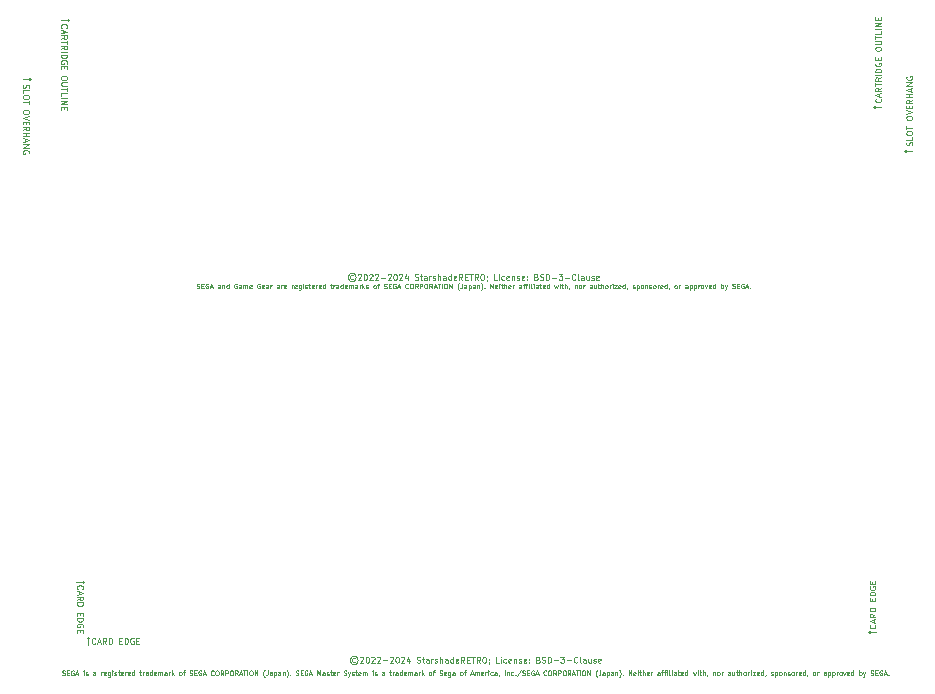
<source format=gbr>
G04 #@! TF.GenerationSoftware,KiCad,Pcbnew,8.0.2*
G04 #@! TF.CreationDate,2024-05-08T12:07:27-04:00*
G04 #@! TF.ProjectId,SMS-to-GG,534d532d-746f-42d4-9747-2e6b69636164,4*
G04 #@! TF.SameCoordinates,Original*
G04 #@! TF.FileFunction,Other,Comment*
%FSLAX46Y46*%
G04 Gerber Fmt 4.6, Leading zero omitted, Abs format (unit mm)*
G04 Created by KiCad (PCBNEW 8.0.2) date 2024-05-08 12:07:27*
%MOMM*%
%LPD*%
G01*
G04 APERTURE LIST*
%ADD10C,0.100000*%
%ADD11C,0.080000*%
%ADD12C,0.120000*%
G04 APERTURE END LIST*
D10*
X140524622Y-141033157D02*
X140477003Y-141009347D01*
X140477003Y-141009347D02*
X140381765Y-141009347D01*
X140381765Y-141009347D02*
X140334146Y-141033157D01*
X140334146Y-141033157D02*
X140286527Y-141080776D01*
X140286527Y-141080776D02*
X140262717Y-141128395D01*
X140262717Y-141128395D02*
X140262717Y-141223633D01*
X140262717Y-141223633D02*
X140286527Y-141271252D01*
X140286527Y-141271252D02*
X140334146Y-141318871D01*
X140334146Y-141318871D02*
X140381765Y-141342680D01*
X140381765Y-141342680D02*
X140477003Y-141342680D01*
X140477003Y-141342680D02*
X140524622Y-141318871D01*
X140429384Y-140842680D02*
X140310336Y-140866490D01*
X140310336Y-140866490D02*
X140191289Y-140937919D01*
X140191289Y-140937919D02*
X140119860Y-141056966D01*
X140119860Y-141056966D02*
X140096051Y-141176014D01*
X140096051Y-141176014D02*
X140119860Y-141295061D01*
X140119860Y-141295061D02*
X140191289Y-141414109D01*
X140191289Y-141414109D02*
X140310336Y-141485538D01*
X140310336Y-141485538D02*
X140429384Y-141509347D01*
X140429384Y-141509347D02*
X140548432Y-141485538D01*
X140548432Y-141485538D02*
X140667479Y-141414109D01*
X140667479Y-141414109D02*
X140738908Y-141295061D01*
X140738908Y-141295061D02*
X140762717Y-141176014D01*
X140762717Y-141176014D02*
X140738908Y-141056966D01*
X140738908Y-141056966D02*
X140667479Y-140937919D01*
X140667479Y-140937919D02*
X140548432Y-140866490D01*
X140548432Y-140866490D02*
X140429384Y-140842680D01*
X140953194Y-140961728D02*
X140977003Y-140937919D01*
X140977003Y-140937919D02*
X141024622Y-140914109D01*
X141024622Y-140914109D02*
X141143670Y-140914109D01*
X141143670Y-140914109D02*
X141191289Y-140937919D01*
X141191289Y-140937919D02*
X141215098Y-140961728D01*
X141215098Y-140961728D02*
X141238908Y-141009347D01*
X141238908Y-141009347D02*
X141238908Y-141056966D01*
X141238908Y-141056966D02*
X141215098Y-141128395D01*
X141215098Y-141128395D02*
X140929384Y-141414109D01*
X140929384Y-141414109D02*
X141238908Y-141414109D01*
X141548431Y-140914109D02*
X141596050Y-140914109D01*
X141596050Y-140914109D02*
X141643669Y-140937919D01*
X141643669Y-140937919D02*
X141667479Y-140961728D01*
X141667479Y-140961728D02*
X141691288Y-141009347D01*
X141691288Y-141009347D02*
X141715098Y-141104585D01*
X141715098Y-141104585D02*
X141715098Y-141223633D01*
X141715098Y-141223633D02*
X141691288Y-141318871D01*
X141691288Y-141318871D02*
X141667479Y-141366490D01*
X141667479Y-141366490D02*
X141643669Y-141390300D01*
X141643669Y-141390300D02*
X141596050Y-141414109D01*
X141596050Y-141414109D02*
X141548431Y-141414109D01*
X141548431Y-141414109D02*
X141500812Y-141390300D01*
X141500812Y-141390300D02*
X141477003Y-141366490D01*
X141477003Y-141366490D02*
X141453193Y-141318871D01*
X141453193Y-141318871D02*
X141429384Y-141223633D01*
X141429384Y-141223633D02*
X141429384Y-141104585D01*
X141429384Y-141104585D02*
X141453193Y-141009347D01*
X141453193Y-141009347D02*
X141477003Y-140961728D01*
X141477003Y-140961728D02*
X141500812Y-140937919D01*
X141500812Y-140937919D02*
X141548431Y-140914109D01*
X141905574Y-140961728D02*
X141929383Y-140937919D01*
X141929383Y-140937919D02*
X141977002Y-140914109D01*
X141977002Y-140914109D02*
X142096050Y-140914109D01*
X142096050Y-140914109D02*
X142143669Y-140937919D01*
X142143669Y-140937919D02*
X142167478Y-140961728D01*
X142167478Y-140961728D02*
X142191288Y-141009347D01*
X142191288Y-141009347D02*
X142191288Y-141056966D01*
X142191288Y-141056966D02*
X142167478Y-141128395D01*
X142167478Y-141128395D02*
X141881764Y-141414109D01*
X141881764Y-141414109D02*
X142191288Y-141414109D01*
X142381764Y-140961728D02*
X142405573Y-140937919D01*
X142405573Y-140937919D02*
X142453192Y-140914109D01*
X142453192Y-140914109D02*
X142572240Y-140914109D01*
X142572240Y-140914109D02*
X142619859Y-140937919D01*
X142619859Y-140937919D02*
X142643668Y-140961728D01*
X142643668Y-140961728D02*
X142667478Y-141009347D01*
X142667478Y-141009347D02*
X142667478Y-141056966D01*
X142667478Y-141056966D02*
X142643668Y-141128395D01*
X142643668Y-141128395D02*
X142357954Y-141414109D01*
X142357954Y-141414109D02*
X142667478Y-141414109D01*
X142881763Y-141223633D02*
X143262716Y-141223633D01*
X143477002Y-140961728D02*
X143500811Y-140937919D01*
X143500811Y-140937919D02*
X143548430Y-140914109D01*
X143548430Y-140914109D02*
X143667478Y-140914109D01*
X143667478Y-140914109D02*
X143715097Y-140937919D01*
X143715097Y-140937919D02*
X143738906Y-140961728D01*
X143738906Y-140961728D02*
X143762716Y-141009347D01*
X143762716Y-141009347D02*
X143762716Y-141056966D01*
X143762716Y-141056966D02*
X143738906Y-141128395D01*
X143738906Y-141128395D02*
X143453192Y-141414109D01*
X143453192Y-141414109D02*
X143762716Y-141414109D01*
X144072239Y-140914109D02*
X144119858Y-140914109D01*
X144119858Y-140914109D02*
X144167477Y-140937919D01*
X144167477Y-140937919D02*
X144191287Y-140961728D01*
X144191287Y-140961728D02*
X144215096Y-141009347D01*
X144215096Y-141009347D02*
X144238906Y-141104585D01*
X144238906Y-141104585D02*
X144238906Y-141223633D01*
X144238906Y-141223633D02*
X144215096Y-141318871D01*
X144215096Y-141318871D02*
X144191287Y-141366490D01*
X144191287Y-141366490D02*
X144167477Y-141390300D01*
X144167477Y-141390300D02*
X144119858Y-141414109D01*
X144119858Y-141414109D02*
X144072239Y-141414109D01*
X144072239Y-141414109D02*
X144024620Y-141390300D01*
X144024620Y-141390300D02*
X144000811Y-141366490D01*
X144000811Y-141366490D02*
X143977001Y-141318871D01*
X143977001Y-141318871D02*
X143953192Y-141223633D01*
X143953192Y-141223633D02*
X143953192Y-141104585D01*
X143953192Y-141104585D02*
X143977001Y-141009347D01*
X143977001Y-141009347D02*
X144000811Y-140961728D01*
X144000811Y-140961728D02*
X144024620Y-140937919D01*
X144024620Y-140937919D02*
X144072239Y-140914109D01*
X144429382Y-140961728D02*
X144453191Y-140937919D01*
X144453191Y-140937919D02*
X144500810Y-140914109D01*
X144500810Y-140914109D02*
X144619858Y-140914109D01*
X144619858Y-140914109D02*
X144667477Y-140937919D01*
X144667477Y-140937919D02*
X144691286Y-140961728D01*
X144691286Y-140961728D02*
X144715096Y-141009347D01*
X144715096Y-141009347D02*
X144715096Y-141056966D01*
X144715096Y-141056966D02*
X144691286Y-141128395D01*
X144691286Y-141128395D02*
X144405572Y-141414109D01*
X144405572Y-141414109D02*
X144715096Y-141414109D01*
X145143667Y-141080776D02*
X145143667Y-141414109D01*
X145024619Y-140890300D02*
X144905572Y-141247442D01*
X144905572Y-141247442D02*
X145215095Y-141247442D01*
X145762714Y-141390300D02*
X145834142Y-141414109D01*
X145834142Y-141414109D02*
X145953190Y-141414109D01*
X145953190Y-141414109D02*
X146000809Y-141390300D01*
X146000809Y-141390300D02*
X146024618Y-141366490D01*
X146024618Y-141366490D02*
X146048428Y-141318871D01*
X146048428Y-141318871D02*
X146048428Y-141271252D01*
X146048428Y-141271252D02*
X146024618Y-141223633D01*
X146024618Y-141223633D02*
X146000809Y-141199823D01*
X146000809Y-141199823D02*
X145953190Y-141176014D01*
X145953190Y-141176014D02*
X145857952Y-141152204D01*
X145857952Y-141152204D02*
X145810333Y-141128395D01*
X145810333Y-141128395D02*
X145786523Y-141104585D01*
X145786523Y-141104585D02*
X145762714Y-141056966D01*
X145762714Y-141056966D02*
X145762714Y-141009347D01*
X145762714Y-141009347D02*
X145786523Y-140961728D01*
X145786523Y-140961728D02*
X145810333Y-140937919D01*
X145810333Y-140937919D02*
X145857952Y-140914109D01*
X145857952Y-140914109D02*
X145976999Y-140914109D01*
X145976999Y-140914109D02*
X146048428Y-140937919D01*
X146191285Y-141080776D02*
X146381761Y-141080776D01*
X146262713Y-140914109D02*
X146262713Y-141342680D01*
X146262713Y-141342680D02*
X146286523Y-141390300D01*
X146286523Y-141390300D02*
X146334142Y-141414109D01*
X146334142Y-141414109D02*
X146381761Y-141414109D01*
X146762713Y-141414109D02*
X146762713Y-141152204D01*
X146762713Y-141152204D02*
X146738903Y-141104585D01*
X146738903Y-141104585D02*
X146691284Y-141080776D01*
X146691284Y-141080776D02*
X146596046Y-141080776D01*
X146596046Y-141080776D02*
X146548427Y-141104585D01*
X146762713Y-141390300D02*
X146715094Y-141414109D01*
X146715094Y-141414109D02*
X146596046Y-141414109D01*
X146596046Y-141414109D02*
X146548427Y-141390300D01*
X146548427Y-141390300D02*
X146524618Y-141342680D01*
X146524618Y-141342680D02*
X146524618Y-141295061D01*
X146524618Y-141295061D02*
X146548427Y-141247442D01*
X146548427Y-141247442D02*
X146596046Y-141223633D01*
X146596046Y-141223633D02*
X146715094Y-141223633D01*
X146715094Y-141223633D02*
X146762713Y-141199823D01*
X147000808Y-141414109D02*
X147000808Y-141080776D01*
X147000808Y-141176014D02*
X147024618Y-141128395D01*
X147024618Y-141128395D02*
X147048427Y-141104585D01*
X147048427Y-141104585D02*
X147096046Y-141080776D01*
X147096046Y-141080776D02*
X147143665Y-141080776D01*
X147286523Y-141390300D02*
X147334142Y-141414109D01*
X147334142Y-141414109D02*
X147429380Y-141414109D01*
X147429380Y-141414109D02*
X147476999Y-141390300D01*
X147476999Y-141390300D02*
X147500808Y-141342680D01*
X147500808Y-141342680D02*
X147500808Y-141318871D01*
X147500808Y-141318871D02*
X147476999Y-141271252D01*
X147476999Y-141271252D02*
X147429380Y-141247442D01*
X147429380Y-141247442D02*
X147357951Y-141247442D01*
X147357951Y-141247442D02*
X147310332Y-141223633D01*
X147310332Y-141223633D02*
X147286523Y-141176014D01*
X147286523Y-141176014D02*
X147286523Y-141152204D01*
X147286523Y-141152204D02*
X147310332Y-141104585D01*
X147310332Y-141104585D02*
X147357951Y-141080776D01*
X147357951Y-141080776D02*
X147429380Y-141080776D01*
X147429380Y-141080776D02*
X147476999Y-141104585D01*
X147715094Y-141414109D02*
X147715094Y-140914109D01*
X147929380Y-141414109D02*
X147929380Y-141152204D01*
X147929380Y-141152204D02*
X147905570Y-141104585D01*
X147905570Y-141104585D02*
X147857951Y-141080776D01*
X147857951Y-141080776D02*
X147786523Y-141080776D01*
X147786523Y-141080776D02*
X147738904Y-141104585D01*
X147738904Y-141104585D02*
X147715094Y-141128395D01*
X148381761Y-141414109D02*
X148381761Y-141152204D01*
X148381761Y-141152204D02*
X148357951Y-141104585D01*
X148357951Y-141104585D02*
X148310332Y-141080776D01*
X148310332Y-141080776D02*
X148215094Y-141080776D01*
X148215094Y-141080776D02*
X148167475Y-141104585D01*
X148381761Y-141390300D02*
X148334142Y-141414109D01*
X148334142Y-141414109D02*
X148215094Y-141414109D01*
X148215094Y-141414109D02*
X148167475Y-141390300D01*
X148167475Y-141390300D02*
X148143666Y-141342680D01*
X148143666Y-141342680D02*
X148143666Y-141295061D01*
X148143666Y-141295061D02*
X148167475Y-141247442D01*
X148167475Y-141247442D02*
X148215094Y-141223633D01*
X148215094Y-141223633D02*
X148334142Y-141223633D01*
X148334142Y-141223633D02*
X148381761Y-141199823D01*
X148834142Y-141414109D02*
X148834142Y-140914109D01*
X148834142Y-141390300D02*
X148786523Y-141414109D01*
X148786523Y-141414109D02*
X148691285Y-141414109D01*
X148691285Y-141414109D02*
X148643666Y-141390300D01*
X148643666Y-141390300D02*
X148619856Y-141366490D01*
X148619856Y-141366490D02*
X148596047Y-141318871D01*
X148596047Y-141318871D02*
X148596047Y-141176014D01*
X148596047Y-141176014D02*
X148619856Y-141128395D01*
X148619856Y-141128395D02*
X148643666Y-141104585D01*
X148643666Y-141104585D02*
X148691285Y-141080776D01*
X148691285Y-141080776D02*
X148786523Y-141080776D01*
X148786523Y-141080776D02*
X148834142Y-141104585D01*
X149262713Y-141390300D02*
X149215094Y-141414109D01*
X149215094Y-141414109D02*
X149119856Y-141414109D01*
X149119856Y-141414109D02*
X149072237Y-141390300D01*
X149072237Y-141390300D02*
X149048428Y-141342680D01*
X149048428Y-141342680D02*
X149048428Y-141152204D01*
X149048428Y-141152204D02*
X149072237Y-141104585D01*
X149072237Y-141104585D02*
X149119856Y-141080776D01*
X149119856Y-141080776D02*
X149215094Y-141080776D01*
X149215094Y-141080776D02*
X149262713Y-141104585D01*
X149262713Y-141104585D02*
X149286523Y-141152204D01*
X149286523Y-141152204D02*
X149286523Y-141199823D01*
X149286523Y-141199823D02*
X149048428Y-141247442D01*
X149786522Y-141414109D02*
X149619856Y-141176014D01*
X149500808Y-141414109D02*
X149500808Y-140914109D01*
X149500808Y-140914109D02*
X149691284Y-140914109D01*
X149691284Y-140914109D02*
X149738903Y-140937919D01*
X149738903Y-140937919D02*
X149762713Y-140961728D01*
X149762713Y-140961728D02*
X149786522Y-141009347D01*
X149786522Y-141009347D02*
X149786522Y-141080776D01*
X149786522Y-141080776D02*
X149762713Y-141128395D01*
X149762713Y-141128395D02*
X149738903Y-141152204D01*
X149738903Y-141152204D02*
X149691284Y-141176014D01*
X149691284Y-141176014D02*
X149500808Y-141176014D01*
X150000808Y-141152204D02*
X150167475Y-141152204D01*
X150238903Y-141414109D02*
X150000808Y-141414109D01*
X150000808Y-141414109D02*
X150000808Y-140914109D01*
X150000808Y-140914109D02*
X150238903Y-140914109D01*
X150381761Y-140914109D02*
X150667475Y-140914109D01*
X150524618Y-141414109D02*
X150524618Y-140914109D01*
X151119855Y-141414109D02*
X150953189Y-141176014D01*
X150834141Y-141414109D02*
X150834141Y-140914109D01*
X150834141Y-140914109D02*
X151024617Y-140914109D01*
X151024617Y-140914109D02*
X151072236Y-140937919D01*
X151072236Y-140937919D02*
X151096046Y-140961728D01*
X151096046Y-140961728D02*
X151119855Y-141009347D01*
X151119855Y-141009347D02*
X151119855Y-141080776D01*
X151119855Y-141080776D02*
X151096046Y-141128395D01*
X151096046Y-141128395D02*
X151072236Y-141152204D01*
X151072236Y-141152204D02*
X151024617Y-141176014D01*
X151024617Y-141176014D02*
X150834141Y-141176014D01*
X151429379Y-140914109D02*
X151524617Y-140914109D01*
X151524617Y-140914109D02*
X151572236Y-140937919D01*
X151572236Y-140937919D02*
X151619855Y-140985538D01*
X151619855Y-140985538D02*
X151643665Y-141080776D01*
X151643665Y-141080776D02*
X151643665Y-141247442D01*
X151643665Y-141247442D02*
X151619855Y-141342680D01*
X151619855Y-141342680D02*
X151572236Y-141390300D01*
X151572236Y-141390300D02*
X151524617Y-141414109D01*
X151524617Y-141414109D02*
X151429379Y-141414109D01*
X151429379Y-141414109D02*
X151381760Y-141390300D01*
X151381760Y-141390300D02*
X151334141Y-141342680D01*
X151334141Y-141342680D02*
X151310332Y-141247442D01*
X151310332Y-141247442D02*
X151310332Y-141080776D01*
X151310332Y-141080776D02*
X151334141Y-140985538D01*
X151334141Y-140985538D02*
X151381760Y-140937919D01*
X151381760Y-140937919D02*
X151429379Y-140914109D01*
X151881761Y-141390300D02*
X151881761Y-141414109D01*
X151881761Y-141414109D02*
X151857951Y-141461728D01*
X151857951Y-141461728D02*
X151834142Y-141485538D01*
X151857951Y-141104585D02*
X151881761Y-141128395D01*
X151881761Y-141128395D02*
X151857951Y-141152204D01*
X151857951Y-141152204D02*
X151834142Y-141128395D01*
X151834142Y-141128395D02*
X151857951Y-141104585D01*
X151857951Y-141104585D02*
X151857951Y-141152204D01*
X152715093Y-141414109D02*
X152476998Y-141414109D01*
X152476998Y-141414109D02*
X152476998Y-140914109D01*
X152881760Y-141414109D02*
X152881760Y-141080776D01*
X152881760Y-140914109D02*
X152857951Y-140937919D01*
X152857951Y-140937919D02*
X152881760Y-140961728D01*
X152881760Y-140961728D02*
X152905570Y-140937919D01*
X152905570Y-140937919D02*
X152881760Y-140914109D01*
X152881760Y-140914109D02*
X152881760Y-140961728D01*
X153334141Y-141390300D02*
X153286522Y-141414109D01*
X153286522Y-141414109D02*
X153191284Y-141414109D01*
X153191284Y-141414109D02*
X153143665Y-141390300D01*
X153143665Y-141390300D02*
X153119855Y-141366490D01*
X153119855Y-141366490D02*
X153096046Y-141318871D01*
X153096046Y-141318871D02*
X153096046Y-141176014D01*
X153096046Y-141176014D02*
X153119855Y-141128395D01*
X153119855Y-141128395D02*
X153143665Y-141104585D01*
X153143665Y-141104585D02*
X153191284Y-141080776D01*
X153191284Y-141080776D02*
X153286522Y-141080776D01*
X153286522Y-141080776D02*
X153334141Y-141104585D01*
X153738902Y-141390300D02*
X153691283Y-141414109D01*
X153691283Y-141414109D02*
X153596045Y-141414109D01*
X153596045Y-141414109D02*
X153548426Y-141390300D01*
X153548426Y-141390300D02*
X153524617Y-141342680D01*
X153524617Y-141342680D02*
X153524617Y-141152204D01*
X153524617Y-141152204D02*
X153548426Y-141104585D01*
X153548426Y-141104585D02*
X153596045Y-141080776D01*
X153596045Y-141080776D02*
X153691283Y-141080776D01*
X153691283Y-141080776D02*
X153738902Y-141104585D01*
X153738902Y-141104585D02*
X153762712Y-141152204D01*
X153762712Y-141152204D02*
X153762712Y-141199823D01*
X153762712Y-141199823D02*
X153524617Y-141247442D01*
X153976997Y-141080776D02*
X153976997Y-141414109D01*
X153976997Y-141128395D02*
X154000807Y-141104585D01*
X154000807Y-141104585D02*
X154048426Y-141080776D01*
X154048426Y-141080776D02*
X154119854Y-141080776D01*
X154119854Y-141080776D02*
X154167473Y-141104585D01*
X154167473Y-141104585D02*
X154191283Y-141152204D01*
X154191283Y-141152204D02*
X154191283Y-141414109D01*
X154405569Y-141390300D02*
X154453188Y-141414109D01*
X154453188Y-141414109D02*
X154548426Y-141414109D01*
X154548426Y-141414109D02*
X154596045Y-141390300D01*
X154596045Y-141390300D02*
X154619854Y-141342680D01*
X154619854Y-141342680D02*
X154619854Y-141318871D01*
X154619854Y-141318871D02*
X154596045Y-141271252D01*
X154596045Y-141271252D02*
X154548426Y-141247442D01*
X154548426Y-141247442D02*
X154476997Y-141247442D01*
X154476997Y-141247442D02*
X154429378Y-141223633D01*
X154429378Y-141223633D02*
X154405569Y-141176014D01*
X154405569Y-141176014D02*
X154405569Y-141152204D01*
X154405569Y-141152204D02*
X154429378Y-141104585D01*
X154429378Y-141104585D02*
X154476997Y-141080776D01*
X154476997Y-141080776D02*
X154548426Y-141080776D01*
X154548426Y-141080776D02*
X154596045Y-141104585D01*
X155024616Y-141390300D02*
X154976997Y-141414109D01*
X154976997Y-141414109D02*
X154881759Y-141414109D01*
X154881759Y-141414109D02*
X154834140Y-141390300D01*
X154834140Y-141390300D02*
X154810331Y-141342680D01*
X154810331Y-141342680D02*
X154810331Y-141152204D01*
X154810331Y-141152204D02*
X154834140Y-141104585D01*
X154834140Y-141104585D02*
X154881759Y-141080776D01*
X154881759Y-141080776D02*
X154976997Y-141080776D01*
X154976997Y-141080776D02*
X155024616Y-141104585D01*
X155024616Y-141104585D02*
X155048426Y-141152204D01*
X155048426Y-141152204D02*
X155048426Y-141199823D01*
X155048426Y-141199823D02*
X154810331Y-141247442D01*
X155262711Y-141366490D02*
X155286521Y-141390300D01*
X155286521Y-141390300D02*
X155262711Y-141414109D01*
X155262711Y-141414109D02*
X155238902Y-141390300D01*
X155238902Y-141390300D02*
X155262711Y-141366490D01*
X155262711Y-141366490D02*
X155262711Y-141414109D01*
X155262711Y-141104585D02*
X155286521Y-141128395D01*
X155286521Y-141128395D02*
X155262711Y-141152204D01*
X155262711Y-141152204D02*
X155238902Y-141128395D01*
X155238902Y-141128395D02*
X155262711Y-141104585D01*
X155262711Y-141104585D02*
X155262711Y-141152204D01*
X156048425Y-141152204D02*
X156119853Y-141176014D01*
X156119853Y-141176014D02*
X156143663Y-141199823D01*
X156143663Y-141199823D02*
X156167472Y-141247442D01*
X156167472Y-141247442D02*
X156167472Y-141318871D01*
X156167472Y-141318871D02*
X156143663Y-141366490D01*
X156143663Y-141366490D02*
X156119853Y-141390300D01*
X156119853Y-141390300D02*
X156072234Y-141414109D01*
X156072234Y-141414109D02*
X155881758Y-141414109D01*
X155881758Y-141414109D02*
X155881758Y-140914109D01*
X155881758Y-140914109D02*
X156048425Y-140914109D01*
X156048425Y-140914109D02*
X156096044Y-140937919D01*
X156096044Y-140937919D02*
X156119853Y-140961728D01*
X156119853Y-140961728D02*
X156143663Y-141009347D01*
X156143663Y-141009347D02*
X156143663Y-141056966D01*
X156143663Y-141056966D02*
X156119853Y-141104585D01*
X156119853Y-141104585D02*
X156096044Y-141128395D01*
X156096044Y-141128395D02*
X156048425Y-141152204D01*
X156048425Y-141152204D02*
X155881758Y-141152204D01*
X156357949Y-141390300D02*
X156429377Y-141414109D01*
X156429377Y-141414109D02*
X156548425Y-141414109D01*
X156548425Y-141414109D02*
X156596044Y-141390300D01*
X156596044Y-141390300D02*
X156619853Y-141366490D01*
X156619853Y-141366490D02*
X156643663Y-141318871D01*
X156643663Y-141318871D02*
X156643663Y-141271252D01*
X156643663Y-141271252D02*
X156619853Y-141223633D01*
X156619853Y-141223633D02*
X156596044Y-141199823D01*
X156596044Y-141199823D02*
X156548425Y-141176014D01*
X156548425Y-141176014D02*
X156453187Y-141152204D01*
X156453187Y-141152204D02*
X156405568Y-141128395D01*
X156405568Y-141128395D02*
X156381758Y-141104585D01*
X156381758Y-141104585D02*
X156357949Y-141056966D01*
X156357949Y-141056966D02*
X156357949Y-141009347D01*
X156357949Y-141009347D02*
X156381758Y-140961728D01*
X156381758Y-140961728D02*
X156405568Y-140937919D01*
X156405568Y-140937919D02*
X156453187Y-140914109D01*
X156453187Y-140914109D02*
X156572234Y-140914109D01*
X156572234Y-140914109D02*
X156643663Y-140937919D01*
X156857948Y-141414109D02*
X156857948Y-140914109D01*
X156857948Y-140914109D02*
X156976996Y-140914109D01*
X156976996Y-140914109D02*
X157048424Y-140937919D01*
X157048424Y-140937919D02*
X157096043Y-140985538D01*
X157096043Y-140985538D02*
X157119853Y-141033157D01*
X157119853Y-141033157D02*
X157143662Y-141128395D01*
X157143662Y-141128395D02*
X157143662Y-141199823D01*
X157143662Y-141199823D02*
X157119853Y-141295061D01*
X157119853Y-141295061D02*
X157096043Y-141342680D01*
X157096043Y-141342680D02*
X157048424Y-141390300D01*
X157048424Y-141390300D02*
X156976996Y-141414109D01*
X156976996Y-141414109D02*
X156857948Y-141414109D01*
X157357948Y-141223633D02*
X157738901Y-141223633D01*
X157929377Y-140914109D02*
X158238901Y-140914109D01*
X158238901Y-140914109D02*
X158072234Y-141104585D01*
X158072234Y-141104585D02*
X158143663Y-141104585D01*
X158143663Y-141104585D02*
X158191282Y-141128395D01*
X158191282Y-141128395D02*
X158215091Y-141152204D01*
X158215091Y-141152204D02*
X158238901Y-141199823D01*
X158238901Y-141199823D02*
X158238901Y-141318871D01*
X158238901Y-141318871D02*
X158215091Y-141366490D01*
X158215091Y-141366490D02*
X158191282Y-141390300D01*
X158191282Y-141390300D02*
X158143663Y-141414109D01*
X158143663Y-141414109D02*
X158000806Y-141414109D01*
X158000806Y-141414109D02*
X157953187Y-141390300D01*
X157953187Y-141390300D02*
X157929377Y-141366490D01*
X158453186Y-141223633D02*
X158834139Y-141223633D01*
X159357948Y-141366490D02*
X159334139Y-141390300D01*
X159334139Y-141390300D02*
X159262710Y-141414109D01*
X159262710Y-141414109D02*
X159215091Y-141414109D01*
X159215091Y-141414109D02*
X159143663Y-141390300D01*
X159143663Y-141390300D02*
X159096044Y-141342680D01*
X159096044Y-141342680D02*
X159072234Y-141295061D01*
X159072234Y-141295061D02*
X159048425Y-141199823D01*
X159048425Y-141199823D02*
X159048425Y-141128395D01*
X159048425Y-141128395D02*
X159072234Y-141033157D01*
X159072234Y-141033157D02*
X159096044Y-140985538D01*
X159096044Y-140985538D02*
X159143663Y-140937919D01*
X159143663Y-140937919D02*
X159215091Y-140914109D01*
X159215091Y-140914109D02*
X159262710Y-140914109D01*
X159262710Y-140914109D02*
X159334139Y-140937919D01*
X159334139Y-140937919D02*
X159357948Y-140961728D01*
X159643663Y-141414109D02*
X159596044Y-141390300D01*
X159596044Y-141390300D02*
X159572234Y-141342680D01*
X159572234Y-141342680D02*
X159572234Y-140914109D01*
X160048425Y-141414109D02*
X160048425Y-141152204D01*
X160048425Y-141152204D02*
X160024615Y-141104585D01*
X160024615Y-141104585D02*
X159976996Y-141080776D01*
X159976996Y-141080776D02*
X159881758Y-141080776D01*
X159881758Y-141080776D02*
X159834139Y-141104585D01*
X160048425Y-141390300D02*
X160000806Y-141414109D01*
X160000806Y-141414109D02*
X159881758Y-141414109D01*
X159881758Y-141414109D02*
X159834139Y-141390300D01*
X159834139Y-141390300D02*
X159810330Y-141342680D01*
X159810330Y-141342680D02*
X159810330Y-141295061D01*
X159810330Y-141295061D02*
X159834139Y-141247442D01*
X159834139Y-141247442D02*
X159881758Y-141223633D01*
X159881758Y-141223633D02*
X160000806Y-141223633D01*
X160000806Y-141223633D02*
X160048425Y-141199823D01*
X160500806Y-141080776D02*
X160500806Y-141414109D01*
X160286520Y-141080776D02*
X160286520Y-141342680D01*
X160286520Y-141342680D02*
X160310330Y-141390300D01*
X160310330Y-141390300D02*
X160357949Y-141414109D01*
X160357949Y-141414109D02*
X160429377Y-141414109D01*
X160429377Y-141414109D02*
X160476996Y-141390300D01*
X160476996Y-141390300D02*
X160500806Y-141366490D01*
X160715092Y-141390300D02*
X160762711Y-141414109D01*
X160762711Y-141414109D02*
X160857949Y-141414109D01*
X160857949Y-141414109D02*
X160905568Y-141390300D01*
X160905568Y-141390300D02*
X160929377Y-141342680D01*
X160929377Y-141342680D02*
X160929377Y-141318871D01*
X160929377Y-141318871D02*
X160905568Y-141271252D01*
X160905568Y-141271252D02*
X160857949Y-141247442D01*
X160857949Y-141247442D02*
X160786520Y-141247442D01*
X160786520Y-141247442D02*
X160738901Y-141223633D01*
X160738901Y-141223633D02*
X160715092Y-141176014D01*
X160715092Y-141176014D02*
X160715092Y-141152204D01*
X160715092Y-141152204D02*
X160738901Y-141104585D01*
X160738901Y-141104585D02*
X160786520Y-141080776D01*
X160786520Y-141080776D02*
X160857949Y-141080776D01*
X160857949Y-141080776D02*
X160905568Y-141104585D01*
X161334139Y-141390300D02*
X161286520Y-141414109D01*
X161286520Y-141414109D02*
X161191282Y-141414109D01*
X161191282Y-141414109D02*
X161143663Y-141390300D01*
X161143663Y-141390300D02*
X161119854Y-141342680D01*
X161119854Y-141342680D02*
X161119854Y-141152204D01*
X161119854Y-141152204D02*
X161143663Y-141104585D01*
X161143663Y-141104585D02*
X161191282Y-141080776D01*
X161191282Y-141080776D02*
X161286520Y-141080776D01*
X161286520Y-141080776D02*
X161334139Y-141104585D01*
X161334139Y-141104585D02*
X161357949Y-141152204D01*
X161357949Y-141152204D02*
X161357949Y-141199823D01*
X161357949Y-141199823D02*
X161119854Y-141247442D01*
X184545490Y-138190380D02*
X184569300Y-138214189D01*
X184569300Y-138214189D02*
X184593109Y-138285618D01*
X184593109Y-138285618D02*
X184593109Y-138333237D01*
X184593109Y-138333237D02*
X184569300Y-138404665D01*
X184569300Y-138404665D02*
X184521680Y-138452284D01*
X184521680Y-138452284D02*
X184474061Y-138476094D01*
X184474061Y-138476094D02*
X184378823Y-138499903D01*
X184378823Y-138499903D02*
X184307395Y-138499903D01*
X184307395Y-138499903D02*
X184212157Y-138476094D01*
X184212157Y-138476094D02*
X184164538Y-138452284D01*
X184164538Y-138452284D02*
X184116919Y-138404665D01*
X184116919Y-138404665D02*
X184093109Y-138333237D01*
X184093109Y-138333237D02*
X184093109Y-138285618D01*
X184093109Y-138285618D02*
X184116919Y-138214189D01*
X184116919Y-138214189D02*
X184140728Y-138190380D01*
X184450252Y-137999903D02*
X184450252Y-137761808D01*
X184593109Y-138047522D02*
X184093109Y-137880856D01*
X184093109Y-137880856D02*
X184593109Y-137714189D01*
X184593109Y-137261809D02*
X184355014Y-137428475D01*
X184593109Y-137547523D02*
X184093109Y-137547523D01*
X184093109Y-137547523D02*
X184093109Y-137357047D01*
X184093109Y-137357047D02*
X184116919Y-137309428D01*
X184116919Y-137309428D02*
X184140728Y-137285618D01*
X184140728Y-137285618D02*
X184188347Y-137261809D01*
X184188347Y-137261809D02*
X184259776Y-137261809D01*
X184259776Y-137261809D02*
X184307395Y-137285618D01*
X184307395Y-137285618D02*
X184331204Y-137309428D01*
X184331204Y-137309428D02*
X184355014Y-137357047D01*
X184355014Y-137357047D02*
X184355014Y-137547523D01*
X184593109Y-137047523D02*
X184093109Y-137047523D01*
X184093109Y-137047523D02*
X184093109Y-136928475D01*
X184093109Y-136928475D02*
X184116919Y-136857047D01*
X184116919Y-136857047D02*
X184164538Y-136809428D01*
X184164538Y-136809428D02*
X184212157Y-136785618D01*
X184212157Y-136785618D02*
X184307395Y-136761809D01*
X184307395Y-136761809D02*
X184378823Y-136761809D01*
X184378823Y-136761809D02*
X184474061Y-136785618D01*
X184474061Y-136785618D02*
X184521680Y-136809428D01*
X184521680Y-136809428D02*
X184569300Y-136857047D01*
X184569300Y-136857047D02*
X184593109Y-136928475D01*
X184593109Y-136928475D02*
X184593109Y-137047523D01*
X184331204Y-136166571D02*
X184331204Y-135999904D01*
X184593109Y-135928476D02*
X184593109Y-136166571D01*
X184593109Y-136166571D02*
X184093109Y-136166571D01*
X184093109Y-136166571D02*
X184093109Y-135928476D01*
X184593109Y-135714190D02*
X184093109Y-135714190D01*
X184093109Y-135714190D02*
X184093109Y-135595142D01*
X184093109Y-135595142D02*
X184116919Y-135523714D01*
X184116919Y-135523714D02*
X184164538Y-135476095D01*
X184164538Y-135476095D02*
X184212157Y-135452285D01*
X184212157Y-135452285D02*
X184307395Y-135428476D01*
X184307395Y-135428476D02*
X184378823Y-135428476D01*
X184378823Y-135428476D02*
X184474061Y-135452285D01*
X184474061Y-135452285D02*
X184521680Y-135476095D01*
X184521680Y-135476095D02*
X184569300Y-135523714D01*
X184569300Y-135523714D02*
X184593109Y-135595142D01*
X184593109Y-135595142D02*
X184593109Y-135714190D01*
X184116919Y-134952285D02*
X184093109Y-134999904D01*
X184093109Y-134999904D02*
X184093109Y-135071333D01*
X184093109Y-135071333D02*
X184116919Y-135142761D01*
X184116919Y-135142761D02*
X184164538Y-135190380D01*
X184164538Y-135190380D02*
X184212157Y-135214190D01*
X184212157Y-135214190D02*
X184307395Y-135237999D01*
X184307395Y-135237999D02*
X184378823Y-135237999D01*
X184378823Y-135237999D02*
X184474061Y-135214190D01*
X184474061Y-135214190D02*
X184521680Y-135190380D01*
X184521680Y-135190380D02*
X184569300Y-135142761D01*
X184569300Y-135142761D02*
X184593109Y-135071333D01*
X184593109Y-135071333D02*
X184593109Y-135023714D01*
X184593109Y-135023714D02*
X184569300Y-134952285D01*
X184569300Y-134952285D02*
X184545490Y-134928476D01*
X184545490Y-134928476D02*
X184378823Y-134928476D01*
X184378823Y-134928476D02*
X184378823Y-135023714D01*
X184331204Y-134714190D02*
X184331204Y-134547523D01*
X184593109Y-134476095D02*
X184593109Y-134714190D01*
X184593109Y-134714190D02*
X184093109Y-134714190D01*
X184093109Y-134714190D02*
X184093109Y-134476095D01*
X117048509Y-135165619D02*
X117024700Y-135141810D01*
X117024700Y-135141810D02*
X117000890Y-135070381D01*
X117000890Y-135070381D02*
X117000890Y-135022762D01*
X117000890Y-135022762D02*
X117024700Y-134951334D01*
X117024700Y-134951334D02*
X117072319Y-134903715D01*
X117072319Y-134903715D02*
X117119938Y-134879905D01*
X117119938Y-134879905D02*
X117215176Y-134856096D01*
X117215176Y-134856096D02*
X117286604Y-134856096D01*
X117286604Y-134856096D02*
X117381842Y-134879905D01*
X117381842Y-134879905D02*
X117429461Y-134903715D01*
X117429461Y-134903715D02*
X117477080Y-134951334D01*
X117477080Y-134951334D02*
X117500890Y-135022762D01*
X117500890Y-135022762D02*
X117500890Y-135070381D01*
X117500890Y-135070381D02*
X117477080Y-135141810D01*
X117477080Y-135141810D02*
X117453271Y-135165619D01*
X117143747Y-135356096D02*
X117143747Y-135594191D01*
X117000890Y-135308477D02*
X117500890Y-135475143D01*
X117500890Y-135475143D02*
X117000890Y-135641810D01*
X117000890Y-136094190D02*
X117238985Y-135927524D01*
X117000890Y-135808476D02*
X117500890Y-135808476D01*
X117500890Y-135808476D02*
X117500890Y-135998952D01*
X117500890Y-135998952D02*
X117477080Y-136046571D01*
X117477080Y-136046571D02*
X117453271Y-136070381D01*
X117453271Y-136070381D02*
X117405652Y-136094190D01*
X117405652Y-136094190D02*
X117334223Y-136094190D01*
X117334223Y-136094190D02*
X117286604Y-136070381D01*
X117286604Y-136070381D02*
X117262795Y-136046571D01*
X117262795Y-136046571D02*
X117238985Y-135998952D01*
X117238985Y-135998952D02*
X117238985Y-135808476D01*
X117000890Y-136308476D02*
X117500890Y-136308476D01*
X117500890Y-136308476D02*
X117500890Y-136427524D01*
X117500890Y-136427524D02*
X117477080Y-136498952D01*
X117477080Y-136498952D02*
X117429461Y-136546571D01*
X117429461Y-136546571D02*
X117381842Y-136570381D01*
X117381842Y-136570381D02*
X117286604Y-136594190D01*
X117286604Y-136594190D02*
X117215176Y-136594190D01*
X117215176Y-136594190D02*
X117119938Y-136570381D01*
X117119938Y-136570381D02*
X117072319Y-136546571D01*
X117072319Y-136546571D02*
X117024700Y-136498952D01*
X117024700Y-136498952D02*
X117000890Y-136427524D01*
X117000890Y-136427524D02*
X117000890Y-136308476D01*
X117262795Y-137189428D02*
X117262795Y-137356095D01*
X117000890Y-137427523D02*
X117000890Y-137189428D01*
X117000890Y-137189428D02*
X117500890Y-137189428D01*
X117500890Y-137189428D02*
X117500890Y-137427523D01*
X117000890Y-137641809D02*
X117500890Y-137641809D01*
X117500890Y-137641809D02*
X117500890Y-137760857D01*
X117500890Y-137760857D02*
X117477080Y-137832285D01*
X117477080Y-137832285D02*
X117429461Y-137879904D01*
X117429461Y-137879904D02*
X117381842Y-137903714D01*
X117381842Y-137903714D02*
X117286604Y-137927523D01*
X117286604Y-137927523D02*
X117215176Y-137927523D01*
X117215176Y-137927523D02*
X117119938Y-137903714D01*
X117119938Y-137903714D02*
X117072319Y-137879904D01*
X117072319Y-137879904D02*
X117024700Y-137832285D01*
X117024700Y-137832285D02*
X117000890Y-137760857D01*
X117000890Y-137760857D02*
X117000890Y-137641809D01*
X117477080Y-138403714D02*
X117500890Y-138356095D01*
X117500890Y-138356095D02*
X117500890Y-138284666D01*
X117500890Y-138284666D02*
X117477080Y-138213238D01*
X117477080Y-138213238D02*
X117429461Y-138165619D01*
X117429461Y-138165619D02*
X117381842Y-138141809D01*
X117381842Y-138141809D02*
X117286604Y-138118000D01*
X117286604Y-138118000D02*
X117215176Y-138118000D01*
X117215176Y-138118000D02*
X117119938Y-138141809D01*
X117119938Y-138141809D02*
X117072319Y-138165619D01*
X117072319Y-138165619D02*
X117024700Y-138213238D01*
X117024700Y-138213238D02*
X117000890Y-138284666D01*
X117000890Y-138284666D02*
X117000890Y-138332285D01*
X117000890Y-138332285D02*
X117024700Y-138403714D01*
X117024700Y-138403714D02*
X117048509Y-138427523D01*
X117048509Y-138427523D02*
X117215176Y-138427523D01*
X117215176Y-138427523D02*
X117215176Y-138332285D01*
X117262795Y-138641809D02*
X117262795Y-138808476D01*
X117000890Y-138879904D02*
X117000890Y-138641809D01*
X117000890Y-138641809D02*
X117500890Y-138641809D01*
X117500890Y-138641809D02*
X117500890Y-138879904D01*
D11*
X115746043Y-142449840D02*
X115803186Y-142468887D01*
X115803186Y-142468887D02*
X115898424Y-142468887D01*
X115898424Y-142468887D02*
X115936519Y-142449840D01*
X115936519Y-142449840D02*
X115955567Y-142430792D01*
X115955567Y-142430792D02*
X115974614Y-142392697D01*
X115974614Y-142392697D02*
X115974614Y-142354601D01*
X115974614Y-142354601D02*
X115955567Y-142316506D01*
X115955567Y-142316506D02*
X115936519Y-142297459D01*
X115936519Y-142297459D02*
X115898424Y-142278411D01*
X115898424Y-142278411D02*
X115822233Y-142259363D01*
X115822233Y-142259363D02*
X115784138Y-142240316D01*
X115784138Y-142240316D02*
X115765091Y-142221268D01*
X115765091Y-142221268D02*
X115746043Y-142183173D01*
X115746043Y-142183173D02*
X115746043Y-142145078D01*
X115746043Y-142145078D02*
X115765091Y-142106982D01*
X115765091Y-142106982D02*
X115784138Y-142087935D01*
X115784138Y-142087935D02*
X115822233Y-142068887D01*
X115822233Y-142068887D02*
X115917472Y-142068887D01*
X115917472Y-142068887D02*
X115974614Y-142087935D01*
X116146043Y-142259363D02*
X116279376Y-142259363D01*
X116336519Y-142468887D02*
X116146043Y-142468887D01*
X116146043Y-142468887D02*
X116146043Y-142068887D01*
X116146043Y-142068887D02*
X116336519Y-142068887D01*
X116717471Y-142087935D02*
X116679376Y-142068887D01*
X116679376Y-142068887D02*
X116622233Y-142068887D01*
X116622233Y-142068887D02*
X116565090Y-142087935D01*
X116565090Y-142087935D02*
X116526995Y-142126030D01*
X116526995Y-142126030D02*
X116507948Y-142164125D01*
X116507948Y-142164125D02*
X116488900Y-142240316D01*
X116488900Y-142240316D02*
X116488900Y-142297459D01*
X116488900Y-142297459D02*
X116507948Y-142373649D01*
X116507948Y-142373649D02*
X116526995Y-142411744D01*
X116526995Y-142411744D02*
X116565090Y-142449840D01*
X116565090Y-142449840D02*
X116622233Y-142468887D01*
X116622233Y-142468887D02*
X116660329Y-142468887D01*
X116660329Y-142468887D02*
X116717471Y-142449840D01*
X116717471Y-142449840D02*
X116736519Y-142430792D01*
X116736519Y-142430792D02*
X116736519Y-142297459D01*
X116736519Y-142297459D02*
X116660329Y-142297459D01*
X116888900Y-142354601D02*
X117079376Y-142354601D01*
X116850805Y-142468887D02*
X116984138Y-142068887D01*
X116984138Y-142068887D02*
X117117471Y-142468887D01*
X117555567Y-142468887D02*
X117555567Y-142202220D01*
X117555567Y-142068887D02*
X117536519Y-142087935D01*
X117536519Y-142087935D02*
X117555567Y-142106982D01*
X117555567Y-142106982D02*
X117574614Y-142087935D01*
X117574614Y-142087935D02*
X117555567Y-142068887D01*
X117555567Y-142068887D02*
X117555567Y-142106982D01*
X117726995Y-142449840D02*
X117765090Y-142468887D01*
X117765090Y-142468887D02*
X117841281Y-142468887D01*
X117841281Y-142468887D02*
X117879376Y-142449840D01*
X117879376Y-142449840D02*
X117898424Y-142411744D01*
X117898424Y-142411744D02*
X117898424Y-142392697D01*
X117898424Y-142392697D02*
X117879376Y-142354601D01*
X117879376Y-142354601D02*
X117841281Y-142335554D01*
X117841281Y-142335554D02*
X117784138Y-142335554D01*
X117784138Y-142335554D02*
X117746043Y-142316506D01*
X117746043Y-142316506D02*
X117726995Y-142278411D01*
X117726995Y-142278411D02*
X117726995Y-142259363D01*
X117726995Y-142259363D02*
X117746043Y-142221268D01*
X117746043Y-142221268D02*
X117784138Y-142202220D01*
X117784138Y-142202220D02*
X117841281Y-142202220D01*
X117841281Y-142202220D02*
X117879376Y-142221268D01*
X118546043Y-142468887D02*
X118546043Y-142259363D01*
X118546043Y-142259363D02*
X118526996Y-142221268D01*
X118526996Y-142221268D02*
X118488900Y-142202220D01*
X118488900Y-142202220D02*
X118412710Y-142202220D01*
X118412710Y-142202220D02*
X118374615Y-142221268D01*
X118546043Y-142449840D02*
X118507948Y-142468887D01*
X118507948Y-142468887D02*
X118412710Y-142468887D01*
X118412710Y-142468887D02*
X118374615Y-142449840D01*
X118374615Y-142449840D02*
X118355567Y-142411744D01*
X118355567Y-142411744D02*
X118355567Y-142373649D01*
X118355567Y-142373649D02*
X118374615Y-142335554D01*
X118374615Y-142335554D02*
X118412710Y-142316506D01*
X118412710Y-142316506D02*
X118507948Y-142316506D01*
X118507948Y-142316506D02*
X118546043Y-142297459D01*
X119041282Y-142468887D02*
X119041282Y-142202220D01*
X119041282Y-142278411D02*
X119060329Y-142240316D01*
X119060329Y-142240316D02*
X119079377Y-142221268D01*
X119079377Y-142221268D02*
X119117472Y-142202220D01*
X119117472Y-142202220D02*
X119155567Y-142202220D01*
X119441282Y-142449840D02*
X119403186Y-142468887D01*
X119403186Y-142468887D02*
X119326996Y-142468887D01*
X119326996Y-142468887D02*
X119288901Y-142449840D01*
X119288901Y-142449840D02*
X119269853Y-142411744D01*
X119269853Y-142411744D02*
X119269853Y-142259363D01*
X119269853Y-142259363D02*
X119288901Y-142221268D01*
X119288901Y-142221268D02*
X119326996Y-142202220D01*
X119326996Y-142202220D02*
X119403186Y-142202220D01*
X119403186Y-142202220D02*
X119441282Y-142221268D01*
X119441282Y-142221268D02*
X119460329Y-142259363D01*
X119460329Y-142259363D02*
X119460329Y-142297459D01*
X119460329Y-142297459D02*
X119269853Y-142335554D01*
X119803186Y-142202220D02*
X119803186Y-142526030D01*
X119803186Y-142526030D02*
X119784139Y-142564125D01*
X119784139Y-142564125D02*
X119765091Y-142583173D01*
X119765091Y-142583173D02*
X119726996Y-142602220D01*
X119726996Y-142602220D02*
X119669853Y-142602220D01*
X119669853Y-142602220D02*
X119631758Y-142583173D01*
X119803186Y-142449840D02*
X119765091Y-142468887D01*
X119765091Y-142468887D02*
X119688900Y-142468887D01*
X119688900Y-142468887D02*
X119650805Y-142449840D01*
X119650805Y-142449840D02*
X119631758Y-142430792D01*
X119631758Y-142430792D02*
X119612710Y-142392697D01*
X119612710Y-142392697D02*
X119612710Y-142278411D01*
X119612710Y-142278411D02*
X119631758Y-142240316D01*
X119631758Y-142240316D02*
X119650805Y-142221268D01*
X119650805Y-142221268D02*
X119688900Y-142202220D01*
X119688900Y-142202220D02*
X119765091Y-142202220D01*
X119765091Y-142202220D02*
X119803186Y-142221268D01*
X119993663Y-142468887D02*
X119993663Y-142202220D01*
X119993663Y-142068887D02*
X119974615Y-142087935D01*
X119974615Y-142087935D02*
X119993663Y-142106982D01*
X119993663Y-142106982D02*
X120012710Y-142087935D01*
X120012710Y-142087935D02*
X119993663Y-142068887D01*
X119993663Y-142068887D02*
X119993663Y-142106982D01*
X120165091Y-142449840D02*
X120203186Y-142468887D01*
X120203186Y-142468887D02*
X120279377Y-142468887D01*
X120279377Y-142468887D02*
X120317472Y-142449840D01*
X120317472Y-142449840D02*
X120336520Y-142411744D01*
X120336520Y-142411744D02*
X120336520Y-142392697D01*
X120336520Y-142392697D02*
X120317472Y-142354601D01*
X120317472Y-142354601D02*
X120279377Y-142335554D01*
X120279377Y-142335554D02*
X120222234Y-142335554D01*
X120222234Y-142335554D02*
X120184139Y-142316506D01*
X120184139Y-142316506D02*
X120165091Y-142278411D01*
X120165091Y-142278411D02*
X120165091Y-142259363D01*
X120165091Y-142259363D02*
X120184139Y-142221268D01*
X120184139Y-142221268D02*
X120222234Y-142202220D01*
X120222234Y-142202220D02*
X120279377Y-142202220D01*
X120279377Y-142202220D02*
X120317472Y-142221268D01*
X120450806Y-142202220D02*
X120603187Y-142202220D01*
X120507949Y-142068887D02*
X120507949Y-142411744D01*
X120507949Y-142411744D02*
X120526996Y-142449840D01*
X120526996Y-142449840D02*
X120565091Y-142468887D01*
X120565091Y-142468887D02*
X120603187Y-142468887D01*
X120888901Y-142449840D02*
X120850805Y-142468887D01*
X120850805Y-142468887D02*
X120774615Y-142468887D01*
X120774615Y-142468887D02*
X120736520Y-142449840D01*
X120736520Y-142449840D02*
X120717472Y-142411744D01*
X120717472Y-142411744D02*
X120717472Y-142259363D01*
X120717472Y-142259363D02*
X120736520Y-142221268D01*
X120736520Y-142221268D02*
X120774615Y-142202220D01*
X120774615Y-142202220D02*
X120850805Y-142202220D01*
X120850805Y-142202220D02*
X120888901Y-142221268D01*
X120888901Y-142221268D02*
X120907948Y-142259363D01*
X120907948Y-142259363D02*
X120907948Y-142297459D01*
X120907948Y-142297459D02*
X120717472Y-142335554D01*
X121079377Y-142468887D02*
X121079377Y-142202220D01*
X121079377Y-142278411D02*
X121098424Y-142240316D01*
X121098424Y-142240316D02*
X121117472Y-142221268D01*
X121117472Y-142221268D02*
X121155567Y-142202220D01*
X121155567Y-142202220D02*
X121193662Y-142202220D01*
X121479377Y-142449840D02*
X121441281Y-142468887D01*
X121441281Y-142468887D02*
X121365091Y-142468887D01*
X121365091Y-142468887D02*
X121326996Y-142449840D01*
X121326996Y-142449840D02*
X121307948Y-142411744D01*
X121307948Y-142411744D02*
X121307948Y-142259363D01*
X121307948Y-142259363D02*
X121326996Y-142221268D01*
X121326996Y-142221268D02*
X121365091Y-142202220D01*
X121365091Y-142202220D02*
X121441281Y-142202220D01*
X121441281Y-142202220D02*
X121479377Y-142221268D01*
X121479377Y-142221268D02*
X121498424Y-142259363D01*
X121498424Y-142259363D02*
X121498424Y-142297459D01*
X121498424Y-142297459D02*
X121307948Y-142335554D01*
X121841281Y-142468887D02*
X121841281Y-142068887D01*
X121841281Y-142449840D02*
X121803186Y-142468887D01*
X121803186Y-142468887D02*
X121726995Y-142468887D01*
X121726995Y-142468887D02*
X121688900Y-142449840D01*
X121688900Y-142449840D02*
X121669853Y-142430792D01*
X121669853Y-142430792D02*
X121650805Y-142392697D01*
X121650805Y-142392697D02*
X121650805Y-142278411D01*
X121650805Y-142278411D02*
X121669853Y-142240316D01*
X121669853Y-142240316D02*
X121688900Y-142221268D01*
X121688900Y-142221268D02*
X121726995Y-142202220D01*
X121726995Y-142202220D02*
X121803186Y-142202220D01*
X121803186Y-142202220D02*
X121841281Y-142221268D01*
X122279377Y-142202220D02*
X122431758Y-142202220D01*
X122336520Y-142068887D02*
X122336520Y-142411744D01*
X122336520Y-142411744D02*
X122355567Y-142449840D01*
X122355567Y-142449840D02*
X122393662Y-142468887D01*
X122393662Y-142468887D02*
X122431758Y-142468887D01*
X122565091Y-142468887D02*
X122565091Y-142202220D01*
X122565091Y-142278411D02*
X122584138Y-142240316D01*
X122584138Y-142240316D02*
X122603186Y-142221268D01*
X122603186Y-142221268D02*
X122641281Y-142202220D01*
X122641281Y-142202220D02*
X122679376Y-142202220D01*
X122984138Y-142468887D02*
X122984138Y-142259363D01*
X122984138Y-142259363D02*
X122965091Y-142221268D01*
X122965091Y-142221268D02*
X122926995Y-142202220D01*
X122926995Y-142202220D02*
X122850805Y-142202220D01*
X122850805Y-142202220D02*
X122812710Y-142221268D01*
X122984138Y-142449840D02*
X122946043Y-142468887D01*
X122946043Y-142468887D02*
X122850805Y-142468887D01*
X122850805Y-142468887D02*
X122812710Y-142449840D01*
X122812710Y-142449840D02*
X122793662Y-142411744D01*
X122793662Y-142411744D02*
X122793662Y-142373649D01*
X122793662Y-142373649D02*
X122812710Y-142335554D01*
X122812710Y-142335554D02*
X122850805Y-142316506D01*
X122850805Y-142316506D02*
X122946043Y-142316506D01*
X122946043Y-142316506D02*
X122984138Y-142297459D01*
X123346043Y-142468887D02*
X123346043Y-142068887D01*
X123346043Y-142449840D02*
X123307948Y-142468887D01*
X123307948Y-142468887D02*
X123231757Y-142468887D01*
X123231757Y-142468887D02*
X123193662Y-142449840D01*
X123193662Y-142449840D02*
X123174615Y-142430792D01*
X123174615Y-142430792D02*
X123155567Y-142392697D01*
X123155567Y-142392697D02*
X123155567Y-142278411D01*
X123155567Y-142278411D02*
X123174615Y-142240316D01*
X123174615Y-142240316D02*
X123193662Y-142221268D01*
X123193662Y-142221268D02*
X123231757Y-142202220D01*
X123231757Y-142202220D02*
X123307948Y-142202220D01*
X123307948Y-142202220D02*
X123346043Y-142221268D01*
X123688901Y-142449840D02*
X123650805Y-142468887D01*
X123650805Y-142468887D02*
X123574615Y-142468887D01*
X123574615Y-142468887D02*
X123536520Y-142449840D01*
X123536520Y-142449840D02*
X123517472Y-142411744D01*
X123517472Y-142411744D02*
X123517472Y-142259363D01*
X123517472Y-142259363D02*
X123536520Y-142221268D01*
X123536520Y-142221268D02*
X123574615Y-142202220D01*
X123574615Y-142202220D02*
X123650805Y-142202220D01*
X123650805Y-142202220D02*
X123688901Y-142221268D01*
X123688901Y-142221268D02*
X123707948Y-142259363D01*
X123707948Y-142259363D02*
X123707948Y-142297459D01*
X123707948Y-142297459D02*
X123517472Y-142335554D01*
X123879377Y-142468887D02*
X123879377Y-142202220D01*
X123879377Y-142240316D02*
X123898424Y-142221268D01*
X123898424Y-142221268D02*
X123936519Y-142202220D01*
X123936519Y-142202220D02*
X123993662Y-142202220D01*
X123993662Y-142202220D02*
X124031758Y-142221268D01*
X124031758Y-142221268D02*
X124050805Y-142259363D01*
X124050805Y-142259363D02*
X124050805Y-142468887D01*
X124050805Y-142259363D02*
X124069853Y-142221268D01*
X124069853Y-142221268D02*
X124107948Y-142202220D01*
X124107948Y-142202220D02*
X124165091Y-142202220D01*
X124165091Y-142202220D02*
X124203186Y-142221268D01*
X124203186Y-142221268D02*
X124222234Y-142259363D01*
X124222234Y-142259363D02*
X124222234Y-142468887D01*
X124584138Y-142468887D02*
X124584138Y-142259363D01*
X124584138Y-142259363D02*
X124565091Y-142221268D01*
X124565091Y-142221268D02*
X124526995Y-142202220D01*
X124526995Y-142202220D02*
X124450805Y-142202220D01*
X124450805Y-142202220D02*
X124412710Y-142221268D01*
X124584138Y-142449840D02*
X124546043Y-142468887D01*
X124546043Y-142468887D02*
X124450805Y-142468887D01*
X124450805Y-142468887D02*
X124412710Y-142449840D01*
X124412710Y-142449840D02*
X124393662Y-142411744D01*
X124393662Y-142411744D02*
X124393662Y-142373649D01*
X124393662Y-142373649D02*
X124412710Y-142335554D01*
X124412710Y-142335554D02*
X124450805Y-142316506D01*
X124450805Y-142316506D02*
X124546043Y-142316506D01*
X124546043Y-142316506D02*
X124584138Y-142297459D01*
X124774615Y-142468887D02*
X124774615Y-142202220D01*
X124774615Y-142278411D02*
X124793662Y-142240316D01*
X124793662Y-142240316D02*
X124812710Y-142221268D01*
X124812710Y-142221268D02*
X124850805Y-142202220D01*
X124850805Y-142202220D02*
X124888900Y-142202220D01*
X125022234Y-142468887D02*
X125022234Y-142068887D01*
X125060329Y-142316506D02*
X125174615Y-142468887D01*
X125174615Y-142202220D02*
X125022234Y-142354601D01*
X125707948Y-142468887D02*
X125669853Y-142449840D01*
X125669853Y-142449840D02*
X125650806Y-142430792D01*
X125650806Y-142430792D02*
X125631758Y-142392697D01*
X125631758Y-142392697D02*
X125631758Y-142278411D01*
X125631758Y-142278411D02*
X125650806Y-142240316D01*
X125650806Y-142240316D02*
X125669853Y-142221268D01*
X125669853Y-142221268D02*
X125707948Y-142202220D01*
X125707948Y-142202220D02*
X125765091Y-142202220D01*
X125765091Y-142202220D02*
X125803187Y-142221268D01*
X125803187Y-142221268D02*
X125822234Y-142240316D01*
X125822234Y-142240316D02*
X125841282Y-142278411D01*
X125841282Y-142278411D02*
X125841282Y-142392697D01*
X125841282Y-142392697D02*
X125822234Y-142430792D01*
X125822234Y-142430792D02*
X125803187Y-142449840D01*
X125803187Y-142449840D02*
X125765091Y-142468887D01*
X125765091Y-142468887D02*
X125707948Y-142468887D01*
X125955568Y-142202220D02*
X126107949Y-142202220D01*
X126012711Y-142468887D02*
X126012711Y-142126030D01*
X126012711Y-142126030D02*
X126031758Y-142087935D01*
X126031758Y-142087935D02*
X126069853Y-142068887D01*
X126069853Y-142068887D02*
X126107949Y-142068887D01*
X126526996Y-142449840D02*
X126584139Y-142468887D01*
X126584139Y-142468887D02*
X126679377Y-142468887D01*
X126679377Y-142468887D02*
X126717472Y-142449840D01*
X126717472Y-142449840D02*
X126736520Y-142430792D01*
X126736520Y-142430792D02*
X126755567Y-142392697D01*
X126755567Y-142392697D02*
X126755567Y-142354601D01*
X126755567Y-142354601D02*
X126736520Y-142316506D01*
X126736520Y-142316506D02*
X126717472Y-142297459D01*
X126717472Y-142297459D02*
X126679377Y-142278411D01*
X126679377Y-142278411D02*
X126603186Y-142259363D01*
X126603186Y-142259363D02*
X126565091Y-142240316D01*
X126565091Y-142240316D02*
X126546044Y-142221268D01*
X126546044Y-142221268D02*
X126526996Y-142183173D01*
X126526996Y-142183173D02*
X126526996Y-142145078D01*
X126526996Y-142145078D02*
X126546044Y-142106982D01*
X126546044Y-142106982D02*
X126565091Y-142087935D01*
X126565091Y-142087935D02*
X126603186Y-142068887D01*
X126603186Y-142068887D02*
X126698425Y-142068887D01*
X126698425Y-142068887D02*
X126755567Y-142087935D01*
X126926996Y-142259363D02*
X127060329Y-142259363D01*
X127117472Y-142468887D02*
X126926996Y-142468887D01*
X126926996Y-142468887D02*
X126926996Y-142068887D01*
X126926996Y-142068887D02*
X127117472Y-142068887D01*
X127498424Y-142087935D02*
X127460329Y-142068887D01*
X127460329Y-142068887D02*
X127403186Y-142068887D01*
X127403186Y-142068887D02*
X127346043Y-142087935D01*
X127346043Y-142087935D02*
X127307948Y-142126030D01*
X127307948Y-142126030D02*
X127288901Y-142164125D01*
X127288901Y-142164125D02*
X127269853Y-142240316D01*
X127269853Y-142240316D02*
X127269853Y-142297459D01*
X127269853Y-142297459D02*
X127288901Y-142373649D01*
X127288901Y-142373649D02*
X127307948Y-142411744D01*
X127307948Y-142411744D02*
X127346043Y-142449840D01*
X127346043Y-142449840D02*
X127403186Y-142468887D01*
X127403186Y-142468887D02*
X127441282Y-142468887D01*
X127441282Y-142468887D02*
X127498424Y-142449840D01*
X127498424Y-142449840D02*
X127517472Y-142430792D01*
X127517472Y-142430792D02*
X127517472Y-142297459D01*
X127517472Y-142297459D02*
X127441282Y-142297459D01*
X127669853Y-142354601D02*
X127860329Y-142354601D01*
X127631758Y-142468887D02*
X127765091Y-142068887D01*
X127765091Y-142068887D02*
X127898424Y-142468887D01*
X128565091Y-142430792D02*
X128546043Y-142449840D01*
X128546043Y-142449840D02*
X128488901Y-142468887D01*
X128488901Y-142468887D02*
X128450805Y-142468887D01*
X128450805Y-142468887D02*
X128393662Y-142449840D01*
X128393662Y-142449840D02*
X128355567Y-142411744D01*
X128355567Y-142411744D02*
X128336520Y-142373649D01*
X128336520Y-142373649D02*
X128317472Y-142297459D01*
X128317472Y-142297459D02*
X128317472Y-142240316D01*
X128317472Y-142240316D02*
X128336520Y-142164125D01*
X128336520Y-142164125D02*
X128355567Y-142126030D01*
X128355567Y-142126030D02*
X128393662Y-142087935D01*
X128393662Y-142087935D02*
X128450805Y-142068887D01*
X128450805Y-142068887D02*
X128488901Y-142068887D01*
X128488901Y-142068887D02*
X128546043Y-142087935D01*
X128546043Y-142087935D02*
X128565091Y-142106982D01*
X128812710Y-142068887D02*
X128888901Y-142068887D01*
X128888901Y-142068887D02*
X128926996Y-142087935D01*
X128926996Y-142087935D02*
X128965091Y-142126030D01*
X128965091Y-142126030D02*
X128984139Y-142202220D01*
X128984139Y-142202220D02*
X128984139Y-142335554D01*
X128984139Y-142335554D02*
X128965091Y-142411744D01*
X128965091Y-142411744D02*
X128926996Y-142449840D01*
X128926996Y-142449840D02*
X128888901Y-142468887D01*
X128888901Y-142468887D02*
X128812710Y-142468887D01*
X128812710Y-142468887D02*
X128774615Y-142449840D01*
X128774615Y-142449840D02*
X128736520Y-142411744D01*
X128736520Y-142411744D02*
X128717472Y-142335554D01*
X128717472Y-142335554D02*
X128717472Y-142202220D01*
X128717472Y-142202220D02*
X128736520Y-142126030D01*
X128736520Y-142126030D02*
X128774615Y-142087935D01*
X128774615Y-142087935D02*
X128812710Y-142068887D01*
X129384139Y-142468887D02*
X129250806Y-142278411D01*
X129155568Y-142468887D02*
X129155568Y-142068887D01*
X129155568Y-142068887D02*
X129307949Y-142068887D01*
X129307949Y-142068887D02*
X129346044Y-142087935D01*
X129346044Y-142087935D02*
X129365091Y-142106982D01*
X129365091Y-142106982D02*
X129384139Y-142145078D01*
X129384139Y-142145078D02*
X129384139Y-142202220D01*
X129384139Y-142202220D02*
X129365091Y-142240316D01*
X129365091Y-142240316D02*
X129346044Y-142259363D01*
X129346044Y-142259363D02*
X129307949Y-142278411D01*
X129307949Y-142278411D02*
X129155568Y-142278411D01*
X129555568Y-142468887D02*
X129555568Y-142068887D01*
X129555568Y-142068887D02*
X129707949Y-142068887D01*
X129707949Y-142068887D02*
X129746044Y-142087935D01*
X129746044Y-142087935D02*
X129765091Y-142106982D01*
X129765091Y-142106982D02*
X129784139Y-142145078D01*
X129784139Y-142145078D02*
X129784139Y-142202220D01*
X129784139Y-142202220D02*
X129765091Y-142240316D01*
X129765091Y-142240316D02*
X129746044Y-142259363D01*
X129746044Y-142259363D02*
X129707949Y-142278411D01*
X129707949Y-142278411D02*
X129555568Y-142278411D01*
X130031758Y-142068887D02*
X130107949Y-142068887D01*
X130107949Y-142068887D02*
X130146044Y-142087935D01*
X130146044Y-142087935D02*
X130184139Y-142126030D01*
X130184139Y-142126030D02*
X130203187Y-142202220D01*
X130203187Y-142202220D02*
X130203187Y-142335554D01*
X130203187Y-142335554D02*
X130184139Y-142411744D01*
X130184139Y-142411744D02*
X130146044Y-142449840D01*
X130146044Y-142449840D02*
X130107949Y-142468887D01*
X130107949Y-142468887D02*
X130031758Y-142468887D01*
X130031758Y-142468887D02*
X129993663Y-142449840D01*
X129993663Y-142449840D02*
X129955568Y-142411744D01*
X129955568Y-142411744D02*
X129936520Y-142335554D01*
X129936520Y-142335554D02*
X129936520Y-142202220D01*
X129936520Y-142202220D02*
X129955568Y-142126030D01*
X129955568Y-142126030D02*
X129993663Y-142087935D01*
X129993663Y-142087935D02*
X130031758Y-142068887D01*
X130603187Y-142468887D02*
X130469854Y-142278411D01*
X130374616Y-142468887D02*
X130374616Y-142068887D01*
X130374616Y-142068887D02*
X130526997Y-142068887D01*
X130526997Y-142068887D02*
X130565092Y-142087935D01*
X130565092Y-142087935D02*
X130584139Y-142106982D01*
X130584139Y-142106982D02*
X130603187Y-142145078D01*
X130603187Y-142145078D02*
X130603187Y-142202220D01*
X130603187Y-142202220D02*
X130584139Y-142240316D01*
X130584139Y-142240316D02*
X130565092Y-142259363D01*
X130565092Y-142259363D02*
X130526997Y-142278411D01*
X130526997Y-142278411D02*
X130374616Y-142278411D01*
X130755568Y-142354601D02*
X130946044Y-142354601D01*
X130717473Y-142468887D02*
X130850806Y-142068887D01*
X130850806Y-142068887D02*
X130984139Y-142468887D01*
X131060330Y-142068887D02*
X131288901Y-142068887D01*
X131174615Y-142468887D02*
X131174615Y-142068887D01*
X131422235Y-142468887D02*
X131422235Y-142068887D01*
X131688901Y-142068887D02*
X131765092Y-142068887D01*
X131765092Y-142068887D02*
X131803187Y-142087935D01*
X131803187Y-142087935D02*
X131841282Y-142126030D01*
X131841282Y-142126030D02*
X131860330Y-142202220D01*
X131860330Y-142202220D02*
X131860330Y-142335554D01*
X131860330Y-142335554D02*
X131841282Y-142411744D01*
X131841282Y-142411744D02*
X131803187Y-142449840D01*
X131803187Y-142449840D02*
X131765092Y-142468887D01*
X131765092Y-142468887D02*
X131688901Y-142468887D01*
X131688901Y-142468887D02*
X131650806Y-142449840D01*
X131650806Y-142449840D02*
X131612711Y-142411744D01*
X131612711Y-142411744D02*
X131593663Y-142335554D01*
X131593663Y-142335554D02*
X131593663Y-142202220D01*
X131593663Y-142202220D02*
X131612711Y-142126030D01*
X131612711Y-142126030D02*
X131650806Y-142087935D01*
X131650806Y-142087935D02*
X131688901Y-142068887D01*
X132031759Y-142468887D02*
X132031759Y-142068887D01*
X132031759Y-142068887D02*
X132260330Y-142468887D01*
X132260330Y-142468887D02*
X132260330Y-142068887D01*
X132869854Y-142621268D02*
X132850807Y-142602220D01*
X132850807Y-142602220D02*
X132812711Y-142545078D01*
X132812711Y-142545078D02*
X132793664Y-142506982D01*
X132793664Y-142506982D02*
X132774616Y-142449840D01*
X132774616Y-142449840D02*
X132755569Y-142354601D01*
X132755569Y-142354601D02*
X132755569Y-142278411D01*
X132755569Y-142278411D02*
X132774616Y-142183173D01*
X132774616Y-142183173D02*
X132793664Y-142126030D01*
X132793664Y-142126030D02*
X132812711Y-142087935D01*
X132812711Y-142087935D02*
X132850807Y-142030792D01*
X132850807Y-142030792D02*
X132869854Y-142011744D01*
X133136521Y-142068887D02*
X133136521Y-142354601D01*
X133136521Y-142354601D02*
X133117474Y-142411744D01*
X133117474Y-142411744D02*
X133079378Y-142449840D01*
X133079378Y-142449840D02*
X133022236Y-142468887D01*
X133022236Y-142468887D02*
X132984140Y-142468887D01*
X133498426Y-142468887D02*
X133498426Y-142259363D01*
X133498426Y-142259363D02*
X133479379Y-142221268D01*
X133479379Y-142221268D02*
X133441283Y-142202220D01*
X133441283Y-142202220D02*
X133365093Y-142202220D01*
X133365093Y-142202220D02*
X133326998Y-142221268D01*
X133498426Y-142449840D02*
X133460331Y-142468887D01*
X133460331Y-142468887D02*
X133365093Y-142468887D01*
X133365093Y-142468887D02*
X133326998Y-142449840D01*
X133326998Y-142449840D02*
X133307950Y-142411744D01*
X133307950Y-142411744D02*
X133307950Y-142373649D01*
X133307950Y-142373649D02*
X133326998Y-142335554D01*
X133326998Y-142335554D02*
X133365093Y-142316506D01*
X133365093Y-142316506D02*
X133460331Y-142316506D01*
X133460331Y-142316506D02*
X133498426Y-142297459D01*
X133688903Y-142202220D02*
X133688903Y-142602220D01*
X133688903Y-142221268D02*
X133726998Y-142202220D01*
X133726998Y-142202220D02*
X133803188Y-142202220D01*
X133803188Y-142202220D02*
X133841284Y-142221268D01*
X133841284Y-142221268D02*
X133860331Y-142240316D01*
X133860331Y-142240316D02*
X133879379Y-142278411D01*
X133879379Y-142278411D02*
X133879379Y-142392697D01*
X133879379Y-142392697D02*
X133860331Y-142430792D01*
X133860331Y-142430792D02*
X133841284Y-142449840D01*
X133841284Y-142449840D02*
X133803188Y-142468887D01*
X133803188Y-142468887D02*
X133726998Y-142468887D01*
X133726998Y-142468887D02*
X133688903Y-142449840D01*
X134222236Y-142468887D02*
X134222236Y-142259363D01*
X134222236Y-142259363D02*
X134203189Y-142221268D01*
X134203189Y-142221268D02*
X134165093Y-142202220D01*
X134165093Y-142202220D02*
X134088903Y-142202220D01*
X134088903Y-142202220D02*
X134050808Y-142221268D01*
X134222236Y-142449840D02*
X134184141Y-142468887D01*
X134184141Y-142468887D02*
X134088903Y-142468887D01*
X134088903Y-142468887D02*
X134050808Y-142449840D01*
X134050808Y-142449840D02*
X134031760Y-142411744D01*
X134031760Y-142411744D02*
X134031760Y-142373649D01*
X134031760Y-142373649D02*
X134050808Y-142335554D01*
X134050808Y-142335554D02*
X134088903Y-142316506D01*
X134088903Y-142316506D02*
X134184141Y-142316506D01*
X134184141Y-142316506D02*
X134222236Y-142297459D01*
X134412713Y-142202220D02*
X134412713Y-142468887D01*
X134412713Y-142240316D02*
X134431760Y-142221268D01*
X134431760Y-142221268D02*
X134469855Y-142202220D01*
X134469855Y-142202220D02*
X134526998Y-142202220D01*
X134526998Y-142202220D02*
X134565094Y-142221268D01*
X134565094Y-142221268D02*
X134584141Y-142259363D01*
X134584141Y-142259363D02*
X134584141Y-142468887D01*
X134736522Y-142621268D02*
X134755570Y-142602220D01*
X134755570Y-142602220D02*
X134793665Y-142545078D01*
X134793665Y-142545078D02*
X134812713Y-142506982D01*
X134812713Y-142506982D02*
X134831760Y-142449840D01*
X134831760Y-142449840D02*
X134850808Y-142354601D01*
X134850808Y-142354601D02*
X134850808Y-142278411D01*
X134850808Y-142278411D02*
X134831760Y-142183173D01*
X134831760Y-142183173D02*
X134812713Y-142126030D01*
X134812713Y-142126030D02*
X134793665Y-142087935D01*
X134793665Y-142087935D02*
X134755570Y-142030792D01*
X134755570Y-142030792D02*
X134736522Y-142011744D01*
X135041285Y-142430792D02*
X135060332Y-142449840D01*
X135060332Y-142449840D02*
X135041285Y-142468887D01*
X135041285Y-142468887D02*
X135022237Y-142449840D01*
X135022237Y-142449840D02*
X135041285Y-142430792D01*
X135041285Y-142430792D02*
X135041285Y-142468887D01*
X135517475Y-142449840D02*
X135574618Y-142468887D01*
X135574618Y-142468887D02*
X135669856Y-142468887D01*
X135669856Y-142468887D02*
X135707951Y-142449840D01*
X135707951Y-142449840D02*
X135726999Y-142430792D01*
X135726999Y-142430792D02*
X135746046Y-142392697D01*
X135746046Y-142392697D02*
X135746046Y-142354601D01*
X135746046Y-142354601D02*
X135726999Y-142316506D01*
X135726999Y-142316506D02*
X135707951Y-142297459D01*
X135707951Y-142297459D02*
X135669856Y-142278411D01*
X135669856Y-142278411D02*
X135593665Y-142259363D01*
X135593665Y-142259363D02*
X135555570Y-142240316D01*
X135555570Y-142240316D02*
X135536523Y-142221268D01*
X135536523Y-142221268D02*
X135517475Y-142183173D01*
X135517475Y-142183173D02*
X135517475Y-142145078D01*
X135517475Y-142145078D02*
X135536523Y-142106982D01*
X135536523Y-142106982D02*
X135555570Y-142087935D01*
X135555570Y-142087935D02*
X135593665Y-142068887D01*
X135593665Y-142068887D02*
X135688904Y-142068887D01*
X135688904Y-142068887D02*
X135746046Y-142087935D01*
X135917475Y-142259363D02*
X136050808Y-142259363D01*
X136107951Y-142468887D02*
X135917475Y-142468887D01*
X135917475Y-142468887D02*
X135917475Y-142068887D01*
X135917475Y-142068887D02*
X136107951Y-142068887D01*
X136488903Y-142087935D02*
X136450808Y-142068887D01*
X136450808Y-142068887D02*
X136393665Y-142068887D01*
X136393665Y-142068887D02*
X136336522Y-142087935D01*
X136336522Y-142087935D02*
X136298427Y-142126030D01*
X136298427Y-142126030D02*
X136279380Y-142164125D01*
X136279380Y-142164125D02*
X136260332Y-142240316D01*
X136260332Y-142240316D02*
X136260332Y-142297459D01*
X136260332Y-142297459D02*
X136279380Y-142373649D01*
X136279380Y-142373649D02*
X136298427Y-142411744D01*
X136298427Y-142411744D02*
X136336522Y-142449840D01*
X136336522Y-142449840D02*
X136393665Y-142468887D01*
X136393665Y-142468887D02*
X136431761Y-142468887D01*
X136431761Y-142468887D02*
X136488903Y-142449840D01*
X136488903Y-142449840D02*
X136507951Y-142430792D01*
X136507951Y-142430792D02*
X136507951Y-142297459D01*
X136507951Y-142297459D02*
X136431761Y-142297459D01*
X136660332Y-142354601D02*
X136850808Y-142354601D01*
X136622237Y-142468887D02*
X136755570Y-142068887D01*
X136755570Y-142068887D02*
X136888903Y-142468887D01*
X137326999Y-142468887D02*
X137326999Y-142068887D01*
X137326999Y-142068887D02*
X137460332Y-142354601D01*
X137460332Y-142354601D02*
X137593665Y-142068887D01*
X137593665Y-142068887D02*
X137593665Y-142468887D01*
X137955570Y-142468887D02*
X137955570Y-142259363D01*
X137955570Y-142259363D02*
X137936523Y-142221268D01*
X137936523Y-142221268D02*
X137898427Y-142202220D01*
X137898427Y-142202220D02*
X137822237Y-142202220D01*
X137822237Y-142202220D02*
X137784142Y-142221268D01*
X137955570Y-142449840D02*
X137917475Y-142468887D01*
X137917475Y-142468887D02*
X137822237Y-142468887D01*
X137822237Y-142468887D02*
X137784142Y-142449840D01*
X137784142Y-142449840D02*
X137765094Y-142411744D01*
X137765094Y-142411744D02*
X137765094Y-142373649D01*
X137765094Y-142373649D02*
X137784142Y-142335554D01*
X137784142Y-142335554D02*
X137822237Y-142316506D01*
X137822237Y-142316506D02*
X137917475Y-142316506D01*
X137917475Y-142316506D02*
X137955570Y-142297459D01*
X138126999Y-142449840D02*
X138165094Y-142468887D01*
X138165094Y-142468887D02*
X138241285Y-142468887D01*
X138241285Y-142468887D02*
X138279380Y-142449840D01*
X138279380Y-142449840D02*
X138298428Y-142411744D01*
X138298428Y-142411744D02*
X138298428Y-142392697D01*
X138298428Y-142392697D02*
X138279380Y-142354601D01*
X138279380Y-142354601D02*
X138241285Y-142335554D01*
X138241285Y-142335554D02*
X138184142Y-142335554D01*
X138184142Y-142335554D02*
X138146047Y-142316506D01*
X138146047Y-142316506D02*
X138126999Y-142278411D01*
X138126999Y-142278411D02*
X138126999Y-142259363D01*
X138126999Y-142259363D02*
X138146047Y-142221268D01*
X138146047Y-142221268D02*
X138184142Y-142202220D01*
X138184142Y-142202220D02*
X138241285Y-142202220D01*
X138241285Y-142202220D02*
X138279380Y-142221268D01*
X138412714Y-142202220D02*
X138565095Y-142202220D01*
X138469857Y-142068887D02*
X138469857Y-142411744D01*
X138469857Y-142411744D02*
X138488904Y-142449840D01*
X138488904Y-142449840D02*
X138526999Y-142468887D01*
X138526999Y-142468887D02*
X138565095Y-142468887D01*
X138850809Y-142449840D02*
X138812713Y-142468887D01*
X138812713Y-142468887D02*
X138736523Y-142468887D01*
X138736523Y-142468887D02*
X138698428Y-142449840D01*
X138698428Y-142449840D02*
X138679380Y-142411744D01*
X138679380Y-142411744D02*
X138679380Y-142259363D01*
X138679380Y-142259363D02*
X138698428Y-142221268D01*
X138698428Y-142221268D02*
X138736523Y-142202220D01*
X138736523Y-142202220D02*
X138812713Y-142202220D01*
X138812713Y-142202220D02*
X138850809Y-142221268D01*
X138850809Y-142221268D02*
X138869856Y-142259363D01*
X138869856Y-142259363D02*
X138869856Y-142297459D01*
X138869856Y-142297459D02*
X138679380Y-142335554D01*
X139041285Y-142468887D02*
X139041285Y-142202220D01*
X139041285Y-142278411D02*
X139060332Y-142240316D01*
X139060332Y-142240316D02*
X139079380Y-142221268D01*
X139079380Y-142221268D02*
X139117475Y-142202220D01*
X139117475Y-142202220D02*
X139155570Y-142202220D01*
X139574618Y-142449840D02*
X139631761Y-142468887D01*
X139631761Y-142468887D02*
X139726999Y-142468887D01*
X139726999Y-142468887D02*
X139765094Y-142449840D01*
X139765094Y-142449840D02*
X139784142Y-142430792D01*
X139784142Y-142430792D02*
X139803189Y-142392697D01*
X139803189Y-142392697D02*
X139803189Y-142354601D01*
X139803189Y-142354601D02*
X139784142Y-142316506D01*
X139784142Y-142316506D02*
X139765094Y-142297459D01*
X139765094Y-142297459D02*
X139726999Y-142278411D01*
X139726999Y-142278411D02*
X139650808Y-142259363D01*
X139650808Y-142259363D02*
X139612713Y-142240316D01*
X139612713Y-142240316D02*
X139593666Y-142221268D01*
X139593666Y-142221268D02*
X139574618Y-142183173D01*
X139574618Y-142183173D02*
X139574618Y-142145078D01*
X139574618Y-142145078D02*
X139593666Y-142106982D01*
X139593666Y-142106982D02*
X139612713Y-142087935D01*
X139612713Y-142087935D02*
X139650808Y-142068887D01*
X139650808Y-142068887D02*
X139746047Y-142068887D01*
X139746047Y-142068887D02*
X139803189Y-142087935D01*
X139936522Y-142202220D02*
X140031760Y-142468887D01*
X140126999Y-142202220D02*
X140031760Y-142468887D01*
X140031760Y-142468887D02*
X139993665Y-142564125D01*
X139993665Y-142564125D02*
X139974618Y-142583173D01*
X139974618Y-142583173D02*
X139936522Y-142602220D01*
X140260332Y-142449840D02*
X140298427Y-142468887D01*
X140298427Y-142468887D02*
X140374618Y-142468887D01*
X140374618Y-142468887D02*
X140412713Y-142449840D01*
X140412713Y-142449840D02*
X140431761Y-142411744D01*
X140431761Y-142411744D02*
X140431761Y-142392697D01*
X140431761Y-142392697D02*
X140412713Y-142354601D01*
X140412713Y-142354601D02*
X140374618Y-142335554D01*
X140374618Y-142335554D02*
X140317475Y-142335554D01*
X140317475Y-142335554D02*
X140279380Y-142316506D01*
X140279380Y-142316506D02*
X140260332Y-142278411D01*
X140260332Y-142278411D02*
X140260332Y-142259363D01*
X140260332Y-142259363D02*
X140279380Y-142221268D01*
X140279380Y-142221268D02*
X140317475Y-142202220D01*
X140317475Y-142202220D02*
X140374618Y-142202220D01*
X140374618Y-142202220D02*
X140412713Y-142221268D01*
X140546047Y-142202220D02*
X140698428Y-142202220D01*
X140603190Y-142068887D02*
X140603190Y-142411744D01*
X140603190Y-142411744D02*
X140622237Y-142449840D01*
X140622237Y-142449840D02*
X140660332Y-142468887D01*
X140660332Y-142468887D02*
X140698428Y-142468887D01*
X140984142Y-142449840D02*
X140946046Y-142468887D01*
X140946046Y-142468887D02*
X140869856Y-142468887D01*
X140869856Y-142468887D02*
X140831761Y-142449840D01*
X140831761Y-142449840D02*
X140812713Y-142411744D01*
X140812713Y-142411744D02*
X140812713Y-142259363D01*
X140812713Y-142259363D02*
X140831761Y-142221268D01*
X140831761Y-142221268D02*
X140869856Y-142202220D01*
X140869856Y-142202220D02*
X140946046Y-142202220D01*
X140946046Y-142202220D02*
X140984142Y-142221268D01*
X140984142Y-142221268D02*
X141003189Y-142259363D01*
X141003189Y-142259363D02*
X141003189Y-142297459D01*
X141003189Y-142297459D02*
X140812713Y-142335554D01*
X141174618Y-142468887D02*
X141174618Y-142202220D01*
X141174618Y-142240316D02*
X141193665Y-142221268D01*
X141193665Y-142221268D02*
X141231760Y-142202220D01*
X141231760Y-142202220D02*
X141288903Y-142202220D01*
X141288903Y-142202220D02*
X141326999Y-142221268D01*
X141326999Y-142221268D02*
X141346046Y-142259363D01*
X141346046Y-142259363D02*
X141346046Y-142468887D01*
X141346046Y-142259363D02*
X141365094Y-142221268D01*
X141365094Y-142221268D02*
X141403189Y-142202220D01*
X141403189Y-142202220D02*
X141460332Y-142202220D01*
X141460332Y-142202220D02*
X141498427Y-142221268D01*
X141498427Y-142221268D02*
X141517475Y-142259363D01*
X141517475Y-142259363D02*
X141517475Y-142468887D01*
X142012713Y-142468887D02*
X142012713Y-142202220D01*
X142012713Y-142068887D02*
X141993665Y-142087935D01*
X141993665Y-142087935D02*
X142012713Y-142106982D01*
X142012713Y-142106982D02*
X142031760Y-142087935D01*
X142031760Y-142087935D02*
X142012713Y-142068887D01*
X142012713Y-142068887D02*
X142012713Y-142106982D01*
X142184141Y-142449840D02*
X142222236Y-142468887D01*
X142222236Y-142468887D02*
X142298427Y-142468887D01*
X142298427Y-142468887D02*
X142336522Y-142449840D01*
X142336522Y-142449840D02*
X142355570Y-142411744D01*
X142355570Y-142411744D02*
X142355570Y-142392697D01*
X142355570Y-142392697D02*
X142336522Y-142354601D01*
X142336522Y-142354601D02*
X142298427Y-142335554D01*
X142298427Y-142335554D02*
X142241284Y-142335554D01*
X142241284Y-142335554D02*
X142203189Y-142316506D01*
X142203189Y-142316506D02*
X142184141Y-142278411D01*
X142184141Y-142278411D02*
X142184141Y-142259363D01*
X142184141Y-142259363D02*
X142203189Y-142221268D01*
X142203189Y-142221268D02*
X142241284Y-142202220D01*
X142241284Y-142202220D02*
X142298427Y-142202220D01*
X142298427Y-142202220D02*
X142336522Y-142221268D01*
X143003189Y-142468887D02*
X143003189Y-142259363D01*
X143003189Y-142259363D02*
X142984142Y-142221268D01*
X142984142Y-142221268D02*
X142946046Y-142202220D01*
X142946046Y-142202220D02*
X142869856Y-142202220D01*
X142869856Y-142202220D02*
X142831761Y-142221268D01*
X143003189Y-142449840D02*
X142965094Y-142468887D01*
X142965094Y-142468887D02*
X142869856Y-142468887D01*
X142869856Y-142468887D02*
X142831761Y-142449840D01*
X142831761Y-142449840D02*
X142812713Y-142411744D01*
X142812713Y-142411744D02*
X142812713Y-142373649D01*
X142812713Y-142373649D02*
X142831761Y-142335554D01*
X142831761Y-142335554D02*
X142869856Y-142316506D01*
X142869856Y-142316506D02*
X142965094Y-142316506D01*
X142965094Y-142316506D02*
X143003189Y-142297459D01*
X143441285Y-142202220D02*
X143593666Y-142202220D01*
X143498428Y-142068887D02*
X143498428Y-142411744D01*
X143498428Y-142411744D02*
X143517475Y-142449840D01*
X143517475Y-142449840D02*
X143555570Y-142468887D01*
X143555570Y-142468887D02*
X143593666Y-142468887D01*
X143726999Y-142468887D02*
X143726999Y-142202220D01*
X143726999Y-142278411D02*
X143746046Y-142240316D01*
X143746046Y-142240316D02*
X143765094Y-142221268D01*
X143765094Y-142221268D02*
X143803189Y-142202220D01*
X143803189Y-142202220D02*
X143841284Y-142202220D01*
X144146046Y-142468887D02*
X144146046Y-142259363D01*
X144146046Y-142259363D02*
X144126999Y-142221268D01*
X144126999Y-142221268D02*
X144088903Y-142202220D01*
X144088903Y-142202220D02*
X144012713Y-142202220D01*
X144012713Y-142202220D02*
X143974618Y-142221268D01*
X144146046Y-142449840D02*
X144107951Y-142468887D01*
X144107951Y-142468887D02*
X144012713Y-142468887D01*
X144012713Y-142468887D02*
X143974618Y-142449840D01*
X143974618Y-142449840D02*
X143955570Y-142411744D01*
X143955570Y-142411744D02*
X143955570Y-142373649D01*
X143955570Y-142373649D02*
X143974618Y-142335554D01*
X143974618Y-142335554D02*
X144012713Y-142316506D01*
X144012713Y-142316506D02*
X144107951Y-142316506D01*
X144107951Y-142316506D02*
X144146046Y-142297459D01*
X144507951Y-142468887D02*
X144507951Y-142068887D01*
X144507951Y-142449840D02*
X144469856Y-142468887D01*
X144469856Y-142468887D02*
X144393665Y-142468887D01*
X144393665Y-142468887D02*
X144355570Y-142449840D01*
X144355570Y-142449840D02*
X144336523Y-142430792D01*
X144336523Y-142430792D02*
X144317475Y-142392697D01*
X144317475Y-142392697D02*
X144317475Y-142278411D01*
X144317475Y-142278411D02*
X144336523Y-142240316D01*
X144336523Y-142240316D02*
X144355570Y-142221268D01*
X144355570Y-142221268D02*
X144393665Y-142202220D01*
X144393665Y-142202220D02*
X144469856Y-142202220D01*
X144469856Y-142202220D02*
X144507951Y-142221268D01*
X144850809Y-142449840D02*
X144812713Y-142468887D01*
X144812713Y-142468887D02*
X144736523Y-142468887D01*
X144736523Y-142468887D02*
X144698428Y-142449840D01*
X144698428Y-142449840D02*
X144679380Y-142411744D01*
X144679380Y-142411744D02*
X144679380Y-142259363D01*
X144679380Y-142259363D02*
X144698428Y-142221268D01*
X144698428Y-142221268D02*
X144736523Y-142202220D01*
X144736523Y-142202220D02*
X144812713Y-142202220D01*
X144812713Y-142202220D02*
X144850809Y-142221268D01*
X144850809Y-142221268D02*
X144869856Y-142259363D01*
X144869856Y-142259363D02*
X144869856Y-142297459D01*
X144869856Y-142297459D02*
X144679380Y-142335554D01*
X145041285Y-142468887D02*
X145041285Y-142202220D01*
X145041285Y-142240316D02*
X145060332Y-142221268D01*
X145060332Y-142221268D02*
X145098427Y-142202220D01*
X145098427Y-142202220D02*
X145155570Y-142202220D01*
X145155570Y-142202220D02*
X145193666Y-142221268D01*
X145193666Y-142221268D02*
X145212713Y-142259363D01*
X145212713Y-142259363D02*
X145212713Y-142468887D01*
X145212713Y-142259363D02*
X145231761Y-142221268D01*
X145231761Y-142221268D02*
X145269856Y-142202220D01*
X145269856Y-142202220D02*
X145326999Y-142202220D01*
X145326999Y-142202220D02*
X145365094Y-142221268D01*
X145365094Y-142221268D02*
X145384142Y-142259363D01*
X145384142Y-142259363D02*
X145384142Y-142468887D01*
X145746046Y-142468887D02*
X145746046Y-142259363D01*
X145746046Y-142259363D02*
X145726999Y-142221268D01*
X145726999Y-142221268D02*
X145688903Y-142202220D01*
X145688903Y-142202220D02*
X145612713Y-142202220D01*
X145612713Y-142202220D02*
X145574618Y-142221268D01*
X145746046Y-142449840D02*
X145707951Y-142468887D01*
X145707951Y-142468887D02*
X145612713Y-142468887D01*
X145612713Y-142468887D02*
X145574618Y-142449840D01*
X145574618Y-142449840D02*
X145555570Y-142411744D01*
X145555570Y-142411744D02*
X145555570Y-142373649D01*
X145555570Y-142373649D02*
X145574618Y-142335554D01*
X145574618Y-142335554D02*
X145612713Y-142316506D01*
X145612713Y-142316506D02*
X145707951Y-142316506D01*
X145707951Y-142316506D02*
X145746046Y-142297459D01*
X145936523Y-142468887D02*
X145936523Y-142202220D01*
X145936523Y-142278411D02*
X145955570Y-142240316D01*
X145955570Y-142240316D02*
X145974618Y-142221268D01*
X145974618Y-142221268D02*
X146012713Y-142202220D01*
X146012713Y-142202220D02*
X146050808Y-142202220D01*
X146184142Y-142468887D02*
X146184142Y-142068887D01*
X146222237Y-142316506D02*
X146336523Y-142468887D01*
X146336523Y-142202220D02*
X146184142Y-142354601D01*
X146869856Y-142468887D02*
X146831761Y-142449840D01*
X146831761Y-142449840D02*
X146812714Y-142430792D01*
X146812714Y-142430792D02*
X146793666Y-142392697D01*
X146793666Y-142392697D02*
X146793666Y-142278411D01*
X146793666Y-142278411D02*
X146812714Y-142240316D01*
X146812714Y-142240316D02*
X146831761Y-142221268D01*
X146831761Y-142221268D02*
X146869856Y-142202220D01*
X146869856Y-142202220D02*
X146926999Y-142202220D01*
X146926999Y-142202220D02*
X146965095Y-142221268D01*
X146965095Y-142221268D02*
X146984142Y-142240316D01*
X146984142Y-142240316D02*
X147003190Y-142278411D01*
X147003190Y-142278411D02*
X147003190Y-142392697D01*
X147003190Y-142392697D02*
X146984142Y-142430792D01*
X146984142Y-142430792D02*
X146965095Y-142449840D01*
X146965095Y-142449840D02*
X146926999Y-142468887D01*
X146926999Y-142468887D02*
X146869856Y-142468887D01*
X147117476Y-142202220D02*
X147269857Y-142202220D01*
X147174619Y-142468887D02*
X147174619Y-142126030D01*
X147174619Y-142126030D02*
X147193666Y-142087935D01*
X147193666Y-142087935D02*
X147231761Y-142068887D01*
X147231761Y-142068887D02*
X147269857Y-142068887D01*
X147688904Y-142449840D02*
X147746047Y-142468887D01*
X147746047Y-142468887D02*
X147841285Y-142468887D01*
X147841285Y-142468887D02*
X147879380Y-142449840D01*
X147879380Y-142449840D02*
X147898428Y-142430792D01*
X147898428Y-142430792D02*
X147917475Y-142392697D01*
X147917475Y-142392697D02*
X147917475Y-142354601D01*
X147917475Y-142354601D02*
X147898428Y-142316506D01*
X147898428Y-142316506D02*
X147879380Y-142297459D01*
X147879380Y-142297459D02*
X147841285Y-142278411D01*
X147841285Y-142278411D02*
X147765094Y-142259363D01*
X147765094Y-142259363D02*
X147726999Y-142240316D01*
X147726999Y-142240316D02*
X147707952Y-142221268D01*
X147707952Y-142221268D02*
X147688904Y-142183173D01*
X147688904Y-142183173D02*
X147688904Y-142145078D01*
X147688904Y-142145078D02*
X147707952Y-142106982D01*
X147707952Y-142106982D02*
X147726999Y-142087935D01*
X147726999Y-142087935D02*
X147765094Y-142068887D01*
X147765094Y-142068887D02*
X147860333Y-142068887D01*
X147860333Y-142068887D02*
X147917475Y-142087935D01*
X148241285Y-142449840D02*
X148203189Y-142468887D01*
X148203189Y-142468887D02*
X148126999Y-142468887D01*
X148126999Y-142468887D02*
X148088904Y-142449840D01*
X148088904Y-142449840D02*
X148069856Y-142411744D01*
X148069856Y-142411744D02*
X148069856Y-142259363D01*
X148069856Y-142259363D02*
X148088904Y-142221268D01*
X148088904Y-142221268D02*
X148126999Y-142202220D01*
X148126999Y-142202220D02*
X148203189Y-142202220D01*
X148203189Y-142202220D02*
X148241285Y-142221268D01*
X148241285Y-142221268D02*
X148260332Y-142259363D01*
X148260332Y-142259363D02*
X148260332Y-142297459D01*
X148260332Y-142297459D02*
X148069856Y-142335554D01*
X148603189Y-142202220D02*
X148603189Y-142526030D01*
X148603189Y-142526030D02*
X148584142Y-142564125D01*
X148584142Y-142564125D02*
X148565094Y-142583173D01*
X148565094Y-142583173D02*
X148526999Y-142602220D01*
X148526999Y-142602220D02*
X148469856Y-142602220D01*
X148469856Y-142602220D02*
X148431761Y-142583173D01*
X148603189Y-142449840D02*
X148565094Y-142468887D01*
X148565094Y-142468887D02*
X148488903Y-142468887D01*
X148488903Y-142468887D02*
X148450808Y-142449840D01*
X148450808Y-142449840D02*
X148431761Y-142430792D01*
X148431761Y-142430792D02*
X148412713Y-142392697D01*
X148412713Y-142392697D02*
X148412713Y-142278411D01*
X148412713Y-142278411D02*
X148431761Y-142240316D01*
X148431761Y-142240316D02*
X148450808Y-142221268D01*
X148450808Y-142221268D02*
X148488903Y-142202220D01*
X148488903Y-142202220D02*
X148565094Y-142202220D01*
X148565094Y-142202220D02*
X148603189Y-142221268D01*
X148965094Y-142468887D02*
X148965094Y-142259363D01*
X148965094Y-142259363D02*
X148946047Y-142221268D01*
X148946047Y-142221268D02*
X148907951Y-142202220D01*
X148907951Y-142202220D02*
X148831761Y-142202220D01*
X148831761Y-142202220D02*
X148793666Y-142221268D01*
X148965094Y-142449840D02*
X148926999Y-142468887D01*
X148926999Y-142468887D02*
X148831761Y-142468887D01*
X148831761Y-142468887D02*
X148793666Y-142449840D01*
X148793666Y-142449840D02*
X148774618Y-142411744D01*
X148774618Y-142411744D02*
X148774618Y-142373649D01*
X148774618Y-142373649D02*
X148793666Y-142335554D01*
X148793666Y-142335554D02*
X148831761Y-142316506D01*
X148831761Y-142316506D02*
X148926999Y-142316506D01*
X148926999Y-142316506D02*
X148965094Y-142297459D01*
X149517475Y-142468887D02*
X149479380Y-142449840D01*
X149479380Y-142449840D02*
X149460333Y-142430792D01*
X149460333Y-142430792D02*
X149441285Y-142392697D01*
X149441285Y-142392697D02*
X149441285Y-142278411D01*
X149441285Y-142278411D02*
X149460333Y-142240316D01*
X149460333Y-142240316D02*
X149479380Y-142221268D01*
X149479380Y-142221268D02*
X149517475Y-142202220D01*
X149517475Y-142202220D02*
X149574618Y-142202220D01*
X149574618Y-142202220D02*
X149612714Y-142221268D01*
X149612714Y-142221268D02*
X149631761Y-142240316D01*
X149631761Y-142240316D02*
X149650809Y-142278411D01*
X149650809Y-142278411D02*
X149650809Y-142392697D01*
X149650809Y-142392697D02*
X149631761Y-142430792D01*
X149631761Y-142430792D02*
X149612714Y-142449840D01*
X149612714Y-142449840D02*
X149574618Y-142468887D01*
X149574618Y-142468887D02*
X149517475Y-142468887D01*
X149765095Y-142202220D02*
X149917476Y-142202220D01*
X149822238Y-142468887D02*
X149822238Y-142126030D01*
X149822238Y-142126030D02*
X149841285Y-142087935D01*
X149841285Y-142087935D02*
X149879380Y-142068887D01*
X149879380Y-142068887D02*
X149917476Y-142068887D01*
X150336523Y-142354601D02*
X150526999Y-142354601D01*
X150298428Y-142468887D02*
X150431761Y-142068887D01*
X150431761Y-142068887D02*
X150565094Y-142468887D01*
X150698428Y-142468887D02*
X150698428Y-142202220D01*
X150698428Y-142240316D02*
X150717475Y-142221268D01*
X150717475Y-142221268D02*
X150755570Y-142202220D01*
X150755570Y-142202220D02*
X150812713Y-142202220D01*
X150812713Y-142202220D02*
X150850809Y-142221268D01*
X150850809Y-142221268D02*
X150869856Y-142259363D01*
X150869856Y-142259363D02*
X150869856Y-142468887D01*
X150869856Y-142259363D02*
X150888904Y-142221268D01*
X150888904Y-142221268D02*
X150926999Y-142202220D01*
X150926999Y-142202220D02*
X150984142Y-142202220D01*
X150984142Y-142202220D02*
X151022237Y-142221268D01*
X151022237Y-142221268D02*
X151041285Y-142259363D01*
X151041285Y-142259363D02*
X151041285Y-142468887D01*
X151384142Y-142449840D02*
X151346046Y-142468887D01*
X151346046Y-142468887D02*
X151269856Y-142468887D01*
X151269856Y-142468887D02*
X151231761Y-142449840D01*
X151231761Y-142449840D02*
X151212713Y-142411744D01*
X151212713Y-142411744D02*
X151212713Y-142259363D01*
X151212713Y-142259363D02*
X151231761Y-142221268D01*
X151231761Y-142221268D02*
X151269856Y-142202220D01*
X151269856Y-142202220D02*
X151346046Y-142202220D01*
X151346046Y-142202220D02*
X151384142Y-142221268D01*
X151384142Y-142221268D02*
X151403189Y-142259363D01*
X151403189Y-142259363D02*
X151403189Y-142297459D01*
X151403189Y-142297459D02*
X151212713Y-142335554D01*
X151574618Y-142468887D02*
X151574618Y-142202220D01*
X151574618Y-142278411D02*
X151593665Y-142240316D01*
X151593665Y-142240316D02*
X151612713Y-142221268D01*
X151612713Y-142221268D02*
X151650808Y-142202220D01*
X151650808Y-142202220D02*
X151688903Y-142202220D01*
X151822237Y-142468887D02*
X151822237Y-142202220D01*
X151822237Y-142068887D02*
X151803189Y-142087935D01*
X151803189Y-142087935D02*
X151822237Y-142106982D01*
X151822237Y-142106982D02*
X151841284Y-142087935D01*
X151841284Y-142087935D02*
X151822237Y-142068887D01*
X151822237Y-142068887D02*
X151822237Y-142106982D01*
X152184141Y-142449840D02*
X152146046Y-142468887D01*
X152146046Y-142468887D02*
X152069855Y-142468887D01*
X152069855Y-142468887D02*
X152031760Y-142449840D01*
X152031760Y-142449840D02*
X152012713Y-142430792D01*
X152012713Y-142430792D02*
X151993665Y-142392697D01*
X151993665Y-142392697D02*
X151993665Y-142278411D01*
X151993665Y-142278411D02*
X152012713Y-142240316D01*
X152012713Y-142240316D02*
X152031760Y-142221268D01*
X152031760Y-142221268D02*
X152069855Y-142202220D01*
X152069855Y-142202220D02*
X152146046Y-142202220D01*
X152146046Y-142202220D02*
X152184141Y-142221268D01*
X152526998Y-142468887D02*
X152526998Y-142259363D01*
X152526998Y-142259363D02*
X152507951Y-142221268D01*
X152507951Y-142221268D02*
X152469855Y-142202220D01*
X152469855Y-142202220D02*
X152393665Y-142202220D01*
X152393665Y-142202220D02*
X152355570Y-142221268D01*
X152526998Y-142449840D02*
X152488903Y-142468887D01*
X152488903Y-142468887D02*
X152393665Y-142468887D01*
X152393665Y-142468887D02*
X152355570Y-142449840D01*
X152355570Y-142449840D02*
X152336522Y-142411744D01*
X152336522Y-142411744D02*
X152336522Y-142373649D01*
X152336522Y-142373649D02*
X152355570Y-142335554D01*
X152355570Y-142335554D02*
X152393665Y-142316506D01*
X152393665Y-142316506D02*
X152488903Y-142316506D01*
X152488903Y-142316506D02*
X152526998Y-142297459D01*
X152736522Y-142449840D02*
X152736522Y-142468887D01*
X152736522Y-142468887D02*
X152717475Y-142506982D01*
X152717475Y-142506982D02*
X152698427Y-142526030D01*
X153212713Y-142468887D02*
X153212713Y-142068887D01*
X153403189Y-142202220D02*
X153403189Y-142468887D01*
X153403189Y-142240316D02*
X153422236Y-142221268D01*
X153422236Y-142221268D02*
X153460331Y-142202220D01*
X153460331Y-142202220D02*
X153517474Y-142202220D01*
X153517474Y-142202220D02*
X153555570Y-142221268D01*
X153555570Y-142221268D02*
X153574617Y-142259363D01*
X153574617Y-142259363D02*
X153574617Y-142468887D01*
X153936522Y-142449840D02*
X153898427Y-142468887D01*
X153898427Y-142468887D02*
X153822236Y-142468887D01*
X153822236Y-142468887D02*
X153784141Y-142449840D01*
X153784141Y-142449840D02*
X153765094Y-142430792D01*
X153765094Y-142430792D02*
X153746046Y-142392697D01*
X153746046Y-142392697D02*
X153746046Y-142278411D01*
X153746046Y-142278411D02*
X153765094Y-142240316D01*
X153765094Y-142240316D02*
X153784141Y-142221268D01*
X153784141Y-142221268D02*
X153822236Y-142202220D01*
X153822236Y-142202220D02*
X153898427Y-142202220D01*
X153898427Y-142202220D02*
X153936522Y-142221268D01*
X154107951Y-142430792D02*
X154126998Y-142449840D01*
X154126998Y-142449840D02*
X154107951Y-142468887D01*
X154107951Y-142468887D02*
X154088903Y-142449840D01*
X154088903Y-142449840D02*
X154107951Y-142430792D01*
X154107951Y-142430792D02*
X154107951Y-142468887D01*
X154584141Y-142049840D02*
X154241284Y-142564125D01*
X154698427Y-142449840D02*
X154755570Y-142468887D01*
X154755570Y-142468887D02*
X154850808Y-142468887D01*
X154850808Y-142468887D02*
X154888903Y-142449840D01*
X154888903Y-142449840D02*
X154907951Y-142430792D01*
X154907951Y-142430792D02*
X154926998Y-142392697D01*
X154926998Y-142392697D02*
X154926998Y-142354601D01*
X154926998Y-142354601D02*
X154907951Y-142316506D01*
X154907951Y-142316506D02*
X154888903Y-142297459D01*
X154888903Y-142297459D02*
X154850808Y-142278411D01*
X154850808Y-142278411D02*
X154774617Y-142259363D01*
X154774617Y-142259363D02*
X154736522Y-142240316D01*
X154736522Y-142240316D02*
X154717475Y-142221268D01*
X154717475Y-142221268D02*
X154698427Y-142183173D01*
X154698427Y-142183173D02*
X154698427Y-142145078D01*
X154698427Y-142145078D02*
X154717475Y-142106982D01*
X154717475Y-142106982D02*
X154736522Y-142087935D01*
X154736522Y-142087935D02*
X154774617Y-142068887D01*
X154774617Y-142068887D02*
X154869856Y-142068887D01*
X154869856Y-142068887D02*
X154926998Y-142087935D01*
X155098427Y-142259363D02*
X155231760Y-142259363D01*
X155288903Y-142468887D02*
X155098427Y-142468887D01*
X155098427Y-142468887D02*
X155098427Y-142068887D01*
X155098427Y-142068887D02*
X155288903Y-142068887D01*
X155669855Y-142087935D02*
X155631760Y-142068887D01*
X155631760Y-142068887D02*
X155574617Y-142068887D01*
X155574617Y-142068887D02*
X155517474Y-142087935D01*
X155517474Y-142087935D02*
X155479379Y-142126030D01*
X155479379Y-142126030D02*
X155460332Y-142164125D01*
X155460332Y-142164125D02*
X155441284Y-142240316D01*
X155441284Y-142240316D02*
X155441284Y-142297459D01*
X155441284Y-142297459D02*
X155460332Y-142373649D01*
X155460332Y-142373649D02*
X155479379Y-142411744D01*
X155479379Y-142411744D02*
X155517474Y-142449840D01*
X155517474Y-142449840D02*
X155574617Y-142468887D01*
X155574617Y-142468887D02*
X155612713Y-142468887D01*
X155612713Y-142468887D02*
X155669855Y-142449840D01*
X155669855Y-142449840D02*
X155688903Y-142430792D01*
X155688903Y-142430792D02*
X155688903Y-142297459D01*
X155688903Y-142297459D02*
X155612713Y-142297459D01*
X155841284Y-142354601D02*
X156031760Y-142354601D01*
X155803189Y-142468887D02*
X155936522Y-142068887D01*
X155936522Y-142068887D02*
X156069855Y-142468887D01*
X156736522Y-142430792D02*
X156717474Y-142449840D01*
X156717474Y-142449840D02*
X156660332Y-142468887D01*
X156660332Y-142468887D02*
X156622236Y-142468887D01*
X156622236Y-142468887D02*
X156565093Y-142449840D01*
X156565093Y-142449840D02*
X156526998Y-142411744D01*
X156526998Y-142411744D02*
X156507951Y-142373649D01*
X156507951Y-142373649D02*
X156488903Y-142297459D01*
X156488903Y-142297459D02*
X156488903Y-142240316D01*
X156488903Y-142240316D02*
X156507951Y-142164125D01*
X156507951Y-142164125D02*
X156526998Y-142126030D01*
X156526998Y-142126030D02*
X156565093Y-142087935D01*
X156565093Y-142087935D02*
X156622236Y-142068887D01*
X156622236Y-142068887D02*
X156660332Y-142068887D01*
X156660332Y-142068887D02*
X156717474Y-142087935D01*
X156717474Y-142087935D02*
X156736522Y-142106982D01*
X156984141Y-142068887D02*
X157060332Y-142068887D01*
X157060332Y-142068887D02*
X157098427Y-142087935D01*
X157098427Y-142087935D02*
X157136522Y-142126030D01*
X157136522Y-142126030D02*
X157155570Y-142202220D01*
X157155570Y-142202220D02*
X157155570Y-142335554D01*
X157155570Y-142335554D02*
X157136522Y-142411744D01*
X157136522Y-142411744D02*
X157098427Y-142449840D01*
X157098427Y-142449840D02*
X157060332Y-142468887D01*
X157060332Y-142468887D02*
X156984141Y-142468887D01*
X156984141Y-142468887D02*
X156946046Y-142449840D01*
X156946046Y-142449840D02*
X156907951Y-142411744D01*
X156907951Y-142411744D02*
X156888903Y-142335554D01*
X156888903Y-142335554D02*
X156888903Y-142202220D01*
X156888903Y-142202220D02*
X156907951Y-142126030D01*
X156907951Y-142126030D02*
X156946046Y-142087935D01*
X156946046Y-142087935D02*
X156984141Y-142068887D01*
X157555570Y-142468887D02*
X157422237Y-142278411D01*
X157326999Y-142468887D02*
X157326999Y-142068887D01*
X157326999Y-142068887D02*
X157479380Y-142068887D01*
X157479380Y-142068887D02*
X157517475Y-142087935D01*
X157517475Y-142087935D02*
X157536522Y-142106982D01*
X157536522Y-142106982D02*
X157555570Y-142145078D01*
X157555570Y-142145078D02*
X157555570Y-142202220D01*
X157555570Y-142202220D02*
X157536522Y-142240316D01*
X157536522Y-142240316D02*
X157517475Y-142259363D01*
X157517475Y-142259363D02*
X157479380Y-142278411D01*
X157479380Y-142278411D02*
X157326999Y-142278411D01*
X157726999Y-142468887D02*
X157726999Y-142068887D01*
X157726999Y-142068887D02*
X157879380Y-142068887D01*
X157879380Y-142068887D02*
X157917475Y-142087935D01*
X157917475Y-142087935D02*
X157936522Y-142106982D01*
X157936522Y-142106982D02*
X157955570Y-142145078D01*
X157955570Y-142145078D02*
X157955570Y-142202220D01*
X157955570Y-142202220D02*
X157936522Y-142240316D01*
X157936522Y-142240316D02*
X157917475Y-142259363D01*
X157917475Y-142259363D02*
X157879380Y-142278411D01*
X157879380Y-142278411D02*
X157726999Y-142278411D01*
X158203189Y-142068887D02*
X158279380Y-142068887D01*
X158279380Y-142068887D02*
X158317475Y-142087935D01*
X158317475Y-142087935D02*
X158355570Y-142126030D01*
X158355570Y-142126030D02*
X158374618Y-142202220D01*
X158374618Y-142202220D02*
X158374618Y-142335554D01*
X158374618Y-142335554D02*
X158355570Y-142411744D01*
X158355570Y-142411744D02*
X158317475Y-142449840D01*
X158317475Y-142449840D02*
X158279380Y-142468887D01*
X158279380Y-142468887D02*
X158203189Y-142468887D01*
X158203189Y-142468887D02*
X158165094Y-142449840D01*
X158165094Y-142449840D02*
X158126999Y-142411744D01*
X158126999Y-142411744D02*
X158107951Y-142335554D01*
X158107951Y-142335554D02*
X158107951Y-142202220D01*
X158107951Y-142202220D02*
X158126999Y-142126030D01*
X158126999Y-142126030D02*
X158165094Y-142087935D01*
X158165094Y-142087935D02*
X158203189Y-142068887D01*
X158774618Y-142468887D02*
X158641285Y-142278411D01*
X158546047Y-142468887D02*
X158546047Y-142068887D01*
X158546047Y-142068887D02*
X158698428Y-142068887D01*
X158698428Y-142068887D02*
X158736523Y-142087935D01*
X158736523Y-142087935D02*
X158755570Y-142106982D01*
X158755570Y-142106982D02*
X158774618Y-142145078D01*
X158774618Y-142145078D02*
X158774618Y-142202220D01*
X158774618Y-142202220D02*
X158755570Y-142240316D01*
X158755570Y-142240316D02*
X158736523Y-142259363D01*
X158736523Y-142259363D02*
X158698428Y-142278411D01*
X158698428Y-142278411D02*
X158546047Y-142278411D01*
X158926999Y-142354601D02*
X159117475Y-142354601D01*
X158888904Y-142468887D02*
X159022237Y-142068887D01*
X159022237Y-142068887D02*
X159155570Y-142468887D01*
X159231761Y-142068887D02*
X159460332Y-142068887D01*
X159346046Y-142468887D02*
X159346046Y-142068887D01*
X159593666Y-142468887D02*
X159593666Y-142068887D01*
X159860332Y-142068887D02*
X159936523Y-142068887D01*
X159936523Y-142068887D02*
X159974618Y-142087935D01*
X159974618Y-142087935D02*
X160012713Y-142126030D01*
X160012713Y-142126030D02*
X160031761Y-142202220D01*
X160031761Y-142202220D02*
X160031761Y-142335554D01*
X160031761Y-142335554D02*
X160012713Y-142411744D01*
X160012713Y-142411744D02*
X159974618Y-142449840D01*
X159974618Y-142449840D02*
X159936523Y-142468887D01*
X159936523Y-142468887D02*
X159860332Y-142468887D01*
X159860332Y-142468887D02*
X159822237Y-142449840D01*
X159822237Y-142449840D02*
X159784142Y-142411744D01*
X159784142Y-142411744D02*
X159765094Y-142335554D01*
X159765094Y-142335554D02*
X159765094Y-142202220D01*
X159765094Y-142202220D02*
X159784142Y-142126030D01*
X159784142Y-142126030D02*
X159822237Y-142087935D01*
X159822237Y-142087935D02*
X159860332Y-142068887D01*
X160203190Y-142468887D02*
X160203190Y-142068887D01*
X160203190Y-142068887D02*
X160431761Y-142468887D01*
X160431761Y-142468887D02*
X160431761Y-142068887D01*
X161041285Y-142621268D02*
X161022238Y-142602220D01*
X161022238Y-142602220D02*
X160984142Y-142545078D01*
X160984142Y-142545078D02*
X160965095Y-142506982D01*
X160965095Y-142506982D02*
X160946047Y-142449840D01*
X160946047Y-142449840D02*
X160927000Y-142354601D01*
X160927000Y-142354601D02*
X160927000Y-142278411D01*
X160927000Y-142278411D02*
X160946047Y-142183173D01*
X160946047Y-142183173D02*
X160965095Y-142126030D01*
X160965095Y-142126030D02*
X160984142Y-142087935D01*
X160984142Y-142087935D02*
X161022238Y-142030792D01*
X161022238Y-142030792D02*
X161041285Y-142011744D01*
X161307952Y-142068887D02*
X161307952Y-142354601D01*
X161307952Y-142354601D02*
X161288905Y-142411744D01*
X161288905Y-142411744D02*
X161250809Y-142449840D01*
X161250809Y-142449840D02*
X161193667Y-142468887D01*
X161193667Y-142468887D02*
X161155571Y-142468887D01*
X161669857Y-142468887D02*
X161669857Y-142259363D01*
X161669857Y-142259363D02*
X161650810Y-142221268D01*
X161650810Y-142221268D02*
X161612714Y-142202220D01*
X161612714Y-142202220D02*
X161536524Y-142202220D01*
X161536524Y-142202220D02*
X161498429Y-142221268D01*
X161669857Y-142449840D02*
X161631762Y-142468887D01*
X161631762Y-142468887D02*
X161536524Y-142468887D01*
X161536524Y-142468887D02*
X161498429Y-142449840D01*
X161498429Y-142449840D02*
X161479381Y-142411744D01*
X161479381Y-142411744D02*
X161479381Y-142373649D01*
X161479381Y-142373649D02*
X161498429Y-142335554D01*
X161498429Y-142335554D02*
X161536524Y-142316506D01*
X161536524Y-142316506D02*
X161631762Y-142316506D01*
X161631762Y-142316506D02*
X161669857Y-142297459D01*
X161860334Y-142202220D02*
X161860334Y-142602220D01*
X161860334Y-142221268D02*
X161898429Y-142202220D01*
X161898429Y-142202220D02*
X161974619Y-142202220D01*
X161974619Y-142202220D02*
X162012715Y-142221268D01*
X162012715Y-142221268D02*
X162031762Y-142240316D01*
X162031762Y-142240316D02*
X162050810Y-142278411D01*
X162050810Y-142278411D02*
X162050810Y-142392697D01*
X162050810Y-142392697D02*
X162031762Y-142430792D01*
X162031762Y-142430792D02*
X162012715Y-142449840D01*
X162012715Y-142449840D02*
X161974619Y-142468887D01*
X161974619Y-142468887D02*
X161898429Y-142468887D01*
X161898429Y-142468887D02*
X161860334Y-142449840D01*
X162393667Y-142468887D02*
X162393667Y-142259363D01*
X162393667Y-142259363D02*
X162374620Y-142221268D01*
X162374620Y-142221268D02*
X162336524Y-142202220D01*
X162336524Y-142202220D02*
X162260334Y-142202220D01*
X162260334Y-142202220D02*
X162222239Y-142221268D01*
X162393667Y-142449840D02*
X162355572Y-142468887D01*
X162355572Y-142468887D02*
X162260334Y-142468887D01*
X162260334Y-142468887D02*
X162222239Y-142449840D01*
X162222239Y-142449840D02*
X162203191Y-142411744D01*
X162203191Y-142411744D02*
X162203191Y-142373649D01*
X162203191Y-142373649D02*
X162222239Y-142335554D01*
X162222239Y-142335554D02*
X162260334Y-142316506D01*
X162260334Y-142316506D02*
X162355572Y-142316506D01*
X162355572Y-142316506D02*
X162393667Y-142297459D01*
X162584144Y-142202220D02*
X162584144Y-142468887D01*
X162584144Y-142240316D02*
X162603191Y-142221268D01*
X162603191Y-142221268D02*
X162641286Y-142202220D01*
X162641286Y-142202220D02*
X162698429Y-142202220D01*
X162698429Y-142202220D02*
X162736525Y-142221268D01*
X162736525Y-142221268D02*
X162755572Y-142259363D01*
X162755572Y-142259363D02*
X162755572Y-142468887D01*
X162907953Y-142621268D02*
X162927001Y-142602220D01*
X162927001Y-142602220D02*
X162965096Y-142545078D01*
X162965096Y-142545078D02*
X162984144Y-142506982D01*
X162984144Y-142506982D02*
X163003191Y-142449840D01*
X163003191Y-142449840D02*
X163022239Y-142354601D01*
X163022239Y-142354601D02*
X163022239Y-142278411D01*
X163022239Y-142278411D02*
X163003191Y-142183173D01*
X163003191Y-142183173D02*
X162984144Y-142126030D01*
X162984144Y-142126030D02*
X162965096Y-142087935D01*
X162965096Y-142087935D02*
X162927001Y-142030792D01*
X162927001Y-142030792D02*
X162907953Y-142011744D01*
X163212716Y-142430792D02*
X163231763Y-142449840D01*
X163231763Y-142449840D02*
X163212716Y-142468887D01*
X163212716Y-142468887D02*
X163193668Y-142449840D01*
X163193668Y-142449840D02*
X163212716Y-142430792D01*
X163212716Y-142430792D02*
X163212716Y-142468887D01*
X163707954Y-142468887D02*
X163707954Y-142068887D01*
X163707954Y-142068887D02*
X163936525Y-142468887D01*
X163936525Y-142468887D02*
X163936525Y-142068887D01*
X164279383Y-142449840D02*
X164241287Y-142468887D01*
X164241287Y-142468887D02*
X164165097Y-142468887D01*
X164165097Y-142468887D02*
X164127002Y-142449840D01*
X164127002Y-142449840D02*
X164107954Y-142411744D01*
X164107954Y-142411744D02*
X164107954Y-142259363D01*
X164107954Y-142259363D02*
X164127002Y-142221268D01*
X164127002Y-142221268D02*
X164165097Y-142202220D01*
X164165097Y-142202220D02*
X164241287Y-142202220D01*
X164241287Y-142202220D02*
X164279383Y-142221268D01*
X164279383Y-142221268D02*
X164298430Y-142259363D01*
X164298430Y-142259363D02*
X164298430Y-142297459D01*
X164298430Y-142297459D02*
X164107954Y-142335554D01*
X164469859Y-142468887D02*
X164469859Y-142202220D01*
X164469859Y-142068887D02*
X164450811Y-142087935D01*
X164450811Y-142087935D02*
X164469859Y-142106982D01*
X164469859Y-142106982D02*
X164488906Y-142087935D01*
X164488906Y-142087935D02*
X164469859Y-142068887D01*
X164469859Y-142068887D02*
X164469859Y-142106982D01*
X164603192Y-142202220D02*
X164755573Y-142202220D01*
X164660335Y-142068887D02*
X164660335Y-142411744D01*
X164660335Y-142411744D02*
X164679382Y-142449840D01*
X164679382Y-142449840D02*
X164717477Y-142468887D01*
X164717477Y-142468887D02*
X164755573Y-142468887D01*
X164888906Y-142468887D02*
X164888906Y-142068887D01*
X165060334Y-142468887D02*
X165060334Y-142259363D01*
X165060334Y-142259363D02*
X165041287Y-142221268D01*
X165041287Y-142221268D02*
X165003191Y-142202220D01*
X165003191Y-142202220D02*
X164946048Y-142202220D01*
X164946048Y-142202220D02*
X164907953Y-142221268D01*
X164907953Y-142221268D02*
X164888906Y-142240316D01*
X165403192Y-142449840D02*
X165365096Y-142468887D01*
X165365096Y-142468887D02*
X165288906Y-142468887D01*
X165288906Y-142468887D02*
X165250811Y-142449840D01*
X165250811Y-142449840D02*
X165231763Y-142411744D01*
X165231763Y-142411744D02*
X165231763Y-142259363D01*
X165231763Y-142259363D02*
X165250811Y-142221268D01*
X165250811Y-142221268D02*
X165288906Y-142202220D01*
X165288906Y-142202220D02*
X165365096Y-142202220D01*
X165365096Y-142202220D02*
X165403192Y-142221268D01*
X165403192Y-142221268D02*
X165422239Y-142259363D01*
X165422239Y-142259363D02*
X165422239Y-142297459D01*
X165422239Y-142297459D02*
X165231763Y-142335554D01*
X165593668Y-142468887D02*
X165593668Y-142202220D01*
X165593668Y-142278411D02*
X165612715Y-142240316D01*
X165612715Y-142240316D02*
X165631763Y-142221268D01*
X165631763Y-142221268D02*
X165669858Y-142202220D01*
X165669858Y-142202220D02*
X165707953Y-142202220D01*
X166317477Y-142468887D02*
X166317477Y-142259363D01*
X166317477Y-142259363D02*
X166298430Y-142221268D01*
X166298430Y-142221268D02*
X166260334Y-142202220D01*
X166260334Y-142202220D02*
X166184144Y-142202220D01*
X166184144Y-142202220D02*
X166146049Y-142221268D01*
X166317477Y-142449840D02*
X166279382Y-142468887D01*
X166279382Y-142468887D02*
X166184144Y-142468887D01*
X166184144Y-142468887D02*
X166146049Y-142449840D01*
X166146049Y-142449840D02*
X166127001Y-142411744D01*
X166127001Y-142411744D02*
X166127001Y-142373649D01*
X166127001Y-142373649D02*
X166146049Y-142335554D01*
X166146049Y-142335554D02*
X166184144Y-142316506D01*
X166184144Y-142316506D02*
X166279382Y-142316506D01*
X166279382Y-142316506D02*
X166317477Y-142297459D01*
X166450811Y-142202220D02*
X166603192Y-142202220D01*
X166507954Y-142468887D02*
X166507954Y-142126030D01*
X166507954Y-142126030D02*
X166527001Y-142087935D01*
X166527001Y-142087935D02*
X166565096Y-142068887D01*
X166565096Y-142068887D02*
X166603192Y-142068887D01*
X166679382Y-142202220D02*
X166831763Y-142202220D01*
X166736525Y-142468887D02*
X166736525Y-142126030D01*
X166736525Y-142126030D02*
X166755572Y-142087935D01*
X166755572Y-142087935D02*
X166793667Y-142068887D01*
X166793667Y-142068887D02*
X166831763Y-142068887D01*
X166965096Y-142468887D02*
X166965096Y-142202220D01*
X166965096Y-142068887D02*
X166946048Y-142087935D01*
X166946048Y-142087935D02*
X166965096Y-142106982D01*
X166965096Y-142106982D02*
X166984143Y-142087935D01*
X166984143Y-142087935D02*
X166965096Y-142068887D01*
X166965096Y-142068887D02*
X166965096Y-142106982D01*
X167212714Y-142468887D02*
X167174619Y-142449840D01*
X167174619Y-142449840D02*
X167155572Y-142411744D01*
X167155572Y-142411744D02*
X167155572Y-142068887D01*
X167365096Y-142468887D02*
X167365096Y-142202220D01*
X167365096Y-142068887D02*
X167346048Y-142087935D01*
X167346048Y-142087935D02*
X167365096Y-142106982D01*
X167365096Y-142106982D02*
X167384143Y-142087935D01*
X167384143Y-142087935D02*
X167365096Y-142068887D01*
X167365096Y-142068887D02*
X167365096Y-142106982D01*
X167727000Y-142468887D02*
X167727000Y-142259363D01*
X167727000Y-142259363D02*
X167707953Y-142221268D01*
X167707953Y-142221268D02*
X167669857Y-142202220D01*
X167669857Y-142202220D02*
X167593667Y-142202220D01*
X167593667Y-142202220D02*
X167555572Y-142221268D01*
X167727000Y-142449840D02*
X167688905Y-142468887D01*
X167688905Y-142468887D02*
X167593667Y-142468887D01*
X167593667Y-142468887D02*
X167555572Y-142449840D01*
X167555572Y-142449840D02*
X167536524Y-142411744D01*
X167536524Y-142411744D02*
X167536524Y-142373649D01*
X167536524Y-142373649D02*
X167555572Y-142335554D01*
X167555572Y-142335554D02*
X167593667Y-142316506D01*
X167593667Y-142316506D02*
X167688905Y-142316506D01*
X167688905Y-142316506D02*
X167727000Y-142297459D01*
X167860334Y-142202220D02*
X168012715Y-142202220D01*
X167917477Y-142068887D02*
X167917477Y-142411744D01*
X167917477Y-142411744D02*
X167936524Y-142449840D01*
X167936524Y-142449840D02*
X167974619Y-142468887D01*
X167974619Y-142468887D02*
X168012715Y-142468887D01*
X168298429Y-142449840D02*
X168260333Y-142468887D01*
X168260333Y-142468887D02*
X168184143Y-142468887D01*
X168184143Y-142468887D02*
X168146048Y-142449840D01*
X168146048Y-142449840D02*
X168127000Y-142411744D01*
X168127000Y-142411744D02*
X168127000Y-142259363D01*
X168127000Y-142259363D02*
X168146048Y-142221268D01*
X168146048Y-142221268D02*
X168184143Y-142202220D01*
X168184143Y-142202220D02*
X168260333Y-142202220D01*
X168260333Y-142202220D02*
X168298429Y-142221268D01*
X168298429Y-142221268D02*
X168317476Y-142259363D01*
X168317476Y-142259363D02*
X168317476Y-142297459D01*
X168317476Y-142297459D02*
X168127000Y-142335554D01*
X168660333Y-142468887D02*
X168660333Y-142068887D01*
X168660333Y-142449840D02*
X168622238Y-142468887D01*
X168622238Y-142468887D02*
X168546047Y-142468887D01*
X168546047Y-142468887D02*
X168507952Y-142449840D01*
X168507952Y-142449840D02*
X168488905Y-142430792D01*
X168488905Y-142430792D02*
X168469857Y-142392697D01*
X168469857Y-142392697D02*
X168469857Y-142278411D01*
X168469857Y-142278411D02*
X168488905Y-142240316D01*
X168488905Y-142240316D02*
X168507952Y-142221268D01*
X168507952Y-142221268D02*
X168546047Y-142202220D01*
X168546047Y-142202220D02*
X168622238Y-142202220D01*
X168622238Y-142202220D02*
X168660333Y-142221268D01*
X169117476Y-142202220D02*
X169193667Y-142468887D01*
X169193667Y-142468887D02*
X169269857Y-142278411D01*
X169269857Y-142278411D02*
X169346048Y-142468887D01*
X169346048Y-142468887D02*
X169422238Y-142202220D01*
X169574620Y-142468887D02*
X169574620Y-142202220D01*
X169574620Y-142068887D02*
X169555572Y-142087935D01*
X169555572Y-142087935D02*
X169574620Y-142106982D01*
X169574620Y-142106982D02*
X169593667Y-142087935D01*
X169593667Y-142087935D02*
X169574620Y-142068887D01*
X169574620Y-142068887D02*
X169574620Y-142106982D01*
X169707953Y-142202220D02*
X169860334Y-142202220D01*
X169765096Y-142068887D02*
X169765096Y-142411744D01*
X169765096Y-142411744D02*
X169784143Y-142449840D01*
X169784143Y-142449840D02*
X169822238Y-142468887D01*
X169822238Y-142468887D02*
X169860334Y-142468887D01*
X169993667Y-142468887D02*
X169993667Y-142068887D01*
X170165095Y-142468887D02*
X170165095Y-142259363D01*
X170165095Y-142259363D02*
X170146048Y-142221268D01*
X170146048Y-142221268D02*
X170107952Y-142202220D01*
X170107952Y-142202220D02*
X170050809Y-142202220D01*
X170050809Y-142202220D02*
X170012714Y-142221268D01*
X170012714Y-142221268D02*
X169993667Y-142240316D01*
X170374619Y-142449840D02*
X170374619Y-142468887D01*
X170374619Y-142468887D02*
X170355572Y-142506982D01*
X170355572Y-142506982D02*
X170336524Y-142526030D01*
X170850810Y-142202220D02*
X170850810Y-142468887D01*
X170850810Y-142240316D02*
X170869857Y-142221268D01*
X170869857Y-142221268D02*
X170907952Y-142202220D01*
X170907952Y-142202220D02*
X170965095Y-142202220D01*
X170965095Y-142202220D02*
X171003191Y-142221268D01*
X171003191Y-142221268D02*
X171022238Y-142259363D01*
X171022238Y-142259363D02*
X171022238Y-142468887D01*
X171269857Y-142468887D02*
X171231762Y-142449840D01*
X171231762Y-142449840D02*
X171212715Y-142430792D01*
X171212715Y-142430792D02*
X171193667Y-142392697D01*
X171193667Y-142392697D02*
X171193667Y-142278411D01*
X171193667Y-142278411D02*
X171212715Y-142240316D01*
X171212715Y-142240316D02*
X171231762Y-142221268D01*
X171231762Y-142221268D02*
X171269857Y-142202220D01*
X171269857Y-142202220D02*
X171327000Y-142202220D01*
X171327000Y-142202220D02*
X171365096Y-142221268D01*
X171365096Y-142221268D02*
X171384143Y-142240316D01*
X171384143Y-142240316D02*
X171403191Y-142278411D01*
X171403191Y-142278411D02*
X171403191Y-142392697D01*
X171403191Y-142392697D02*
X171384143Y-142430792D01*
X171384143Y-142430792D02*
X171365096Y-142449840D01*
X171365096Y-142449840D02*
X171327000Y-142468887D01*
X171327000Y-142468887D02*
X171269857Y-142468887D01*
X171574620Y-142468887D02*
X171574620Y-142202220D01*
X171574620Y-142278411D02*
X171593667Y-142240316D01*
X171593667Y-142240316D02*
X171612715Y-142221268D01*
X171612715Y-142221268D02*
X171650810Y-142202220D01*
X171650810Y-142202220D02*
X171688905Y-142202220D01*
X172298429Y-142468887D02*
X172298429Y-142259363D01*
X172298429Y-142259363D02*
X172279382Y-142221268D01*
X172279382Y-142221268D02*
X172241286Y-142202220D01*
X172241286Y-142202220D02*
X172165096Y-142202220D01*
X172165096Y-142202220D02*
X172127001Y-142221268D01*
X172298429Y-142449840D02*
X172260334Y-142468887D01*
X172260334Y-142468887D02*
X172165096Y-142468887D01*
X172165096Y-142468887D02*
X172127001Y-142449840D01*
X172127001Y-142449840D02*
X172107953Y-142411744D01*
X172107953Y-142411744D02*
X172107953Y-142373649D01*
X172107953Y-142373649D02*
X172127001Y-142335554D01*
X172127001Y-142335554D02*
X172165096Y-142316506D01*
X172165096Y-142316506D02*
X172260334Y-142316506D01*
X172260334Y-142316506D02*
X172298429Y-142297459D01*
X172660334Y-142202220D02*
X172660334Y-142468887D01*
X172488906Y-142202220D02*
X172488906Y-142411744D01*
X172488906Y-142411744D02*
X172507953Y-142449840D01*
X172507953Y-142449840D02*
X172546048Y-142468887D01*
X172546048Y-142468887D02*
X172603191Y-142468887D01*
X172603191Y-142468887D02*
X172641287Y-142449840D01*
X172641287Y-142449840D02*
X172660334Y-142430792D01*
X172793668Y-142202220D02*
X172946049Y-142202220D01*
X172850811Y-142068887D02*
X172850811Y-142411744D01*
X172850811Y-142411744D02*
X172869858Y-142449840D01*
X172869858Y-142449840D02*
X172907953Y-142468887D01*
X172907953Y-142468887D02*
X172946049Y-142468887D01*
X173079382Y-142468887D02*
X173079382Y-142068887D01*
X173250810Y-142468887D02*
X173250810Y-142259363D01*
X173250810Y-142259363D02*
X173231763Y-142221268D01*
X173231763Y-142221268D02*
X173193667Y-142202220D01*
X173193667Y-142202220D02*
X173136524Y-142202220D01*
X173136524Y-142202220D02*
X173098429Y-142221268D01*
X173098429Y-142221268D02*
X173079382Y-142240316D01*
X173498429Y-142468887D02*
X173460334Y-142449840D01*
X173460334Y-142449840D02*
X173441287Y-142430792D01*
X173441287Y-142430792D02*
X173422239Y-142392697D01*
X173422239Y-142392697D02*
X173422239Y-142278411D01*
X173422239Y-142278411D02*
X173441287Y-142240316D01*
X173441287Y-142240316D02*
X173460334Y-142221268D01*
X173460334Y-142221268D02*
X173498429Y-142202220D01*
X173498429Y-142202220D02*
X173555572Y-142202220D01*
X173555572Y-142202220D02*
X173593668Y-142221268D01*
X173593668Y-142221268D02*
X173612715Y-142240316D01*
X173612715Y-142240316D02*
X173631763Y-142278411D01*
X173631763Y-142278411D02*
X173631763Y-142392697D01*
X173631763Y-142392697D02*
X173612715Y-142430792D01*
X173612715Y-142430792D02*
X173593668Y-142449840D01*
X173593668Y-142449840D02*
X173555572Y-142468887D01*
X173555572Y-142468887D02*
X173498429Y-142468887D01*
X173803192Y-142468887D02*
X173803192Y-142202220D01*
X173803192Y-142278411D02*
X173822239Y-142240316D01*
X173822239Y-142240316D02*
X173841287Y-142221268D01*
X173841287Y-142221268D02*
X173879382Y-142202220D01*
X173879382Y-142202220D02*
X173917477Y-142202220D01*
X174050811Y-142468887D02*
X174050811Y-142202220D01*
X174050811Y-142068887D02*
X174031763Y-142087935D01*
X174031763Y-142087935D02*
X174050811Y-142106982D01*
X174050811Y-142106982D02*
X174069858Y-142087935D01*
X174069858Y-142087935D02*
X174050811Y-142068887D01*
X174050811Y-142068887D02*
X174050811Y-142106982D01*
X174203191Y-142202220D02*
X174412715Y-142202220D01*
X174412715Y-142202220D02*
X174203191Y-142468887D01*
X174203191Y-142468887D02*
X174412715Y-142468887D01*
X174717478Y-142449840D02*
X174679382Y-142468887D01*
X174679382Y-142468887D02*
X174603192Y-142468887D01*
X174603192Y-142468887D02*
X174565097Y-142449840D01*
X174565097Y-142449840D02*
X174546049Y-142411744D01*
X174546049Y-142411744D02*
X174546049Y-142259363D01*
X174546049Y-142259363D02*
X174565097Y-142221268D01*
X174565097Y-142221268D02*
X174603192Y-142202220D01*
X174603192Y-142202220D02*
X174679382Y-142202220D01*
X174679382Y-142202220D02*
X174717478Y-142221268D01*
X174717478Y-142221268D02*
X174736525Y-142259363D01*
X174736525Y-142259363D02*
X174736525Y-142297459D01*
X174736525Y-142297459D02*
X174546049Y-142335554D01*
X175079382Y-142468887D02*
X175079382Y-142068887D01*
X175079382Y-142449840D02*
X175041287Y-142468887D01*
X175041287Y-142468887D02*
X174965096Y-142468887D01*
X174965096Y-142468887D02*
X174927001Y-142449840D01*
X174927001Y-142449840D02*
X174907954Y-142430792D01*
X174907954Y-142430792D02*
X174888906Y-142392697D01*
X174888906Y-142392697D02*
X174888906Y-142278411D01*
X174888906Y-142278411D02*
X174907954Y-142240316D01*
X174907954Y-142240316D02*
X174927001Y-142221268D01*
X174927001Y-142221268D02*
X174965096Y-142202220D01*
X174965096Y-142202220D02*
X175041287Y-142202220D01*
X175041287Y-142202220D02*
X175079382Y-142221268D01*
X175288906Y-142449840D02*
X175288906Y-142468887D01*
X175288906Y-142468887D02*
X175269859Y-142506982D01*
X175269859Y-142506982D02*
X175250811Y-142526030D01*
X175746049Y-142449840D02*
X175784144Y-142468887D01*
X175784144Y-142468887D02*
X175860335Y-142468887D01*
X175860335Y-142468887D02*
X175898430Y-142449840D01*
X175898430Y-142449840D02*
X175917478Y-142411744D01*
X175917478Y-142411744D02*
X175917478Y-142392697D01*
X175917478Y-142392697D02*
X175898430Y-142354601D01*
X175898430Y-142354601D02*
X175860335Y-142335554D01*
X175860335Y-142335554D02*
X175803192Y-142335554D01*
X175803192Y-142335554D02*
X175765097Y-142316506D01*
X175765097Y-142316506D02*
X175746049Y-142278411D01*
X175746049Y-142278411D02*
X175746049Y-142259363D01*
X175746049Y-142259363D02*
X175765097Y-142221268D01*
X175765097Y-142221268D02*
X175803192Y-142202220D01*
X175803192Y-142202220D02*
X175860335Y-142202220D01*
X175860335Y-142202220D02*
X175898430Y-142221268D01*
X176088907Y-142202220D02*
X176088907Y-142602220D01*
X176088907Y-142221268D02*
X176127002Y-142202220D01*
X176127002Y-142202220D02*
X176203192Y-142202220D01*
X176203192Y-142202220D02*
X176241288Y-142221268D01*
X176241288Y-142221268D02*
X176260335Y-142240316D01*
X176260335Y-142240316D02*
X176279383Y-142278411D01*
X176279383Y-142278411D02*
X176279383Y-142392697D01*
X176279383Y-142392697D02*
X176260335Y-142430792D01*
X176260335Y-142430792D02*
X176241288Y-142449840D01*
X176241288Y-142449840D02*
X176203192Y-142468887D01*
X176203192Y-142468887D02*
X176127002Y-142468887D01*
X176127002Y-142468887D02*
X176088907Y-142449840D01*
X176507954Y-142468887D02*
X176469859Y-142449840D01*
X176469859Y-142449840D02*
X176450812Y-142430792D01*
X176450812Y-142430792D02*
X176431764Y-142392697D01*
X176431764Y-142392697D02*
X176431764Y-142278411D01*
X176431764Y-142278411D02*
X176450812Y-142240316D01*
X176450812Y-142240316D02*
X176469859Y-142221268D01*
X176469859Y-142221268D02*
X176507954Y-142202220D01*
X176507954Y-142202220D02*
X176565097Y-142202220D01*
X176565097Y-142202220D02*
X176603193Y-142221268D01*
X176603193Y-142221268D02*
X176622240Y-142240316D01*
X176622240Y-142240316D02*
X176641288Y-142278411D01*
X176641288Y-142278411D02*
X176641288Y-142392697D01*
X176641288Y-142392697D02*
X176622240Y-142430792D01*
X176622240Y-142430792D02*
X176603193Y-142449840D01*
X176603193Y-142449840D02*
X176565097Y-142468887D01*
X176565097Y-142468887D02*
X176507954Y-142468887D01*
X176812717Y-142202220D02*
X176812717Y-142468887D01*
X176812717Y-142240316D02*
X176831764Y-142221268D01*
X176831764Y-142221268D02*
X176869859Y-142202220D01*
X176869859Y-142202220D02*
X176927002Y-142202220D01*
X176927002Y-142202220D02*
X176965098Y-142221268D01*
X176965098Y-142221268D02*
X176984145Y-142259363D01*
X176984145Y-142259363D02*
X176984145Y-142468887D01*
X177155574Y-142449840D02*
X177193669Y-142468887D01*
X177193669Y-142468887D02*
X177269860Y-142468887D01*
X177269860Y-142468887D02*
X177307955Y-142449840D01*
X177307955Y-142449840D02*
X177327003Y-142411744D01*
X177327003Y-142411744D02*
X177327003Y-142392697D01*
X177327003Y-142392697D02*
X177307955Y-142354601D01*
X177307955Y-142354601D02*
X177269860Y-142335554D01*
X177269860Y-142335554D02*
X177212717Y-142335554D01*
X177212717Y-142335554D02*
X177174622Y-142316506D01*
X177174622Y-142316506D02*
X177155574Y-142278411D01*
X177155574Y-142278411D02*
X177155574Y-142259363D01*
X177155574Y-142259363D02*
X177174622Y-142221268D01*
X177174622Y-142221268D02*
X177212717Y-142202220D01*
X177212717Y-142202220D02*
X177269860Y-142202220D01*
X177269860Y-142202220D02*
X177307955Y-142221268D01*
X177555574Y-142468887D02*
X177517479Y-142449840D01*
X177517479Y-142449840D02*
X177498432Y-142430792D01*
X177498432Y-142430792D02*
X177479384Y-142392697D01*
X177479384Y-142392697D02*
X177479384Y-142278411D01*
X177479384Y-142278411D02*
X177498432Y-142240316D01*
X177498432Y-142240316D02*
X177517479Y-142221268D01*
X177517479Y-142221268D02*
X177555574Y-142202220D01*
X177555574Y-142202220D02*
X177612717Y-142202220D01*
X177612717Y-142202220D02*
X177650813Y-142221268D01*
X177650813Y-142221268D02*
X177669860Y-142240316D01*
X177669860Y-142240316D02*
X177688908Y-142278411D01*
X177688908Y-142278411D02*
X177688908Y-142392697D01*
X177688908Y-142392697D02*
X177669860Y-142430792D01*
X177669860Y-142430792D02*
X177650813Y-142449840D01*
X177650813Y-142449840D02*
X177612717Y-142468887D01*
X177612717Y-142468887D02*
X177555574Y-142468887D01*
X177860337Y-142468887D02*
X177860337Y-142202220D01*
X177860337Y-142278411D02*
X177879384Y-142240316D01*
X177879384Y-142240316D02*
X177898432Y-142221268D01*
X177898432Y-142221268D02*
X177936527Y-142202220D01*
X177936527Y-142202220D02*
X177974622Y-142202220D01*
X178260337Y-142449840D02*
X178222241Y-142468887D01*
X178222241Y-142468887D02*
X178146051Y-142468887D01*
X178146051Y-142468887D02*
X178107956Y-142449840D01*
X178107956Y-142449840D02*
X178088908Y-142411744D01*
X178088908Y-142411744D02*
X178088908Y-142259363D01*
X178088908Y-142259363D02*
X178107956Y-142221268D01*
X178107956Y-142221268D02*
X178146051Y-142202220D01*
X178146051Y-142202220D02*
X178222241Y-142202220D01*
X178222241Y-142202220D02*
X178260337Y-142221268D01*
X178260337Y-142221268D02*
X178279384Y-142259363D01*
X178279384Y-142259363D02*
X178279384Y-142297459D01*
X178279384Y-142297459D02*
X178088908Y-142335554D01*
X178622241Y-142468887D02*
X178622241Y-142068887D01*
X178622241Y-142449840D02*
X178584146Y-142468887D01*
X178584146Y-142468887D02*
X178507955Y-142468887D01*
X178507955Y-142468887D02*
X178469860Y-142449840D01*
X178469860Y-142449840D02*
X178450813Y-142430792D01*
X178450813Y-142430792D02*
X178431765Y-142392697D01*
X178431765Y-142392697D02*
X178431765Y-142278411D01*
X178431765Y-142278411D02*
X178450813Y-142240316D01*
X178450813Y-142240316D02*
X178469860Y-142221268D01*
X178469860Y-142221268D02*
X178507955Y-142202220D01*
X178507955Y-142202220D02*
X178584146Y-142202220D01*
X178584146Y-142202220D02*
X178622241Y-142221268D01*
X178831765Y-142449840D02*
X178831765Y-142468887D01*
X178831765Y-142468887D02*
X178812718Y-142506982D01*
X178812718Y-142506982D02*
X178793670Y-142526030D01*
X179365098Y-142468887D02*
X179327003Y-142449840D01*
X179327003Y-142449840D02*
X179307956Y-142430792D01*
X179307956Y-142430792D02*
X179288908Y-142392697D01*
X179288908Y-142392697D02*
X179288908Y-142278411D01*
X179288908Y-142278411D02*
X179307956Y-142240316D01*
X179307956Y-142240316D02*
X179327003Y-142221268D01*
X179327003Y-142221268D02*
X179365098Y-142202220D01*
X179365098Y-142202220D02*
X179422241Y-142202220D01*
X179422241Y-142202220D02*
X179460337Y-142221268D01*
X179460337Y-142221268D02*
X179479384Y-142240316D01*
X179479384Y-142240316D02*
X179498432Y-142278411D01*
X179498432Y-142278411D02*
X179498432Y-142392697D01*
X179498432Y-142392697D02*
X179479384Y-142430792D01*
X179479384Y-142430792D02*
X179460337Y-142449840D01*
X179460337Y-142449840D02*
X179422241Y-142468887D01*
X179422241Y-142468887D02*
X179365098Y-142468887D01*
X179669861Y-142468887D02*
X179669861Y-142202220D01*
X179669861Y-142278411D02*
X179688908Y-142240316D01*
X179688908Y-142240316D02*
X179707956Y-142221268D01*
X179707956Y-142221268D02*
X179746051Y-142202220D01*
X179746051Y-142202220D02*
X179784146Y-142202220D01*
X180393670Y-142468887D02*
X180393670Y-142259363D01*
X180393670Y-142259363D02*
X180374623Y-142221268D01*
X180374623Y-142221268D02*
X180336527Y-142202220D01*
X180336527Y-142202220D02*
X180260337Y-142202220D01*
X180260337Y-142202220D02*
X180222242Y-142221268D01*
X180393670Y-142449840D02*
X180355575Y-142468887D01*
X180355575Y-142468887D02*
X180260337Y-142468887D01*
X180260337Y-142468887D02*
X180222242Y-142449840D01*
X180222242Y-142449840D02*
X180203194Y-142411744D01*
X180203194Y-142411744D02*
X180203194Y-142373649D01*
X180203194Y-142373649D02*
X180222242Y-142335554D01*
X180222242Y-142335554D02*
X180260337Y-142316506D01*
X180260337Y-142316506D02*
X180355575Y-142316506D01*
X180355575Y-142316506D02*
X180393670Y-142297459D01*
X180584147Y-142202220D02*
X180584147Y-142602220D01*
X180584147Y-142221268D02*
X180622242Y-142202220D01*
X180622242Y-142202220D02*
X180698432Y-142202220D01*
X180698432Y-142202220D02*
X180736528Y-142221268D01*
X180736528Y-142221268D02*
X180755575Y-142240316D01*
X180755575Y-142240316D02*
X180774623Y-142278411D01*
X180774623Y-142278411D02*
X180774623Y-142392697D01*
X180774623Y-142392697D02*
X180755575Y-142430792D01*
X180755575Y-142430792D02*
X180736528Y-142449840D01*
X180736528Y-142449840D02*
X180698432Y-142468887D01*
X180698432Y-142468887D02*
X180622242Y-142468887D01*
X180622242Y-142468887D02*
X180584147Y-142449840D01*
X180946052Y-142202220D02*
X180946052Y-142602220D01*
X180946052Y-142221268D02*
X180984147Y-142202220D01*
X180984147Y-142202220D02*
X181060337Y-142202220D01*
X181060337Y-142202220D02*
X181098433Y-142221268D01*
X181098433Y-142221268D02*
X181117480Y-142240316D01*
X181117480Y-142240316D02*
X181136528Y-142278411D01*
X181136528Y-142278411D02*
X181136528Y-142392697D01*
X181136528Y-142392697D02*
X181117480Y-142430792D01*
X181117480Y-142430792D02*
X181098433Y-142449840D01*
X181098433Y-142449840D02*
X181060337Y-142468887D01*
X181060337Y-142468887D02*
X180984147Y-142468887D01*
X180984147Y-142468887D02*
X180946052Y-142449840D01*
X181307957Y-142468887D02*
X181307957Y-142202220D01*
X181307957Y-142278411D02*
X181327004Y-142240316D01*
X181327004Y-142240316D02*
X181346052Y-142221268D01*
X181346052Y-142221268D02*
X181384147Y-142202220D01*
X181384147Y-142202220D02*
X181422242Y-142202220D01*
X181612718Y-142468887D02*
X181574623Y-142449840D01*
X181574623Y-142449840D02*
X181555576Y-142430792D01*
X181555576Y-142430792D02*
X181536528Y-142392697D01*
X181536528Y-142392697D02*
X181536528Y-142278411D01*
X181536528Y-142278411D02*
X181555576Y-142240316D01*
X181555576Y-142240316D02*
X181574623Y-142221268D01*
X181574623Y-142221268D02*
X181612718Y-142202220D01*
X181612718Y-142202220D02*
X181669861Y-142202220D01*
X181669861Y-142202220D02*
X181707957Y-142221268D01*
X181707957Y-142221268D02*
X181727004Y-142240316D01*
X181727004Y-142240316D02*
X181746052Y-142278411D01*
X181746052Y-142278411D02*
X181746052Y-142392697D01*
X181746052Y-142392697D02*
X181727004Y-142430792D01*
X181727004Y-142430792D02*
X181707957Y-142449840D01*
X181707957Y-142449840D02*
X181669861Y-142468887D01*
X181669861Y-142468887D02*
X181612718Y-142468887D01*
X181879385Y-142202220D02*
X181974623Y-142468887D01*
X181974623Y-142468887D02*
X182069862Y-142202220D01*
X182374624Y-142449840D02*
X182336528Y-142468887D01*
X182336528Y-142468887D02*
X182260338Y-142468887D01*
X182260338Y-142468887D02*
X182222243Y-142449840D01*
X182222243Y-142449840D02*
X182203195Y-142411744D01*
X182203195Y-142411744D02*
X182203195Y-142259363D01*
X182203195Y-142259363D02*
X182222243Y-142221268D01*
X182222243Y-142221268D02*
X182260338Y-142202220D01*
X182260338Y-142202220D02*
X182336528Y-142202220D01*
X182336528Y-142202220D02*
X182374624Y-142221268D01*
X182374624Y-142221268D02*
X182393671Y-142259363D01*
X182393671Y-142259363D02*
X182393671Y-142297459D01*
X182393671Y-142297459D02*
X182203195Y-142335554D01*
X182736528Y-142468887D02*
X182736528Y-142068887D01*
X182736528Y-142449840D02*
X182698433Y-142468887D01*
X182698433Y-142468887D02*
X182622242Y-142468887D01*
X182622242Y-142468887D02*
X182584147Y-142449840D01*
X182584147Y-142449840D02*
X182565100Y-142430792D01*
X182565100Y-142430792D02*
X182546052Y-142392697D01*
X182546052Y-142392697D02*
X182546052Y-142278411D01*
X182546052Y-142278411D02*
X182565100Y-142240316D01*
X182565100Y-142240316D02*
X182584147Y-142221268D01*
X182584147Y-142221268D02*
X182622242Y-142202220D01*
X182622242Y-142202220D02*
X182698433Y-142202220D01*
X182698433Y-142202220D02*
X182736528Y-142221268D01*
X183231767Y-142468887D02*
X183231767Y-142068887D01*
X183231767Y-142221268D02*
X183269862Y-142202220D01*
X183269862Y-142202220D02*
X183346052Y-142202220D01*
X183346052Y-142202220D02*
X183384148Y-142221268D01*
X183384148Y-142221268D02*
X183403195Y-142240316D01*
X183403195Y-142240316D02*
X183422243Y-142278411D01*
X183422243Y-142278411D02*
X183422243Y-142392697D01*
X183422243Y-142392697D02*
X183403195Y-142430792D01*
X183403195Y-142430792D02*
X183384148Y-142449840D01*
X183384148Y-142449840D02*
X183346052Y-142468887D01*
X183346052Y-142468887D02*
X183269862Y-142468887D01*
X183269862Y-142468887D02*
X183231767Y-142449840D01*
X183555576Y-142202220D02*
X183650814Y-142468887D01*
X183746053Y-142202220D02*
X183650814Y-142468887D01*
X183650814Y-142468887D02*
X183612719Y-142564125D01*
X183612719Y-142564125D02*
X183593672Y-142583173D01*
X183593672Y-142583173D02*
X183555576Y-142602220D01*
X184184148Y-142449840D02*
X184241291Y-142468887D01*
X184241291Y-142468887D02*
X184336529Y-142468887D01*
X184336529Y-142468887D02*
X184374624Y-142449840D01*
X184374624Y-142449840D02*
X184393672Y-142430792D01*
X184393672Y-142430792D02*
X184412719Y-142392697D01*
X184412719Y-142392697D02*
X184412719Y-142354601D01*
X184412719Y-142354601D02*
X184393672Y-142316506D01*
X184393672Y-142316506D02*
X184374624Y-142297459D01*
X184374624Y-142297459D02*
X184336529Y-142278411D01*
X184336529Y-142278411D02*
X184260338Y-142259363D01*
X184260338Y-142259363D02*
X184222243Y-142240316D01*
X184222243Y-142240316D02*
X184203196Y-142221268D01*
X184203196Y-142221268D02*
X184184148Y-142183173D01*
X184184148Y-142183173D02*
X184184148Y-142145078D01*
X184184148Y-142145078D02*
X184203196Y-142106982D01*
X184203196Y-142106982D02*
X184222243Y-142087935D01*
X184222243Y-142087935D02*
X184260338Y-142068887D01*
X184260338Y-142068887D02*
X184355577Y-142068887D01*
X184355577Y-142068887D02*
X184412719Y-142087935D01*
X184584148Y-142259363D02*
X184717481Y-142259363D01*
X184774624Y-142468887D02*
X184584148Y-142468887D01*
X184584148Y-142468887D02*
X184584148Y-142068887D01*
X184584148Y-142068887D02*
X184774624Y-142068887D01*
X185155576Y-142087935D02*
X185117481Y-142068887D01*
X185117481Y-142068887D02*
X185060338Y-142068887D01*
X185060338Y-142068887D02*
X185003195Y-142087935D01*
X185003195Y-142087935D02*
X184965100Y-142126030D01*
X184965100Y-142126030D02*
X184946053Y-142164125D01*
X184946053Y-142164125D02*
X184927005Y-142240316D01*
X184927005Y-142240316D02*
X184927005Y-142297459D01*
X184927005Y-142297459D02*
X184946053Y-142373649D01*
X184946053Y-142373649D02*
X184965100Y-142411744D01*
X184965100Y-142411744D02*
X185003195Y-142449840D01*
X185003195Y-142449840D02*
X185060338Y-142468887D01*
X185060338Y-142468887D02*
X185098434Y-142468887D01*
X185098434Y-142468887D02*
X185155576Y-142449840D01*
X185155576Y-142449840D02*
X185174624Y-142430792D01*
X185174624Y-142430792D02*
X185174624Y-142297459D01*
X185174624Y-142297459D02*
X185098434Y-142297459D01*
X185327005Y-142354601D02*
X185517481Y-142354601D01*
X185288910Y-142468887D02*
X185422243Y-142068887D01*
X185422243Y-142068887D02*
X185555576Y-142468887D01*
X185688910Y-142430792D02*
X185707957Y-142449840D01*
X185707957Y-142449840D02*
X185688910Y-142468887D01*
X185688910Y-142468887D02*
X185669862Y-142449840D01*
X185669862Y-142449840D02*
X185688910Y-142430792D01*
X185688910Y-142430792D02*
X185688910Y-142468887D01*
D10*
X118544619Y-139771490D02*
X118520810Y-139795300D01*
X118520810Y-139795300D02*
X118449381Y-139819109D01*
X118449381Y-139819109D02*
X118401762Y-139819109D01*
X118401762Y-139819109D02*
X118330334Y-139795300D01*
X118330334Y-139795300D02*
X118282715Y-139747680D01*
X118282715Y-139747680D02*
X118258905Y-139700061D01*
X118258905Y-139700061D02*
X118235096Y-139604823D01*
X118235096Y-139604823D02*
X118235096Y-139533395D01*
X118235096Y-139533395D02*
X118258905Y-139438157D01*
X118258905Y-139438157D02*
X118282715Y-139390538D01*
X118282715Y-139390538D02*
X118330334Y-139342919D01*
X118330334Y-139342919D02*
X118401762Y-139319109D01*
X118401762Y-139319109D02*
X118449381Y-139319109D01*
X118449381Y-139319109D02*
X118520810Y-139342919D01*
X118520810Y-139342919D02*
X118544619Y-139366728D01*
X118735096Y-139676252D02*
X118973191Y-139676252D01*
X118687477Y-139819109D02*
X118854143Y-139319109D01*
X118854143Y-139319109D02*
X119020810Y-139819109D01*
X119473190Y-139819109D02*
X119306524Y-139581014D01*
X119187476Y-139819109D02*
X119187476Y-139319109D01*
X119187476Y-139319109D02*
X119377952Y-139319109D01*
X119377952Y-139319109D02*
X119425571Y-139342919D01*
X119425571Y-139342919D02*
X119449381Y-139366728D01*
X119449381Y-139366728D02*
X119473190Y-139414347D01*
X119473190Y-139414347D02*
X119473190Y-139485776D01*
X119473190Y-139485776D02*
X119449381Y-139533395D01*
X119449381Y-139533395D02*
X119425571Y-139557204D01*
X119425571Y-139557204D02*
X119377952Y-139581014D01*
X119377952Y-139581014D02*
X119187476Y-139581014D01*
X119687476Y-139819109D02*
X119687476Y-139319109D01*
X119687476Y-139319109D02*
X119806524Y-139319109D01*
X119806524Y-139319109D02*
X119877952Y-139342919D01*
X119877952Y-139342919D02*
X119925571Y-139390538D01*
X119925571Y-139390538D02*
X119949381Y-139438157D01*
X119949381Y-139438157D02*
X119973190Y-139533395D01*
X119973190Y-139533395D02*
X119973190Y-139604823D01*
X119973190Y-139604823D02*
X119949381Y-139700061D01*
X119949381Y-139700061D02*
X119925571Y-139747680D01*
X119925571Y-139747680D02*
X119877952Y-139795300D01*
X119877952Y-139795300D02*
X119806524Y-139819109D01*
X119806524Y-139819109D02*
X119687476Y-139819109D01*
X120568428Y-139557204D02*
X120735095Y-139557204D01*
X120806523Y-139819109D02*
X120568428Y-139819109D01*
X120568428Y-139819109D02*
X120568428Y-139319109D01*
X120568428Y-139319109D02*
X120806523Y-139319109D01*
X121020809Y-139819109D02*
X121020809Y-139319109D01*
X121020809Y-139319109D02*
X121139857Y-139319109D01*
X121139857Y-139319109D02*
X121211285Y-139342919D01*
X121211285Y-139342919D02*
X121258904Y-139390538D01*
X121258904Y-139390538D02*
X121282714Y-139438157D01*
X121282714Y-139438157D02*
X121306523Y-139533395D01*
X121306523Y-139533395D02*
X121306523Y-139604823D01*
X121306523Y-139604823D02*
X121282714Y-139700061D01*
X121282714Y-139700061D02*
X121258904Y-139747680D01*
X121258904Y-139747680D02*
X121211285Y-139795300D01*
X121211285Y-139795300D02*
X121139857Y-139819109D01*
X121139857Y-139819109D02*
X121020809Y-139819109D01*
X121782714Y-139342919D02*
X121735095Y-139319109D01*
X121735095Y-139319109D02*
X121663666Y-139319109D01*
X121663666Y-139319109D02*
X121592238Y-139342919D01*
X121592238Y-139342919D02*
X121544619Y-139390538D01*
X121544619Y-139390538D02*
X121520809Y-139438157D01*
X121520809Y-139438157D02*
X121497000Y-139533395D01*
X121497000Y-139533395D02*
X121497000Y-139604823D01*
X121497000Y-139604823D02*
X121520809Y-139700061D01*
X121520809Y-139700061D02*
X121544619Y-139747680D01*
X121544619Y-139747680D02*
X121592238Y-139795300D01*
X121592238Y-139795300D02*
X121663666Y-139819109D01*
X121663666Y-139819109D02*
X121711285Y-139819109D01*
X121711285Y-139819109D02*
X121782714Y-139795300D01*
X121782714Y-139795300D02*
X121806523Y-139771490D01*
X121806523Y-139771490D02*
X121806523Y-139604823D01*
X121806523Y-139604823D02*
X121711285Y-139604823D01*
X122020809Y-139557204D02*
X122187476Y-139557204D01*
X122258904Y-139819109D02*
X122020809Y-139819109D01*
X122020809Y-139819109D02*
X122020809Y-139319109D01*
X122020809Y-139319109D02*
X122258904Y-139319109D01*
X115691509Y-87660476D02*
X115667700Y-87636667D01*
X115667700Y-87636667D02*
X115643890Y-87565238D01*
X115643890Y-87565238D02*
X115643890Y-87517619D01*
X115643890Y-87517619D02*
X115667700Y-87446191D01*
X115667700Y-87446191D02*
X115715319Y-87398572D01*
X115715319Y-87398572D02*
X115762938Y-87374762D01*
X115762938Y-87374762D02*
X115858176Y-87350953D01*
X115858176Y-87350953D02*
X115929604Y-87350953D01*
X115929604Y-87350953D02*
X116024842Y-87374762D01*
X116024842Y-87374762D02*
X116072461Y-87398572D01*
X116072461Y-87398572D02*
X116120080Y-87446191D01*
X116120080Y-87446191D02*
X116143890Y-87517619D01*
X116143890Y-87517619D02*
X116143890Y-87565238D01*
X116143890Y-87565238D02*
X116120080Y-87636667D01*
X116120080Y-87636667D02*
X116096271Y-87660476D01*
X115786747Y-87850953D02*
X115786747Y-88089048D01*
X115643890Y-87803334D02*
X116143890Y-87970000D01*
X116143890Y-87970000D02*
X115643890Y-88136667D01*
X115643890Y-88589047D02*
X115881985Y-88422381D01*
X115643890Y-88303333D02*
X116143890Y-88303333D01*
X116143890Y-88303333D02*
X116143890Y-88493809D01*
X116143890Y-88493809D02*
X116120080Y-88541428D01*
X116120080Y-88541428D02*
X116096271Y-88565238D01*
X116096271Y-88565238D02*
X116048652Y-88589047D01*
X116048652Y-88589047D02*
X115977223Y-88589047D01*
X115977223Y-88589047D02*
X115929604Y-88565238D01*
X115929604Y-88565238D02*
X115905795Y-88541428D01*
X115905795Y-88541428D02*
X115881985Y-88493809D01*
X115881985Y-88493809D02*
X115881985Y-88303333D01*
X116143890Y-88731905D02*
X116143890Y-89017619D01*
X115643890Y-88874762D02*
X116143890Y-88874762D01*
X115643890Y-89469999D02*
X115881985Y-89303333D01*
X115643890Y-89184285D02*
X116143890Y-89184285D01*
X116143890Y-89184285D02*
X116143890Y-89374761D01*
X116143890Y-89374761D02*
X116120080Y-89422380D01*
X116120080Y-89422380D02*
X116096271Y-89446190D01*
X116096271Y-89446190D02*
X116048652Y-89469999D01*
X116048652Y-89469999D02*
X115977223Y-89469999D01*
X115977223Y-89469999D02*
X115929604Y-89446190D01*
X115929604Y-89446190D02*
X115905795Y-89422380D01*
X115905795Y-89422380D02*
X115881985Y-89374761D01*
X115881985Y-89374761D02*
X115881985Y-89184285D01*
X115643890Y-89684285D02*
X116143890Y-89684285D01*
X115643890Y-89922380D02*
X116143890Y-89922380D01*
X116143890Y-89922380D02*
X116143890Y-90041428D01*
X116143890Y-90041428D02*
X116120080Y-90112856D01*
X116120080Y-90112856D02*
X116072461Y-90160475D01*
X116072461Y-90160475D02*
X116024842Y-90184285D01*
X116024842Y-90184285D02*
X115929604Y-90208094D01*
X115929604Y-90208094D02*
X115858176Y-90208094D01*
X115858176Y-90208094D02*
X115762938Y-90184285D01*
X115762938Y-90184285D02*
X115715319Y-90160475D01*
X115715319Y-90160475D02*
X115667700Y-90112856D01*
X115667700Y-90112856D02*
X115643890Y-90041428D01*
X115643890Y-90041428D02*
X115643890Y-89922380D01*
X116120080Y-90684285D02*
X116143890Y-90636666D01*
X116143890Y-90636666D02*
X116143890Y-90565237D01*
X116143890Y-90565237D02*
X116120080Y-90493809D01*
X116120080Y-90493809D02*
X116072461Y-90446190D01*
X116072461Y-90446190D02*
X116024842Y-90422380D01*
X116024842Y-90422380D02*
X115929604Y-90398571D01*
X115929604Y-90398571D02*
X115858176Y-90398571D01*
X115858176Y-90398571D02*
X115762938Y-90422380D01*
X115762938Y-90422380D02*
X115715319Y-90446190D01*
X115715319Y-90446190D02*
X115667700Y-90493809D01*
X115667700Y-90493809D02*
X115643890Y-90565237D01*
X115643890Y-90565237D02*
X115643890Y-90612856D01*
X115643890Y-90612856D02*
X115667700Y-90684285D01*
X115667700Y-90684285D02*
X115691509Y-90708094D01*
X115691509Y-90708094D02*
X115858176Y-90708094D01*
X115858176Y-90708094D02*
X115858176Y-90612856D01*
X115905795Y-90922380D02*
X115905795Y-91089047D01*
X115643890Y-91160475D02*
X115643890Y-90922380D01*
X115643890Y-90922380D02*
X116143890Y-90922380D01*
X116143890Y-90922380D02*
X116143890Y-91160475D01*
X116143890Y-91850951D02*
X116143890Y-91946189D01*
X116143890Y-91946189D02*
X116120080Y-91993808D01*
X116120080Y-91993808D02*
X116072461Y-92041427D01*
X116072461Y-92041427D02*
X115977223Y-92065237D01*
X115977223Y-92065237D02*
X115810557Y-92065237D01*
X115810557Y-92065237D02*
X115715319Y-92041427D01*
X115715319Y-92041427D02*
X115667700Y-91993808D01*
X115667700Y-91993808D02*
X115643890Y-91946189D01*
X115643890Y-91946189D02*
X115643890Y-91850951D01*
X115643890Y-91850951D02*
X115667700Y-91803332D01*
X115667700Y-91803332D02*
X115715319Y-91755713D01*
X115715319Y-91755713D02*
X115810557Y-91731904D01*
X115810557Y-91731904D02*
X115977223Y-91731904D01*
X115977223Y-91731904D02*
X116072461Y-91755713D01*
X116072461Y-91755713D02*
X116120080Y-91803332D01*
X116120080Y-91803332D02*
X116143890Y-91850951D01*
X116143890Y-92279523D02*
X115739128Y-92279523D01*
X115739128Y-92279523D02*
X115691509Y-92303333D01*
X115691509Y-92303333D02*
X115667700Y-92327142D01*
X115667700Y-92327142D02*
X115643890Y-92374761D01*
X115643890Y-92374761D02*
X115643890Y-92469999D01*
X115643890Y-92469999D02*
X115667700Y-92517618D01*
X115667700Y-92517618D02*
X115691509Y-92541428D01*
X115691509Y-92541428D02*
X115739128Y-92565237D01*
X115739128Y-92565237D02*
X116143890Y-92565237D01*
X116143890Y-92731905D02*
X116143890Y-93017619D01*
X115643890Y-92874762D02*
X116143890Y-92874762D01*
X115643890Y-93422380D02*
X115643890Y-93184285D01*
X115643890Y-93184285D02*
X116143890Y-93184285D01*
X115643890Y-93589047D02*
X116143890Y-93589047D01*
X115643890Y-93827142D02*
X116143890Y-93827142D01*
X116143890Y-93827142D02*
X115643890Y-94112856D01*
X115643890Y-94112856D02*
X116143890Y-94112856D01*
X115905795Y-94350952D02*
X115905795Y-94517619D01*
X115643890Y-94589047D02*
X115643890Y-94350952D01*
X115643890Y-94350952D02*
X116143890Y-94350952D01*
X116143890Y-94350952D02*
X116143890Y-94589047D01*
X187692300Y-97618570D02*
X187716109Y-97547142D01*
X187716109Y-97547142D02*
X187716109Y-97428094D01*
X187716109Y-97428094D02*
X187692300Y-97380475D01*
X187692300Y-97380475D02*
X187668490Y-97356666D01*
X187668490Y-97356666D02*
X187620871Y-97332856D01*
X187620871Y-97332856D02*
X187573252Y-97332856D01*
X187573252Y-97332856D02*
X187525633Y-97356666D01*
X187525633Y-97356666D02*
X187501823Y-97380475D01*
X187501823Y-97380475D02*
X187478014Y-97428094D01*
X187478014Y-97428094D02*
X187454204Y-97523332D01*
X187454204Y-97523332D02*
X187430395Y-97570951D01*
X187430395Y-97570951D02*
X187406585Y-97594761D01*
X187406585Y-97594761D02*
X187358966Y-97618570D01*
X187358966Y-97618570D02*
X187311347Y-97618570D01*
X187311347Y-97618570D02*
X187263728Y-97594761D01*
X187263728Y-97594761D02*
X187239919Y-97570951D01*
X187239919Y-97570951D02*
X187216109Y-97523332D01*
X187216109Y-97523332D02*
X187216109Y-97404285D01*
X187216109Y-97404285D02*
X187239919Y-97332856D01*
X187716109Y-96880476D02*
X187716109Y-97118571D01*
X187716109Y-97118571D02*
X187216109Y-97118571D01*
X187216109Y-96618571D02*
X187216109Y-96523333D01*
X187216109Y-96523333D02*
X187239919Y-96475714D01*
X187239919Y-96475714D02*
X187287538Y-96428095D01*
X187287538Y-96428095D02*
X187382776Y-96404285D01*
X187382776Y-96404285D02*
X187549442Y-96404285D01*
X187549442Y-96404285D02*
X187644680Y-96428095D01*
X187644680Y-96428095D02*
X187692300Y-96475714D01*
X187692300Y-96475714D02*
X187716109Y-96523333D01*
X187716109Y-96523333D02*
X187716109Y-96618571D01*
X187716109Y-96618571D02*
X187692300Y-96666190D01*
X187692300Y-96666190D02*
X187644680Y-96713809D01*
X187644680Y-96713809D02*
X187549442Y-96737618D01*
X187549442Y-96737618D02*
X187382776Y-96737618D01*
X187382776Y-96737618D02*
X187287538Y-96713809D01*
X187287538Y-96713809D02*
X187239919Y-96666190D01*
X187239919Y-96666190D02*
X187216109Y-96618571D01*
X187216109Y-96261427D02*
X187216109Y-95975713D01*
X187716109Y-96118570D02*
X187216109Y-96118570D01*
X187216109Y-95332857D02*
X187216109Y-95237619D01*
X187216109Y-95237619D02*
X187239919Y-95190000D01*
X187239919Y-95190000D02*
X187287538Y-95142381D01*
X187287538Y-95142381D02*
X187382776Y-95118571D01*
X187382776Y-95118571D02*
X187549442Y-95118571D01*
X187549442Y-95118571D02*
X187644680Y-95142381D01*
X187644680Y-95142381D02*
X187692300Y-95190000D01*
X187692300Y-95190000D02*
X187716109Y-95237619D01*
X187716109Y-95237619D02*
X187716109Y-95332857D01*
X187716109Y-95332857D02*
X187692300Y-95380476D01*
X187692300Y-95380476D02*
X187644680Y-95428095D01*
X187644680Y-95428095D02*
X187549442Y-95451904D01*
X187549442Y-95451904D02*
X187382776Y-95451904D01*
X187382776Y-95451904D02*
X187287538Y-95428095D01*
X187287538Y-95428095D02*
X187239919Y-95380476D01*
X187239919Y-95380476D02*
X187216109Y-95332857D01*
X187216109Y-94975713D02*
X187716109Y-94809047D01*
X187716109Y-94809047D02*
X187216109Y-94642380D01*
X187454204Y-94475714D02*
X187454204Y-94309047D01*
X187716109Y-94237619D02*
X187716109Y-94475714D01*
X187716109Y-94475714D02*
X187216109Y-94475714D01*
X187216109Y-94475714D02*
X187216109Y-94237619D01*
X187716109Y-93737619D02*
X187478014Y-93904285D01*
X187716109Y-94023333D02*
X187216109Y-94023333D01*
X187216109Y-94023333D02*
X187216109Y-93832857D01*
X187216109Y-93832857D02*
X187239919Y-93785238D01*
X187239919Y-93785238D02*
X187263728Y-93761428D01*
X187263728Y-93761428D02*
X187311347Y-93737619D01*
X187311347Y-93737619D02*
X187382776Y-93737619D01*
X187382776Y-93737619D02*
X187430395Y-93761428D01*
X187430395Y-93761428D02*
X187454204Y-93785238D01*
X187454204Y-93785238D02*
X187478014Y-93832857D01*
X187478014Y-93832857D02*
X187478014Y-94023333D01*
X187716109Y-93523333D02*
X187216109Y-93523333D01*
X187454204Y-93523333D02*
X187454204Y-93237619D01*
X187716109Y-93237619D02*
X187216109Y-93237619D01*
X187573252Y-93023332D02*
X187573252Y-92785237D01*
X187716109Y-93070951D02*
X187216109Y-92904285D01*
X187216109Y-92904285D02*
X187716109Y-92737618D01*
X187716109Y-92570952D02*
X187216109Y-92570952D01*
X187216109Y-92570952D02*
X187716109Y-92285238D01*
X187716109Y-92285238D02*
X187216109Y-92285238D01*
X187239919Y-91785237D02*
X187216109Y-91832856D01*
X187216109Y-91832856D02*
X187216109Y-91904285D01*
X187216109Y-91904285D02*
X187239919Y-91975713D01*
X187239919Y-91975713D02*
X187287538Y-92023332D01*
X187287538Y-92023332D02*
X187335157Y-92047142D01*
X187335157Y-92047142D02*
X187430395Y-92070951D01*
X187430395Y-92070951D02*
X187501823Y-92070951D01*
X187501823Y-92070951D02*
X187597061Y-92047142D01*
X187597061Y-92047142D02*
X187644680Y-92023332D01*
X187644680Y-92023332D02*
X187692300Y-91975713D01*
X187692300Y-91975713D02*
X187716109Y-91904285D01*
X187716109Y-91904285D02*
X187716109Y-91856666D01*
X187716109Y-91856666D02*
X187692300Y-91785237D01*
X187692300Y-91785237D02*
X187668490Y-91761428D01*
X187668490Y-91761428D02*
X187501823Y-91761428D01*
X187501823Y-91761428D02*
X187501823Y-91856666D01*
X140357622Y-108615157D02*
X140310003Y-108591347D01*
X140310003Y-108591347D02*
X140214765Y-108591347D01*
X140214765Y-108591347D02*
X140167146Y-108615157D01*
X140167146Y-108615157D02*
X140119527Y-108662776D01*
X140119527Y-108662776D02*
X140095717Y-108710395D01*
X140095717Y-108710395D02*
X140095717Y-108805633D01*
X140095717Y-108805633D02*
X140119527Y-108853252D01*
X140119527Y-108853252D02*
X140167146Y-108900871D01*
X140167146Y-108900871D02*
X140214765Y-108924680D01*
X140214765Y-108924680D02*
X140310003Y-108924680D01*
X140310003Y-108924680D02*
X140357622Y-108900871D01*
X140262384Y-108424680D02*
X140143336Y-108448490D01*
X140143336Y-108448490D02*
X140024289Y-108519919D01*
X140024289Y-108519919D02*
X139952860Y-108638966D01*
X139952860Y-108638966D02*
X139929051Y-108758014D01*
X139929051Y-108758014D02*
X139952860Y-108877061D01*
X139952860Y-108877061D02*
X140024289Y-108996109D01*
X140024289Y-108996109D02*
X140143336Y-109067538D01*
X140143336Y-109067538D02*
X140262384Y-109091347D01*
X140262384Y-109091347D02*
X140381432Y-109067538D01*
X140381432Y-109067538D02*
X140500479Y-108996109D01*
X140500479Y-108996109D02*
X140571908Y-108877061D01*
X140571908Y-108877061D02*
X140595717Y-108758014D01*
X140595717Y-108758014D02*
X140571908Y-108638966D01*
X140571908Y-108638966D02*
X140500479Y-108519919D01*
X140500479Y-108519919D02*
X140381432Y-108448490D01*
X140381432Y-108448490D02*
X140262384Y-108424680D01*
X140786194Y-108543728D02*
X140810003Y-108519919D01*
X140810003Y-108519919D02*
X140857622Y-108496109D01*
X140857622Y-108496109D02*
X140976670Y-108496109D01*
X140976670Y-108496109D02*
X141024289Y-108519919D01*
X141024289Y-108519919D02*
X141048098Y-108543728D01*
X141048098Y-108543728D02*
X141071908Y-108591347D01*
X141071908Y-108591347D02*
X141071908Y-108638966D01*
X141071908Y-108638966D02*
X141048098Y-108710395D01*
X141048098Y-108710395D02*
X140762384Y-108996109D01*
X140762384Y-108996109D02*
X141071908Y-108996109D01*
X141381431Y-108496109D02*
X141429050Y-108496109D01*
X141429050Y-108496109D02*
X141476669Y-108519919D01*
X141476669Y-108519919D02*
X141500479Y-108543728D01*
X141500479Y-108543728D02*
X141524288Y-108591347D01*
X141524288Y-108591347D02*
X141548098Y-108686585D01*
X141548098Y-108686585D02*
X141548098Y-108805633D01*
X141548098Y-108805633D02*
X141524288Y-108900871D01*
X141524288Y-108900871D02*
X141500479Y-108948490D01*
X141500479Y-108948490D02*
X141476669Y-108972300D01*
X141476669Y-108972300D02*
X141429050Y-108996109D01*
X141429050Y-108996109D02*
X141381431Y-108996109D01*
X141381431Y-108996109D02*
X141333812Y-108972300D01*
X141333812Y-108972300D02*
X141310003Y-108948490D01*
X141310003Y-108948490D02*
X141286193Y-108900871D01*
X141286193Y-108900871D02*
X141262384Y-108805633D01*
X141262384Y-108805633D02*
X141262384Y-108686585D01*
X141262384Y-108686585D02*
X141286193Y-108591347D01*
X141286193Y-108591347D02*
X141310003Y-108543728D01*
X141310003Y-108543728D02*
X141333812Y-108519919D01*
X141333812Y-108519919D02*
X141381431Y-108496109D01*
X141738574Y-108543728D02*
X141762383Y-108519919D01*
X141762383Y-108519919D02*
X141810002Y-108496109D01*
X141810002Y-108496109D02*
X141929050Y-108496109D01*
X141929050Y-108496109D02*
X141976669Y-108519919D01*
X141976669Y-108519919D02*
X142000478Y-108543728D01*
X142000478Y-108543728D02*
X142024288Y-108591347D01*
X142024288Y-108591347D02*
X142024288Y-108638966D01*
X142024288Y-108638966D02*
X142000478Y-108710395D01*
X142000478Y-108710395D02*
X141714764Y-108996109D01*
X141714764Y-108996109D02*
X142024288Y-108996109D01*
X142214764Y-108543728D02*
X142238573Y-108519919D01*
X142238573Y-108519919D02*
X142286192Y-108496109D01*
X142286192Y-108496109D02*
X142405240Y-108496109D01*
X142405240Y-108496109D02*
X142452859Y-108519919D01*
X142452859Y-108519919D02*
X142476668Y-108543728D01*
X142476668Y-108543728D02*
X142500478Y-108591347D01*
X142500478Y-108591347D02*
X142500478Y-108638966D01*
X142500478Y-108638966D02*
X142476668Y-108710395D01*
X142476668Y-108710395D02*
X142190954Y-108996109D01*
X142190954Y-108996109D02*
X142500478Y-108996109D01*
X142714763Y-108805633D02*
X143095716Y-108805633D01*
X143310002Y-108543728D02*
X143333811Y-108519919D01*
X143333811Y-108519919D02*
X143381430Y-108496109D01*
X143381430Y-108496109D02*
X143500478Y-108496109D01*
X143500478Y-108496109D02*
X143548097Y-108519919D01*
X143548097Y-108519919D02*
X143571906Y-108543728D01*
X143571906Y-108543728D02*
X143595716Y-108591347D01*
X143595716Y-108591347D02*
X143595716Y-108638966D01*
X143595716Y-108638966D02*
X143571906Y-108710395D01*
X143571906Y-108710395D02*
X143286192Y-108996109D01*
X143286192Y-108996109D02*
X143595716Y-108996109D01*
X143905239Y-108496109D02*
X143952858Y-108496109D01*
X143952858Y-108496109D02*
X144000477Y-108519919D01*
X144000477Y-108519919D02*
X144024287Y-108543728D01*
X144024287Y-108543728D02*
X144048096Y-108591347D01*
X144048096Y-108591347D02*
X144071906Y-108686585D01*
X144071906Y-108686585D02*
X144071906Y-108805633D01*
X144071906Y-108805633D02*
X144048096Y-108900871D01*
X144048096Y-108900871D02*
X144024287Y-108948490D01*
X144024287Y-108948490D02*
X144000477Y-108972300D01*
X144000477Y-108972300D02*
X143952858Y-108996109D01*
X143952858Y-108996109D02*
X143905239Y-108996109D01*
X143905239Y-108996109D02*
X143857620Y-108972300D01*
X143857620Y-108972300D02*
X143833811Y-108948490D01*
X143833811Y-108948490D02*
X143810001Y-108900871D01*
X143810001Y-108900871D02*
X143786192Y-108805633D01*
X143786192Y-108805633D02*
X143786192Y-108686585D01*
X143786192Y-108686585D02*
X143810001Y-108591347D01*
X143810001Y-108591347D02*
X143833811Y-108543728D01*
X143833811Y-108543728D02*
X143857620Y-108519919D01*
X143857620Y-108519919D02*
X143905239Y-108496109D01*
X144262382Y-108543728D02*
X144286191Y-108519919D01*
X144286191Y-108519919D02*
X144333810Y-108496109D01*
X144333810Y-108496109D02*
X144452858Y-108496109D01*
X144452858Y-108496109D02*
X144500477Y-108519919D01*
X144500477Y-108519919D02*
X144524286Y-108543728D01*
X144524286Y-108543728D02*
X144548096Y-108591347D01*
X144548096Y-108591347D02*
X144548096Y-108638966D01*
X144548096Y-108638966D02*
X144524286Y-108710395D01*
X144524286Y-108710395D02*
X144238572Y-108996109D01*
X144238572Y-108996109D02*
X144548096Y-108996109D01*
X144976667Y-108662776D02*
X144976667Y-108996109D01*
X144857619Y-108472300D02*
X144738572Y-108829442D01*
X144738572Y-108829442D02*
X145048095Y-108829442D01*
X145595714Y-108972300D02*
X145667142Y-108996109D01*
X145667142Y-108996109D02*
X145786190Y-108996109D01*
X145786190Y-108996109D02*
X145833809Y-108972300D01*
X145833809Y-108972300D02*
X145857618Y-108948490D01*
X145857618Y-108948490D02*
X145881428Y-108900871D01*
X145881428Y-108900871D02*
X145881428Y-108853252D01*
X145881428Y-108853252D02*
X145857618Y-108805633D01*
X145857618Y-108805633D02*
X145833809Y-108781823D01*
X145833809Y-108781823D02*
X145786190Y-108758014D01*
X145786190Y-108758014D02*
X145690952Y-108734204D01*
X145690952Y-108734204D02*
X145643333Y-108710395D01*
X145643333Y-108710395D02*
X145619523Y-108686585D01*
X145619523Y-108686585D02*
X145595714Y-108638966D01*
X145595714Y-108638966D02*
X145595714Y-108591347D01*
X145595714Y-108591347D02*
X145619523Y-108543728D01*
X145619523Y-108543728D02*
X145643333Y-108519919D01*
X145643333Y-108519919D02*
X145690952Y-108496109D01*
X145690952Y-108496109D02*
X145809999Y-108496109D01*
X145809999Y-108496109D02*
X145881428Y-108519919D01*
X146024285Y-108662776D02*
X146214761Y-108662776D01*
X146095713Y-108496109D02*
X146095713Y-108924680D01*
X146095713Y-108924680D02*
X146119523Y-108972300D01*
X146119523Y-108972300D02*
X146167142Y-108996109D01*
X146167142Y-108996109D02*
X146214761Y-108996109D01*
X146595713Y-108996109D02*
X146595713Y-108734204D01*
X146595713Y-108734204D02*
X146571903Y-108686585D01*
X146571903Y-108686585D02*
X146524284Y-108662776D01*
X146524284Y-108662776D02*
X146429046Y-108662776D01*
X146429046Y-108662776D02*
X146381427Y-108686585D01*
X146595713Y-108972300D02*
X146548094Y-108996109D01*
X146548094Y-108996109D02*
X146429046Y-108996109D01*
X146429046Y-108996109D02*
X146381427Y-108972300D01*
X146381427Y-108972300D02*
X146357618Y-108924680D01*
X146357618Y-108924680D02*
X146357618Y-108877061D01*
X146357618Y-108877061D02*
X146381427Y-108829442D01*
X146381427Y-108829442D02*
X146429046Y-108805633D01*
X146429046Y-108805633D02*
X146548094Y-108805633D01*
X146548094Y-108805633D02*
X146595713Y-108781823D01*
X146833808Y-108996109D02*
X146833808Y-108662776D01*
X146833808Y-108758014D02*
X146857618Y-108710395D01*
X146857618Y-108710395D02*
X146881427Y-108686585D01*
X146881427Y-108686585D02*
X146929046Y-108662776D01*
X146929046Y-108662776D02*
X146976665Y-108662776D01*
X147119523Y-108972300D02*
X147167142Y-108996109D01*
X147167142Y-108996109D02*
X147262380Y-108996109D01*
X147262380Y-108996109D02*
X147309999Y-108972300D01*
X147309999Y-108972300D02*
X147333808Y-108924680D01*
X147333808Y-108924680D02*
X147333808Y-108900871D01*
X147333808Y-108900871D02*
X147309999Y-108853252D01*
X147309999Y-108853252D02*
X147262380Y-108829442D01*
X147262380Y-108829442D02*
X147190951Y-108829442D01*
X147190951Y-108829442D02*
X147143332Y-108805633D01*
X147143332Y-108805633D02*
X147119523Y-108758014D01*
X147119523Y-108758014D02*
X147119523Y-108734204D01*
X147119523Y-108734204D02*
X147143332Y-108686585D01*
X147143332Y-108686585D02*
X147190951Y-108662776D01*
X147190951Y-108662776D02*
X147262380Y-108662776D01*
X147262380Y-108662776D02*
X147309999Y-108686585D01*
X147548094Y-108996109D02*
X147548094Y-108496109D01*
X147762380Y-108996109D02*
X147762380Y-108734204D01*
X147762380Y-108734204D02*
X147738570Y-108686585D01*
X147738570Y-108686585D02*
X147690951Y-108662776D01*
X147690951Y-108662776D02*
X147619523Y-108662776D01*
X147619523Y-108662776D02*
X147571904Y-108686585D01*
X147571904Y-108686585D02*
X147548094Y-108710395D01*
X148214761Y-108996109D02*
X148214761Y-108734204D01*
X148214761Y-108734204D02*
X148190951Y-108686585D01*
X148190951Y-108686585D02*
X148143332Y-108662776D01*
X148143332Y-108662776D02*
X148048094Y-108662776D01*
X148048094Y-108662776D02*
X148000475Y-108686585D01*
X148214761Y-108972300D02*
X148167142Y-108996109D01*
X148167142Y-108996109D02*
X148048094Y-108996109D01*
X148048094Y-108996109D02*
X148000475Y-108972300D01*
X148000475Y-108972300D02*
X147976666Y-108924680D01*
X147976666Y-108924680D02*
X147976666Y-108877061D01*
X147976666Y-108877061D02*
X148000475Y-108829442D01*
X148000475Y-108829442D02*
X148048094Y-108805633D01*
X148048094Y-108805633D02*
X148167142Y-108805633D01*
X148167142Y-108805633D02*
X148214761Y-108781823D01*
X148667142Y-108996109D02*
X148667142Y-108496109D01*
X148667142Y-108972300D02*
X148619523Y-108996109D01*
X148619523Y-108996109D02*
X148524285Y-108996109D01*
X148524285Y-108996109D02*
X148476666Y-108972300D01*
X148476666Y-108972300D02*
X148452856Y-108948490D01*
X148452856Y-108948490D02*
X148429047Y-108900871D01*
X148429047Y-108900871D02*
X148429047Y-108758014D01*
X148429047Y-108758014D02*
X148452856Y-108710395D01*
X148452856Y-108710395D02*
X148476666Y-108686585D01*
X148476666Y-108686585D02*
X148524285Y-108662776D01*
X148524285Y-108662776D02*
X148619523Y-108662776D01*
X148619523Y-108662776D02*
X148667142Y-108686585D01*
X149095713Y-108972300D02*
X149048094Y-108996109D01*
X149048094Y-108996109D02*
X148952856Y-108996109D01*
X148952856Y-108996109D02*
X148905237Y-108972300D01*
X148905237Y-108972300D02*
X148881428Y-108924680D01*
X148881428Y-108924680D02*
X148881428Y-108734204D01*
X148881428Y-108734204D02*
X148905237Y-108686585D01*
X148905237Y-108686585D02*
X148952856Y-108662776D01*
X148952856Y-108662776D02*
X149048094Y-108662776D01*
X149048094Y-108662776D02*
X149095713Y-108686585D01*
X149095713Y-108686585D02*
X149119523Y-108734204D01*
X149119523Y-108734204D02*
X149119523Y-108781823D01*
X149119523Y-108781823D02*
X148881428Y-108829442D01*
X149619522Y-108996109D02*
X149452856Y-108758014D01*
X149333808Y-108996109D02*
X149333808Y-108496109D01*
X149333808Y-108496109D02*
X149524284Y-108496109D01*
X149524284Y-108496109D02*
X149571903Y-108519919D01*
X149571903Y-108519919D02*
X149595713Y-108543728D01*
X149595713Y-108543728D02*
X149619522Y-108591347D01*
X149619522Y-108591347D02*
X149619522Y-108662776D01*
X149619522Y-108662776D02*
X149595713Y-108710395D01*
X149595713Y-108710395D02*
X149571903Y-108734204D01*
X149571903Y-108734204D02*
X149524284Y-108758014D01*
X149524284Y-108758014D02*
X149333808Y-108758014D01*
X149833808Y-108734204D02*
X150000475Y-108734204D01*
X150071903Y-108996109D02*
X149833808Y-108996109D01*
X149833808Y-108996109D02*
X149833808Y-108496109D01*
X149833808Y-108496109D02*
X150071903Y-108496109D01*
X150214761Y-108496109D02*
X150500475Y-108496109D01*
X150357618Y-108996109D02*
X150357618Y-108496109D01*
X150952855Y-108996109D02*
X150786189Y-108758014D01*
X150667141Y-108996109D02*
X150667141Y-108496109D01*
X150667141Y-108496109D02*
X150857617Y-108496109D01*
X150857617Y-108496109D02*
X150905236Y-108519919D01*
X150905236Y-108519919D02*
X150929046Y-108543728D01*
X150929046Y-108543728D02*
X150952855Y-108591347D01*
X150952855Y-108591347D02*
X150952855Y-108662776D01*
X150952855Y-108662776D02*
X150929046Y-108710395D01*
X150929046Y-108710395D02*
X150905236Y-108734204D01*
X150905236Y-108734204D02*
X150857617Y-108758014D01*
X150857617Y-108758014D02*
X150667141Y-108758014D01*
X151262379Y-108496109D02*
X151357617Y-108496109D01*
X151357617Y-108496109D02*
X151405236Y-108519919D01*
X151405236Y-108519919D02*
X151452855Y-108567538D01*
X151452855Y-108567538D02*
X151476665Y-108662776D01*
X151476665Y-108662776D02*
X151476665Y-108829442D01*
X151476665Y-108829442D02*
X151452855Y-108924680D01*
X151452855Y-108924680D02*
X151405236Y-108972300D01*
X151405236Y-108972300D02*
X151357617Y-108996109D01*
X151357617Y-108996109D02*
X151262379Y-108996109D01*
X151262379Y-108996109D02*
X151214760Y-108972300D01*
X151214760Y-108972300D02*
X151167141Y-108924680D01*
X151167141Y-108924680D02*
X151143332Y-108829442D01*
X151143332Y-108829442D02*
X151143332Y-108662776D01*
X151143332Y-108662776D02*
X151167141Y-108567538D01*
X151167141Y-108567538D02*
X151214760Y-108519919D01*
X151214760Y-108519919D02*
X151262379Y-108496109D01*
X151714761Y-108972300D02*
X151714761Y-108996109D01*
X151714761Y-108996109D02*
X151690951Y-109043728D01*
X151690951Y-109043728D02*
X151667142Y-109067538D01*
X151690951Y-108686585D02*
X151714761Y-108710395D01*
X151714761Y-108710395D02*
X151690951Y-108734204D01*
X151690951Y-108734204D02*
X151667142Y-108710395D01*
X151667142Y-108710395D02*
X151690951Y-108686585D01*
X151690951Y-108686585D02*
X151690951Y-108734204D01*
X152548093Y-108996109D02*
X152309998Y-108996109D01*
X152309998Y-108996109D02*
X152309998Y-108496109D01*
X152714760Y-108996109D02*
X152714760Y-108662776D01*
X152714760Y-108496109D02*
X152690951Y-108519919D01*
X152690951Y-108519919D02*
X152714760Y-108543728D01*
X152714760Y-108543728D02*
X152738570Y-108519919D01*
X152738570Y-108519919D02*
X152714760Y-108496109D01*
X152714760Y-108496109D02*
X152714760Y-108543728D01*
X153167141Y-108972300D02*
X153119522Y-108996109D01*
X153119522Y-108996109D02*
X153024284Y-108996109D01*
X153024284Y-108996109D02*
X152976665Y-108972300D01*
X152976665Y-108972300D02*
X152952855Y-108948490D01*
X152952855Y-108948490D02*
X152929046Y-108900871D01*
X152929046Y-108900871D02*
X152929046Y-108758014D01*
X152929046Y-108758014D02*
X152952855Y-108710395D01*
X152952855Y-108710395D02*
X152976665Y-108686585D01*
X152976665Y-108686585D02*
X153024284Y-108662776D01*
X153024284Y-108662776D02*
X153119522Y-108662776D01*
X153119522Y-108662776D02*
X153167141Y-108686585D01*
X153571902Y-108972300D02*
X153524283Y-108996109D01*
X153524283Y-108996109D02*
X153429045Y-108996109D01*
X153429045Y-108996109D02*
X153381426Y-108972300D01*
X153381426Y-108972300D02*
X153357617Y-108924680D01*
X153357617Y-108924680D02*
X153357617Y-108734204D01*
X153357617Y-108734204D02*
X153381426Y-108686585D01*
X153381426Y-108686585D02*
X153429045Y-108662776D01*
X153429045Y-108662776D02*
X153524283Y-108662776D01*
X153524283Y-108662776D02*
X153571902Y-108686585D01*
X153571902Y-108686585D02*
X153595712Y-108734204D01*
X153595712Y-108734204D02*
X153595712Y-108781823D01*
X153595712Y-108781823D02*
X153357617Y-108829442D01*
X153809997Y-108662776D02*
X153809997Y-108996109D01*
X153809997Y-108710395D02*
X153833807Y-108686585D01*
X153833807Y-108686585D02*
X153881426Y-108662776D01*
X153881426Y-108662776D02*
X153952854Y-108662776D01*
X153952854Y-108662776D02*
X154000473Y-108686585D01*
X154000473Y-108686585D02*
X154024283Y-108734204D01*
X154024283Y-108734204D02*
X154024283Y-108996109D01*
X154238569Y-108972300D02*
X154286188Y-108996109D01*
X154286188Y-108996109D02*
X154381426Y-108996109D01*
X154381426Y-108996109D02*
X154429045Y-108972300D01*
X154429045Y-108972300D02*
X154452854Y-108924680D01*
X154452854Y-108924680D02*
X154452854Y-108900871D01*
X154452854Y-108900871D02*
X154429045Y-108853252D01*
X154429045Y-108853252D02*
X154381426Y-108829442D01*
X154381426Y-108829442D02*
X154309997Y-108829442D01*
X154309997Y-108829442D02*
X154262378Y-108805633D01*
X154262378Y-108805633D02*
X154238569Y-108758014D01*
X154238569Y-108758014D02*
X154238569Y-108734204D01*
X154238569Y-108734204D02*
X154262378Y-108686585D01*
X154262378Y-108686585D02*
X154309997Y-108662776D01*
X154309997Y-108662776D02*
X154381426Y-108662776D01*
X154381426Y-108662776D02*
X154429045Y-108686585D01*
X154857616Y-108972300D02*
X154809997Y-108996109D01*
X154809997Y-108996109D02*
X154714759Y-108996109D01*
X154714759Y-108996109D02*
X154667140Y-108972300D01*
X154667140Y-108972300D02*
X154643331Y-108924680D01*
X154643331Y-108924680D02*
X154643331Y-108734204D01*
X154643331Y-108734204D02*
X154667140Y-108686585D01*
X154667140Y-108686585D02*
X154714759Y-108662776D01*
X154714759Y-108662776D02*
X154809997Y-108662776D01*
X154809997Y-108662776D02*
X154857616Y-108686585D01*
X154857616Y-108686585D02*
X154881426Y-108734204D01*
X154881426Y-108734204D02*
X154881426Y-108781823D01*
X154881426Y-108781823D02*
X154643331Y-108829442D01*
X155095711Y-108948490D02*
X155119521Y-108972300D01*
X155119521Y-108972300D02*
X155095711Y-108996109D01*
X155095711Y-108996109D02*
X155071902Y-108972300D01*
X155071902Y-108972300D02*
X155095711Y-108948490D01*
X155095711Y-108948490D02*
X155095711Y-108996109D01*
X155095711Y-108686585D02*
X155119521Y-108710395D01*
X155119521Y-108710395D02*
X155095711Y-108734204D01*
X155095711Y-108734204D02*
X155071902Y-108710395D01*
X155071902Y-108710395D02*
X155095711Y-108686585D01*
X155095711Y-108686585D02*
X155095711Y-108734204D01*
X155881425Y-108734204D02*
X155952853Y-108758014D01*
X155952853Y-108758014D02*
X155976663Y-108781823D01*
X155976663Y-108781823D02*
X156000472Y-108829442D01*
X156000472Y-108829442D02*
X156000472Y-108900871D01*
X156000472Y-108900871D02*
X155976663Y-108948490D01*
X155976663Y-108948490D02*
X155952853Y-108972300D01*
X155952853Y-108972300D02*
X155905234Y-108996109D01*
X155905234Y-108996109D02*
X155714758Y-108996109D01*
X155714758Y-108996109D02*
X155714758Y-108496109D01*
X155714758Y-108496109D02*
X155881425Y-108496109D01*
X155881425Y-108496109D02*
X155929044Y-108519919D01*
X155929044Y-108519919D02*
X155952853Y-108543728D01*
X155952853Y-108543728D02*
X155976663Y-108591347D01*
X155976663Y-108591347D02*
X155976663Y-108638966D01*
X155976663Y-108638966D02*
X155952853Y-108686585D01*
X155952853Y-108686585D02*
X155929044Y-108710395D01*
X155929044Y-108710395D02*
X155881425Y-108734204D01*
X155881425Y-108734204D02*
X155714758Y-108734204D01*
X156190949Y-108972300D02*
X156262377Y-108996109D01*
X156262377Y-108996109D02*
X156381425Y-108996109D01*
X156381425Y-108996109D02*
X156429044Y-108972300D01*
X156429044Y-108972300D02*
X156452853Y-108948490D01*
X156452853Y-108948490D02*
X156476663Y-108900871D01*
X156476663Y-108900871D02*
X156476663Y-108853252D01*
X156476663Y-108853252D02*
X156452853Y-108805633D01*
X156452853Y-108805633D02*
X156429044Y-108781823D01*
X156429044Y-108781823D02*
X156381425Y-108758014D01*
X156381425Y-108758014D02*
X156286187Y-108734204D01*
X156286187Y-108734204D02*
X156238568Y-108710395D01*
X156238568Y-108710395D02*
X156214758Y-108686585D01*
X156214758Y-108686585D02*
X156190949Y-108638966D01*
X156190949Y-108638966D02*
X156190949Y-108591347D01*
X156190949Y-108591347D02*
X156214758Y-108543728D01*
X156214758Y-108543728D02*
X156238568Y-108519919D01*
X156238568Y-108519919D02*
X156286187Y-108496109D01*
X156286187Y-108496109D02*
X156405234Y-108496109D01*
X156405234Y-108496109D02*
X156476663Y-108519919D01*
X156690948Y-108996109D02*
X156690948Y-108496109D01*
X156690948Y-108496109D02*
X156809996Y-108496109D01*
X156809996Y-108496109D02*
X156881424Y-108519919D01*
X156881424Y-108519919D02*
X156929043Y-108567538D01*
X156929043Y-108567538D02*
X156952853Y-108615157D01*
X156952853Y-108615157D02*
X156976662Y-108710395D01*
X156976662Y-108710395D02*
X156976662Y-108781823D01*
X156976662Y-108781823D02*
X156952853Y-108877061D01*
X156952853Y-108877061D02*
X156929043Y-108924680D01*
X156929043Y-108924680D02*
X156881424Y-108972300D01*
X156881424Y-108972300D02*
X156809996Y-108996109D01*
X156809996Y-108996109D02*
X156690948Y-108996109D01*
X157190948Y-108805633D02*
X157571901Y-108805633D01*
X157762377Y-108496109D02*
X158071901Y-108496109D01*
X158071901Y-108496109D02*
X157905234Y-108686585D01*
X157905234Y-108686585D02*
X157976663Y-108686585D01*
X157976663Y-108686585D02*
X158024282Y-108710395D01*
X158024282Y-108710395D02*
X158048091Y-108734204D01*
X158048091Y-108734204D02*
X158071901Y-108781823D01*
X158071901Y-108781823D02*
X158071901Y-108900871D01*
X158071901Y-108900871D02*
X158048091Y-108948490D01*
X158048091Y-108948490D02*
X158024282Y-108972300D01*
X158024282Y-108972300D02*
X157976663Y-108996109D01*
X157976663Y-108996109D02*
X157833806Y-108996109D01*
X157833806Y-108996109D02*
X157786187Y-108972300D01*
X157786187Y-108972300D02*
X157762377Y-108948490D01*
X158286186Y-108805633D02*
X158667139Y-108805633D01*
X159190948Y-108948490D02*
X159167139Y-108972300D01*
X159167139Y-108972300D02*
X159095710Y-108996109D01*
X159095710Y-108996109D02*
X159048091Y-108996109D01*
X159048091Y-108996109D02*
X158976663Y-108972300D01*
X158976663Y-108972300D02*
X158929044Y-108924680D01*
X158929044Y-108924680D02*
X158905234Y-108877061D01*
X158905234Y-108877061D02*
X158881425Y-108781823D01*
X158881425Y-108781823D02*
X158881425Y-108710395D01*
X158881425Y-108710395D02*
X158905234Y-108615157D01*
X158905234Y-108615157D02*
X158929044Y-108567538D01*
X158929044Y-108567538D02*
X158976663Y-108519919D01*
X158976663Y-108519919D02*
X159048091Y-108496109D01*
X159048091Y-108496109D02*
X159095710Y-108496109D01*
X159095710Y-108496109D02*
X159167139Y-108519919D01*
X159167139Y-108519919D02*
X159190948Y-108543728D01*
X159476663Y-108996109D02*
X159429044Y-108972300D01*
X159429044Y-108972300D02*
X159405234Y-108924680D01*
X159405234Y-108924680D02*
X159405234Y-108496109D01*
X159881425Y-108996109D02*
X159881425Y-108734204D01*
X159881425Y-108734204D02*
X159857615Y-108686585D01*
X159857615Y-108686585D02*
X159809996Y-108662776D01*
X159809996Y-108662776D02*
X159714758Y-108662776D01*
X159714758Y-108662776D02*
X159667139Y-108686585D01*
X159881425Y-108972300D02*
X159833806Y-108996109D01*
X159833806Y-108996109D02*
X159714758Y-108996109D01*
X159714758Y-108996109D02*
X159667139Y-108972300D01*
X159667139Y-108972300D02*
X159643330Y-108924680D01*
X159643330Y-108924680D02*
X159643330Y-108877061D01*
X159643330Y-108877061D02*
X159667139Y-108829442D01*
X159667139Y-108829442D02*
X159714758Y-108805633D01*
X159714758Y-108805633D02*
X159833806Y-108805633D01*
X159833806Y-108805633D02*
X159881425Y-108781823D01*
X160333806Y-108662776D02*
X160333806Y-108996109D01*
X160119520Y-108662776D02*
X160119520Y-108924680D01*
X160119520Y-108924680D02*
X160143330Y-108972300D01*
X160143330Y-108972300D02*
X160190949Y-108996109D01*
X160190949Y-108996109D02*
X160262377Y-108996109D01*
X160262377Y-108996109D02*
X160309996Y-108972300D01*
X160309996Y-108972300D02*
X160333806Y-108948490D01*
X160548092Y-108972300D02*
X160595711Y-108996109D01*
X160595711Y-108996109D02*
X160690949Y-108996109D01*
X160690949Y-108996109D02*
X160738568Y-108972300D01*
X160738568Y-108972300D02*
X160762377Y-108924680D01*
X160762377Y-108924680D02*
X160762377Y-108900871D01*
X160762377Y-108900871D02*
X160738568Y-108853252D01*
X160738568Y-108853252D02*
X160690949Y-108829442D01*
X160690949Y-108829442D02*
X160619520Y-108829442D01*
X160619520Y-108829442D02*
X160571901Y-108805633D01*
X160571901Y-108805633D02*
X160548092Y-108758014D01*
X160548092Y-108758014D02*
X160548092Y-108734204D01*
X160548092Y-108734204D02*
X160571901Y-108686585D01*
X160571901Y-108686585D02*
X160619520Y-108662776D01*
X160619520Y-108662776D02*
X160690949Y-108662776D01*
X160690949Y-108662776D02*
X160738568Y-108686585D01*
X161167139Y-108972300D02*
X161119520Y-108996109D01*
X161119520Y-108996109D02*
X161024282Y-108996109D01*
X161024282Y-108996109D02*
X160976663Y-108972300D01*
X160976663Y-108972300D02*
X160952854Y-108924680D01*
X160952854Y-108924680D02*
X160952854Y-108734204D01*
X160952854Y-108734204D02*
X160976663Y-108686585D01*
X160976663Y-108686585D02*
X161024282Y-108662776D01*
X161024282Y-108662776D02*
X161119520Y-108662776D01*
X161119520Y-108662776D02*
X161167139Y-108686585D01*
X161167139Y-108686585D02*
X161190949Y-108734204D01*
X161190949Y-108734204D02*
X161190949Y-108781823D01*
X161190949Y-108781823D02*
X160952854Y-108829442D01*
X185033490Y-93669523D02*
X185057300Y-93693332D01*
X185057300Y-93693332D02*
X185081109Y-93764761D01*
X185081109Y-93764761D02*
X185081109Y-93812380D01*
X185081109Y-93812380D02*
X185057300Y-93883808D01*
X185057300Y-93883808D02*
X185009680Y-93931427D01*
X185009680Y-93931427D02*
X184962061Y-93955237D01*
X184962061Y-93955237D02*
X184866823Y-93979046D01*
X184866823Y-93979046D02*
X184795395Y-93979046D01*
X184795395Y-93979046D02*
X184700157Y-93955237D01*
X184700157Y-93955237D02*
X184652538Y-93931427D01*
X184652538Y-93931427D02*
X184604919Y-93883808D01*
X184604919Y-93883808D02*
X184581109Y-93812380D01*
X184581109Y-93812380D02*
X184581109Y-93764761D01*
X184581109Y-93764761D02*
X184604919Y-93693332D01*
X184604919Y-93693332D02*
X184628728Y-93669523D01*
X184938252Y-93479046D02*
X184938252Y-93240951D01*
X185081109Y-93526665D02*
X184581109Y-93359999D01*
X184581109Y-93359999D02*
X185081109Y-93193332D01*
X185081109Y-92740952D02*
X184843014Y-92907618D01*
X185081109Y-93026666D02*
X184581109Y-93026666D01*
X184581109Y-93026666D02*
X184581109Y-92836190D01*
X184581109Y-92836190D02*
X184604919Y-92788571D01*
X184604919Y-92788571D02*
X184628728Y-92764761D01*
X184628728Y-92764761D02*
X184676347Y-92740952D01*
X184676347Y-92740952D02*
X184747776Y-92740952D01*
X184747776Y-92740952D02*
X184795395Y-92764761D01*
X184795395Y-92764761D02*
X184819204Y-92788571D01*
X184819204Y-92788571D02*
X184843014Y-92836190D01*
X184843014Y-92836190D02*
X184843014Y-93026666D01*
X184581109Y-92598094D02*
X184581109Y-92312380D01*
X185081109Y-92455237D02*
X184581109Y-92455237D01*
X185081109Y-91860000D02*
X184843014Y-92026666D01*
X185081109Y-92145714D02*
X184581109Y-92145714D01*
X184581109Y-92145714D02*
X184581109Y-91955238D01*
X184581109Y-91955238D02*
X184604919Y-91907619D01*
X184604919Y-91907619D02*
X184628728Y-91883809D01*
X184628728Y-91883809D02*
X184676347Y-91860000D01*
X184676347Y-91860000D02*
X184747776Y-91860000D01*
X184747776Y-91860000D02*
X184795395Y-91883809D01*
X184795395Y-91883809D02*
X184819204Y-91907619D01*
X184819204Y-91907619D02*
X184843014Y-91955238D01*
X184843014Y-91955238D02*
X184843014Y-92145714D01*
X185081109Y-91645714D02*
X184581109Y-91645714D01*
X185081109Y-91407619D02*
X184581109Y-91407619D01*
X184581109Y-91407619D02*
X184581109Y-91288571D01*
X184581109Y-91288571D02*
X184604919Y-91217143D01*
X184604919Y-91217143D02*
X184652538Y-91169524D01*
X184652538Y-91169524D02*
X184700157Y-91145714D01*
X184700157Y-91145714D02*
X184795395Y-91121905D01*
X184795395Y-91121905D02*
X184866823Y-91121905D01*
X184866823Y-91121905D02*
X184962061Y-91145714D01*
X184962061Y-91145714D02*
X185009680Y-91169524D01*
X185009680Y-91169524D02*
X185057300Y-91217143D01*
X185057300Y-91217143D02*
X185081109Y-91288571D01*
X185081109Y-91288571D02*
X185081109Y-91407619D01*
X184604919Y-90645714D02*
X184581109Y-90693333D01*
X184581109Y-90693333D02*
X184581109Y-90764762D01*
X184581109Y-90764762D02*
X184604919Y-90836190D01*
X184604919Y-90836190D02*
X184652538Y-90883809D01*
X184652538Y-90883809D02*
X184700157Y-90907619D01*
X184700157Y-90907619D02*
X184795395Y-90931428D01*
X184795395Y-90931428D02*
X184866823Y-90931428D01*
X184866823Y-90931428D02*
X184962061Y-90907619D01*
X184962061Y-90907619D02*
X185009680Y-90883809D01*
X185009680Y-90883809D02*
X185057300Y-90836190D01*
X185057300Y-90836190D02*
X185081109Y-90764762D01*
X185081109Y-90764762D02*
X185081109Y-90717143D01*
X185081109Y-90717143D02*
X185057300Y-90645714D01*
X185057300Y-90645714D02*
X185033490Y-90621905D01*
X185033490Y-90621905D02*
X184866823Y-90621905D01*
X184866823Y-90621905D02*
X184866823Y-90717143D01*
X184819204Y-90407619D02*
X184819204Y-90240952D01*
X185081109Y-90169524D02*
X185081109Y-90407619D01*
X185081109Y-90407619D02*
X184581109Y-90407619D01*
X184581109Y-90407619D02*
X184581109Y-90169524D01*
X184581109Y-89479048D02*
X184581109Y-89383810D01*
X184581109Y-89383810D02*
X184604919Y-89336191D01*
X184604919Y-89336191D02*
X184652538Y-89288572D01*
X184652538Y-89288572D02*
X184747776Y-89264762D01*
X184747776Y-89264762D02*
X184914442Y-89264762D01*
X184914442Y-89264762D02*
X185009680Y-89288572D01*
X185009680Y-89288572D02*
X185057300Y-89336191D01*
X185057300Y-89336191D02*
X185081109Y-89383810D01*
X185081109Y-89383810D02*
X185081109Y-89479048D01*
X185081109Y-89479048D02*
X185057300Y-89526667D01*
X185057300Y-89526667D02*
X185009680Y-89574286D01*
X185009680Y-89574286D02*
X184914442Y-89598095D01*
X184914442Y-89598095D02*
X184747776Y-89598095D01*
X184747776Y-89598095D02*
X184652538Y-89574286D01*
X184652538Y-89574286D02*
X184604919Y-89526667D01*
X184604919Y-89526667D02*
X184581109Y-89479048D01*
X184581109Y-89050476D02*
X184985871Y-89050476D01*
X184985871Y-89050476D02*
X185033490Y-89026666D01*
X185033490Y-89026666D02*
X185057300Y-89002857D01*
X185057300Y-89002857D02*
X185081109Y-88955238D01*
X185081109Y-88955238D02*
X185081109Y-88860000D01*
X185081109Y-88860000D02*
X185057300Y-88812381D01*
X185057300Y-88812381D02*
X185033490Y-88788571D01*
X185033490Y-88788571D02*
X184985871Y-88764762D01*
X184985871Y-88764762D02*
X184581109Y-88764762D01*
X184581109Y-88598094D02*
X184581109Y-88312380D01*
X185081109Y-88455237D02*
X184581109Y-88455237D01*
X185081109Y-87907619D02*
X185081109Y-88145714D01*
X185081109Y-88145714D02*
X184581109Y-88145714D01*
X185081109Y-87740952D02*
X184581109Y-87740952D01*
X185081109Y-87502857D02*
X184581109Y-87502857D01*
X184581109Y-87502857D02*
X185081109Y-87217143D01*
X185081109Y-87217143D02*
X184581109Y-87217143D01*
X184819204Y-86979047D02*
X184819204Y-86812380D01*
X185081109Y-86740952D02*
X185081109Y-86979047D01*
X185081109Y-86979047D02*
X184581109Y-86979047D01*
X184581109Y-86979047D02*
X184581109Y-86740952D01*
D11*
X127121901Y-109693840D02*
X127179044Y-109712887D01*
X127179044Y-109712887D02*
X127274282Y-109712887D01*
X127274282Y-109712887D02*
X127312377Y-109693840D01*
X127312377Y-109693840D02*
X127331425Y-109674792D01*
X127331425Y-109674792D02*
X127350472Y-109636697D01*
X127350472Y-109636697D02*
X127350472Y-109598601D01*
X127350472Y-109598601D02*
X127331425Y-109560506D01*
X127331425Y-109560506D02*
X127312377Y-109541459D01*
X127312377Y-109541459D02*
X127274282Y-109522411D01*
X127274282Y-109522411D02*
X127198091Y-109503363D01*
X127198091Y-109503363D02*
X127159996Y-109484316D01*
X127159996Y-109484316D02*
X127140949Y-109465268D01*
X127140949Y-109465268D02*
X127121901Y-109427173D01*
X127121901Y-109427173D02*
X127121901Y-109389078D01*
X127121901Y-109389078D02*
X127140949Y-109350982D01*
X127140949Y-109350982D02*
X127159996Y-109331935D01*
X127159996Y-109331935D02*
X127198091Y-109312887D01*
X127198091Y-109312887D02*
X127293330Y-109312887D01*
X127293330Y-109312887D02*
X127350472Y-109331935D01*
X127521901Y-109503363D02*
X127655234Y-109503363D01*
X127712377Y-109712887D02*
X127521901Y-109712887D01*
X127521901Y-109712887D02*
X127521901Y-109312887D01*
X127521901Y-109312887D02*
X127712377Y-109312887D01*
X128093329Y-109331935D02*
X128055234Y-109312887D01*
X128055234Y-109312887D02*
X127998091Y-109312887D01*
X127998091Y-109312887D02*
X127940948Y-109331935D01*
X127940948Y-109331935D02*
X127902853Y-109370030D01*
X127902853Y-109370030D02*
X127883806Y-109408125D01*
X127883806Y-109408125D02*
X127864758Y-109484316D01*
X127864758Y-109484316D02*
X127864758Y-109541459D01*
X127864758Y-109541459D02*
X127883806Y-109617649D01*
X127883806Y-109617649D02*
X127902853Y-109655744D01*
X127902853Y-109655744D02*
X127940948Y-109693840D01*
X127940948Y-109693840D02*
X127998091Y-109712887D01*
X127998091Y-109712887D02*
X128036187Y-109712887D01*
X128036187Y-109712887D02*
X128093329Y-109693840D01*
X128093329Y-109693840D02*
X128112377Y-109674792D01*
X128112377Y-109674792D02*
X128112377Y-109541459D01*
X128112377Y-109541459D02*
X128036187Y-109541459D01*
X128264758Y-109598601D02*
X128455234Y-109598601D01*
X128226663Y-109712887D02*
X128359996Y-109312887D01*
X128359996Y-109312887D02*
X128493329Y-109712887D01*
X129102853Y-109712887D02*
X129102853Y-109503363D01*
X129102853Y-109503363D02*
X129083806Y-109465268D01*
X129083806Y-109465268D02*
X129045710Y-109446220D01*
X129045710Y-109446220D02*
X128969520Y-109446220D01*
X128969520Y-109446220D02*
X128931425Y-109465268D01*
X129102853Y-109693840D02*
X129064758Y-109712887D01*
X129064758Y-109712887D02*
X128969520Y-109712887D01*
X128969520Y-109712887D02*
X128931425Y-109693840D01*
X128931425Y-109693840D02*
X128912377Y-109655744D01*
X128912377Y-109655744D02*
X128912377Y-109617649D01*
X128912377Y-109617649D02*
X128931425Y-109579554D01*
X128931425Y-109579554D02*
X128969520Y-109560506D01*
X128969520Y-109560506D02*
X129064758Y-109560506D01*
X129064758Y-109560506D02*
X129102853Y-109541459D01*
X129293330Y-109446220D02*
X129293330Y-109712887D01*
X129293330Y-109484316D02*
X129312377Y-109465268D01*
X129312377Y-109465268D02*
X129350472Y-109446220D01*
X129350472Y-109446220D02*
X129407615Y-109446220D01*
X129407615Y-109446220D02*
X129445711Y-109465268D01*
X129445711Y-109465268D02*
X129464758Y-109503363D01*
X129464758Y-109503363D02*
X129464758Y-109712887D01*
X129826663Y-109712887D02*
X129826663Y-109312887D01*
X129826663Y-109693840D02*
X129788568Y-109712887D01*
X129788568Y-109712887D02*
X129712377Y-109712887D01*
X129712377Y-109712887D02*
X129674282Y-109693840D01*
X129674282Y-109693840D02*
X129655235Y-109674792D01*
X129655235Y-109674792D02*
X129636187Y-109636697D01*
X129636187Y-109636697D02*
X129636187Y-109522411D01*
X129636187Y-109522411D02*
X129655235Y-109484316D01*
X129655235Y-109484316D02*
X129674282Y-109465268D01*
X129674282Y-109465268D02*
X129712377Y-109446220D01*
X129712377Y-109446220D02*
X129788568Y-109446220D01*
X129788568Y-109446220D02*
X129826663Y-109465268D01*
X130531425Y-109331935D02*
X130493330Y-109312887D01*
X130493330Y-109312887D02*
X130436187Y-109312887D01*
X130436187Y-109312887D02*
X130379044Y-109331935D01*
X130379044Y-109331935D02*
X130340949Y-109370030D01*
X130340949Y-109370030D02*
X130321902Y-109408125D01*
X130321902Y-109408125D02*
X130302854Y-109484316D01*
X130302854Y-109484316D02*
X130302854Y-109541459D01*
X130302854Y-109541459D02*
X130321902Y-109617649D01*
X130321902Y-109617649D02*
X130340949Y-109655744D01*
X130340949Y-109655744D02*
X130379044Y-109693840D01*
X130379044Y-109693840D02*
X130436187Y-109712887D01*
X130436187Y-109712887D02*
X130474283Y-109712887D01*
X130474283Y-109712887D02*
X130531425Y-109693840D01*
X130531425Y-109693840D02*
X130550473Y-109674792D01*
X130550473Y-109674792D02*
X130550473Y-109541459D01*
X130550473Y-109541459D02*
X130474283Y-109541459D01*
X130893330Y-109712887D02*
X130893330Y-109503363D01*
X130893330Y-109503363D02*
X130874283Y-109465268D01*
X130874283Y-109465268D02*
X130836187Y-109446220D01*
X130836187Y-109446220D02*
X130759997Y-109446220D01*
X130759997Y-109446220D02*
X130721902Y-109465268D01*
X130893330Y-109693840D02*
X130855235Y-109712887D01*
X130855235Y-109712887D02*
X130759997Y-109712887D01*
X130759997Y-109712887D02*
X130721902Y-109693840D01*
X130721902Y-109693840D02*
X130702854Y-109655744D01*
X130702854Y-109655744D02*
X130702854Y-109617649D01*
X130702854Y-109617649D02*
X130721902Y-109579554D01*
X130721902Y-109579554D02*
X130759997Y-109560506D01*
X130759997Y-109560506D02*
X130855235Y-109560506D01*
X130855235Y-109560506D02*
X130893330Y-109541459D01*
X131083807Y-109712887D02*
X131083807Y-109446220D01*
X131083807Y-109484316D02*
X131102854Y-109465268D01*
X131102854Y-109465268D02*
X131140949Y-109446220D01*
X131140949Y-109446220D02*
X131198092Y-109446220D01*
X131198092Y-109446220D02*
X131236188Y-109465268D01*
X131236188Y-109465268D02*
X131255235Y-109503363D01*
X131255235Y-109503363D02*
X131255235Y-109712887D01*
X131255235Y-109503363D02*
X131274283Y-109465268D01*
X131274283Y-109465268D02*
X131312378Y-109446220D01*
X131312378Y-109446220D02*
X131369521Y-109446220D01*
X131369521Y-109446220D02*
X131407616Y-109465268D01*
X131407616Y-109465268D02*
X131426664Y-109503363D01*
X131426664Y-109503363D02*
X131426664Y-109712887D01*
X131769521Y-109693840D02*
X131731425Y-109712887D01*
X131731425Y-109712887D02*
X131655235Y-109712887D01*
X131655235Y-109712887D02*
X131617140Y-109693840D01*
X131617140Y-109693840D02*
X131598092Y-109655744D01*
X131598092Y-109655744D02*
X131598092Y-109503363D01*
X131598092Y-109503363D02*
X131617140Y-109465268D01*
X131617140Y-109465268D02*
X131655235Y-109446220D01*
X131655235Y-109446220D02*
X131731425Y-109446220D01*
X131731425Y-109446220D02*
X131769521Y-109465268D01*
X131769521Y-109465268D02*
X131788568Y-109503363D01*
X131788568Y-109503363D02*
X131788568Y-109541459D01*
X131788568Y-109541459D02*
X131598092Y-109579554D01*
X132474282Y-109331935D02*
X132436187Y-109312887D01*
X132436187Y-109312887D02*
X132379044Y-109312887D01*
X132379044Y-109312887D02*
X132321901Y-109331935D01*
X132321901Y-109331935D02*
X132283806Y-109370030D01*
X132283806Y-109370030D02*
X132264759Y-109408125D01*
X132264759Y-109408125D02*
X132245711Y-109484316D01*
X132245711Y-109484316D02*
X132245711Y-109541459D01*
X132245711Y-109541459D02*
X132264759Y-109617649D01*
X132264759Y-109617649D02*
X132283806Y-109655744D01*
X132283806Y-109655744D02*
X132321901Y-109693840D01*
X132321901Y-109693840D02*
X132379044Y-109712887D01*
X132379044Y-109712887D02*
X132417140Y-109712887D01*
X132417140Y-109712887D02*
X132474282Y-109693840D01*
X132474282Y-109693840D02*
X132493330Y-109674792D01*
X132493330Y-109674792D02*
X132493330Y-109541459D01*
X132493330Y-109541459D02*
X132417140Y-109541459D01*
X132817140Y-109693840D02*
X132779044Y-109712887D01*
X132779044Y-109712887D02*
X132702854Y-109712887D01*
X132702854Y-109712887D02*
X132664759Y-109693840D01*
X132664759Y-109693840D02*
X132645711Y-109655744D01*
X132645711Y-109655744D02*
X132645711Y-109503363D01*
X132645711Y-109503363D02*
X132664759Y-109465268D01*
X132664759Y-109465268D02*
X132702854Y-109446220D01*
X132702854Y-109446220D02*
X132779044Y-109446220D01*
X132779044Y-109446220D02*
X132817140Y-109465268D01*
X132817140Y-109465268D02*
X132836187Y-109503363D01*
X132836187Y-109503363D02*
X132836187Y-109541459D01*
X132836187Y-109541459D02*
X132645711Y-109579554D01*
X133179044Y-109712887D02*
X133179044Y-109503363D01*
X133179044Y-109503363D02*
X133159997Y-109465268D01*
X133159997Y-109465268D02*
X133121901Y-109446220D01*
X133121901Y-109446220D02*
X133045711Y-109446220D01*
X133045711Y-109446220D02*
X133007616Y-109465268D01*
X133179044Y-109693840D02*
X133140949Y-109712887D01*
X133140949Y-109712887D02*
X133045711Y-109712887D01*
X133045711Y-109712887D02*
X133007616Y-109693840D01*
X133007616Y-109693840D02*
X132988568Y-109655744D01*
X132988568Y-109655744D02*
X132988568Y-109617649D01*
X132988568Y-109617649D02*
X133007616Y-109579554D01*
X133007616Y-109579554D02*
X133045711Y-109560506D01*
X133045711Y-109560506D02*
X133140949Y-109560506D01*
X133140949Y-109560506D02*
X133179044Y-109541459D01*
X133369521Y-109712887D02*
X133369521Y-109446220D01*
X133369521Y-109522411D02*
X133388568Y-109484316D01*
X133388568Y-109484316D02*
X133407616Y-109465268D01*
X133407616Y-109465268D02*
X133445711Y-109446220D01*
X133445711Y-109446220D02*
X133483806Y-109446220D01*
X134093330Y-109712887D02*
X134093330Y-109503363D01*
X134093330Y-109503363D02*
X134074283Y-109465268D01*
X134074283Y-109465268D02*
X134036187Y-109446220D01*
X134036187Y-109446220D02*
X133959997Y-109446220D01*
X133959997Y-109446220D02*
X133921902Y-109465268D01*
X134093330Y-109693840D02*
X134055235Y-109712887D01*
X134055235Y-109712887D02*
X133959997Y-109712887D01*
X133959997Y-109712887D02*
X133921902Y-109693840D01*
X133921902Y-109693840D02*
X133902854Y-109655744D01*
X133902854Y-109655744D02*
X133902854Y-109617649D01*
X133902854Y-109617649D02*
X133921902Y-109579554D01*
X133921902Y-109579554D02*
X133959997Y-109560506D01*
X133959997Y-109560506D02*
X134055235Y-109560506D01*
X134055235Y-109560506D02*
X134093330Y-109541459D01*
X134283807Y-109712887D02*
X134283807Y-109446220D01*
X134283807Y-109522411D02*
X134302854Y-109484316D01*
X134302854Y-109484316D02*
X134321902Y-109465268D01*
X134321902Y-109465268D02*
X134359997Y-109446220D01*
X134359997Y-109446220D02*
X134398092Y-109446220D01*
X134683807Y-109693840D02*
X134645711Y-109712887D01*
X134645711Y-109712887D02*
X134569521Y-109712887D01*
X134569521Y-109712887D02*
X134531426Y-109693840D01*
X134531426Y-109693840D02*
X134512378Y-109655744D01*
X134512378Y-109655744D02*
X134512378Y-109503363D01*
X134512378Y-109503363D02*
X134531426Y-109465268D01*
X134531426Y-109465268D02*
X134569521Y-109446220D01*
X134569521Y-109446220D02*
X134645711Y-109446220D01*
X134645711Y-109446220D02*
X134683807Y-109465268D01*
X134683807Y-109465268D02*
X134702854Y-109503363D01*
X134702854Y-109503363D02*
X134702854Y-109541459D01*
X134702854Y-109541459D02*
X134512378Y-109579554D01*
X135179045Y-109712887D02*
X135179045Y-109446220D01*
X135179045Y-109522411D02*
X135198092Y-109484316D01*
X135198092Y-109484316D02*
X135217140Y-109465268D01*
X135217140Y-109465268D02*
X135255235Y-109446220D01*
X135255235Y-109446220D02*
X135293330Y-109446220D01*
X135579045Y-109693840D02*
X135540949Y-109712887D01*
X135540949Y-109712887D02*
X135464759Y-109712887D01*
X135464759Y-109712887D02*
X135426664Y-109693840D01*
X135426664Y-109693840D02*
X135407616Y-109655744D01*
X135407616Y-109655744D02*
X135407616Y-109503363D01*
X135407616Y-109503363D02*
X135426664Y-109465268D01*
X135426664Y-109465268D02*
X135464759Y-109446220D01*
X135464759Y-109446220D02*
X135540949Y-109446220D01*
X135540949Y-109446220D02*
X135579045Y-109465268D01*
X135579045Y-109465268D02*
X135598092Y-109503363D01*
X135598092Y-109503363D02*
X135598092Y-109541459D01*
X135598092Y-109541459D02*
X135407616Y-109579554D01*
X135940949Y-109446220D02*
X135940949Y-109770030D01*
X135940949Y-109770030D02*
X135921902Y-109808125D01*
X135921902Y-109808125D02*
X135902854Y-109827173D01*
X135902854Y-109827173D02*
X135864759Y-109846220D01*
X135864759Y-109846220D02*
X135807616Y-109846220D01*
X135807616Y-109846220D02*
X135769521Y-109827173D01*
X135940949Y-109693840D02*
X135902854Y-109712887D01*
X135902854Y-109712887D02*
X135826663Y-109712887D01*
X135826663Y-109712887D02*
X135788568Y-109693840D01*
X135788568Y-109693840D02*
X135769521Y-109674792D01*
X135769521Y-109674792D02*
X135750473Y-109636697D01*
X135750473Y-109636697D02*
X135750473Y-109522411D01*
X135750473Y-109522411D02*
X135769521Y-109484316D01*
X135769521Y-109484316D02*
X135788568Y-109465268D01*
X135788568Y-109465268D02*
X135826663Y-109446220D01*
X135826663Y-109446220D02*
X135902854Y-109446220D01*
X135902854Y-109446220D02*
X135940949Y-109465268D01*
X136131426Y-109712887D02*
X136131426Y-109446220D01*
X136131426Y-109312887D02*
X136112378Y-109331935D01*
X136112378Y-109331935D02*
X136131426Y-109350982D01*
X136131426Y-109350982D02*
X136150473Y-109331935D01*
X136150473Y-109331935D02*
X136131426Y-109312887D01*
X136131426Y-109312887D02*
X136131426Y-109350982D01*
X136302854Y-109693840D02*
X136340949Y-109712887D01*
X136340949Y-109712887D02*
X136417140Y-109712887D01*
X136417140Y-109712887D02*
X136455235Y-109693840D01*
X136455235Y-109693840D02*
X136474283Y-109655744D01*
X136474283Y-109655744D02*
X136474283Y-109636697D01*
X136474283Y-109636697D02*
X136455235Y-109598601D01*
X136455235Y-109598601D02*
X136417140Y-109579554D01*
X136417140Y-109579554D02*
X136359997Y-109579554D01*
X136359997Y-109579554D02*
X136321902Y-109560506D01*
X136321902Y-109560506D02*
X136302854Y-109522411D01*
X136302854Y-109522411D02*
X136302854Y-109503363D01*
X136302854Y-109503363D02*
X136321902Y-109465268D01*
X136321902Y-109465268D02*
X136359997Y-109446220D01*
X136359997Y-109446220D02*
X136417140Y-109446220D01*
X136417140Y-109446220D02*
X136455235Y-109465268D01*
X136588569Y-109446220D02*
X136740950Y-109446220D01*
X136645712Y-109312887D02*
X136645712Y-109655744D01*
X136645712Y-109655744D02*
X136664759Y-109693840D01*
X136664759Y-109693840D02*
X136702854Y-109712887D01*
X136702854Y-109712887D02*
X136740950Y-109712887D01*
X137026664Y-109693840D02*
X136988568Y-109712887D01*
X136988568Y-109712887D02*
X136912378Y-109712887D01*
X136912378Y-109712887D02*
X136874283Y-109693840D01*
X136874283Y-109693840D02*
X136855235Y-109655744D01*
X136855235Y-109655744D02*
X136855235Y-109503363D01*
X136855235Y-109503363D02*
X136874283Y-109465268D01*
X136874283Y-109465268D02*
X136912378Y-109446220D01*
X136912378Y-109446220D02*
X136988568Y-109446220D01*
X136988568Y-109446220D02*
X137026664Y-109465268D01*
X137026664Y-109465268D02*
X137045711Y-109503363D01*
X137045711Y-109503363D02*
X137045711Y-109541459D01*
X137045711Y-109541459D02*
X136855235Y-109579554D01*
X137217140Y-109712887D02*
X137217140Y-109446220D01*
X137217140Y-109522411D02*
X137236187Y-109484316D01*
X137236187Y-109484316D02*
X137255235Y-109465268D01*
X137255235Y-109465268D02*
X137293330Y-109446220D01*
X137293330Y-109446220D02*
X137331425Y-109446220D01*
X137617140Y-109693840D02*
X137579044Y-109712887D01*
X137579044Y-109712887D02*
X137502854Y-109712887D01*
X137502854Y-109712887D02*
X137464759Y-109693840D01*
X137464759Y-109693840D02*
X137445711Y-109655744D01*
X137445711Y-109655744D02*
X137445711Y-109503363D01*
X137445711Y-109503363D02*
X137464759Y-109465268D01*
X137464759Y-109465268D02*
X137502854Y-109446220D01*
X137502854Y-109446220D02*
X137579044Y-109446220D01*
X137579044Y-109446220D02*
X137617140Y-109465268D01*
X137617140Y-109465268D02*
X137636187Y-109503363D01*
X137636187Y-109503363D02*
X137636187Y-109541459D01*
X137636187Y-109541459D02*
X137445711Y-109579554D01*
X137979044Y-109712887D02*
X137979044Y-109312887D01*
X137979044Y-109693840D02*
X137940949Y-109712887D01*
X137940949Y-109712887D02*
X137864758Y-109712887D01*
X137864758Y-109712887D02*
X137826663Y-109693840D01*
X137826663Y-109693840D02*
X137807616Y-109674792D01*
X137807616Y-109674792D02*
X137788568Y-109636697D01*
X137788568Y-109636697D02*
X137788568Y-109522411D01*
X137788568Y-109522411D02*
X137807616Y-109484316D01*
X137807616Y-109484316D02*
X137826663Y-109465268D01*
X137826663Y-109465268D02*
X137864758Y-109446220D01*
X137864758Y-109446220D02*
X137940949Y-109446220D01*
X137940949Y-109446220D02*
X137979044Y-109465268D01*
X138417140Y-109446220D02*
X138569521Y-109446220D01*
X138474283Y-109312887D02*
X138474283Y-109655744D01*
X138474283Y-109655744D02*
X138493330Y-109693840D01*
X138493330Y-109693840D02*
X138531425Y-109712887D01*
X138531425Y-109712887D02*
X138569521Y-109712887D01*
X138702854Y-109712887D02*
X138702854Y-109446220D01*
X138702854Y-109522411D02*
X138721901Y-109484316D01*
X138721901Y-109484316D02*
X138740949Y-109465268D01*
X138740949Y-109465268D02*
X138779044Y-109446220D01*
X138779044Y-109446220D02*
X138817139Y-109446220D01*
X139121901Y-109712887D02*
X139121901Y-109503363D01*
X139121901Y-109503363D02*
X139102854Y-109465268D01*
X139102854Y-109465268D02*
X139064758Y-109446220D01*
X139064758Y-109446220D02*
X138988568Y-109446220D01*
X138988568Y-109446220D02*
X138950473Y-109465268D01*
X139121901Y-109693840D02*
X139083806Y-109712887D01*
X139083806Y-109712887D02*
X138988568Y-109712887D01*
X138988568Y-109712887D02*
X138950473Y-109693840D01*
X138950473Y-109693840D02*
X138931425Y-109655744D01*
X138931425Y-109655744D02*
X138931425Y-109617649D01*
X138931425Y-109617649D02*
X138950473Y-109579554D01*
X138950473Y-109579554D02*
X138988568Y-109560506D01*
X138988568Y-109560506D02*
X139083806Y-109560506D01*
X139083806Y-109560506D02*
X139121901Y-109541459D01*
X139483806Y-109712887D02*
X139483806Y-109312887D01*
X139483806Y-109693840D02*
X139445711Y-109712887D01*
X139445711Y-109712887D02*
X139369520Y-109712887D01*
X139369520Y-109712887D02*
X139331425Y-109693840D01*
X139331425Y-109693840D02*
X139312378Y-109674792D01*
X139312378Y-109674792D02*
X139293330Y-109636697D01*
X139293330Y-109636697D02*
X139293330Y-109522411D01*
X139293330Y-109522411D02*
X139312378Y-109484316D01*
X139312378Y-109484316D02*
X139331425Y-109465268D01*
X139331425Y-109465268D02*
X139369520Y-109446220D01*
X139369520Y-109446220D02*
X139445711Y-109446220D01*
X139445711Y-109446220D02*
X139483806Y-109465268D01*
X139826664Y-109693840D02*
X139788568Y-109712887D01*
X139788568Y-109712887D02*
X139712378Y-109712887D01*
X139712378Y-109712887D02*
X139674283Y-109693840D01*
X139674283Y-109693840D02*
X139655235Y-109655744D01*
X139655235Y-109655744D02*
X139655235Y-109503363D01*
X139655235Y-109503363D02*
X139674283Y-109465268D01*
X139674283Y-109465268D02*
X139712378Y-109446220D01*
X139712378Y-109446220D02*
X139788568Y-109446220D01*
X139788568Y-109446220D02*
X139826664Y-109465268D01*
X139826664Y-109465268D02*
X139845711Y-109503363D01*
X139845711Y-109503363D02*
X139845711Y-109541459D01*
X139845711Y-109541459D02*
X139655235Y-109579554D01*
X140017140Y-109712887D02*
X140017140Y-109446220D01*
X140017140Y-109484316D02*
X140036187Y-109465268D01*
X140036187Y-109465268D02*
X140074282Y-109446220D01*
X140074282Y-109446220D02*
X140131425Y-109446220D01*
X140131425Y-109446220D02*
X140169521Y-109465268D01*
X140169521Y-109465268D02*
X140188568Y-109503363D01*
X140188568Y-109503363D02*
X140188568Y-109712887D01*
X140188568Y-109503363D02*
X140207616Y-109465268D01*
X140207616Y-109465268D02*
X140245711Y-109446220D01*
X140245711Y-109446220D02*
X140302854Y-109446220D01*
X140302854Y-109446220D02*
X140340949Y-109465268D01*
X140340949Y-109465268D02*
X140359997Y-109503363D01*
X140359997Y-109503363D02*
X140359997Y-109712887D01*
X140721901Y-109712887D02*
X140721901Y-109503363D01*
X140721901Y-109503363D02*
X140702854Y-109465268D01*
X140702854Y-109465268D02*
X140664758Y-109446220D01*
X140664758Y-109446220D02*
X140588568Y-109446220D01*
X140588568Y-109446220D02*
X140550473Y-109465268D01*
X140721901Y-109693840D02*
X140683806Y-109712887D01*
X140683806Y-109712887D02*
X140588568Y-109712887D01*
X140588568Y-109712887D02*
X140550473Y-109693840D01*
X140550473Y-109693840D02*
X140531425Y-109655744D01*
X140531425Y-109655744D02*
X140531425Y-109617649D01*
X140531425Y-109617649D02*
X140550473Y-109579554D01*
X140550473Y-109579554D02*
X140588568Y-109560506D01*
X140588568Y-109560506D02*
X140683806Y-109560506D01*
X140683806Y-109560506D02*
X140721901Y-109541459D01*
X140912378Y-109712887D02*
X140912378Y-109446220D01*
X140912378Y-109522411D02*
X140931425Y-109484316D01*
X140931425Y-109484316D02*
X140950473Y-109465268D01*
X140950473Y-109465268D02*
X140988568Y-109446220D01*
X140988568Y-109446220D02*
X141026663Y-109446220D01*
X141159997Y-109712887D02*
X141159997Y-109312887D01*
X141198092Y-109560506D02*
X141312378Y-109712887D01*
X141312378Y-109446220D02*
X141159997Y-109598601D01*
X141464759Y-109693840D02*
X141502854Y-109712887D01*
X141502854Y-109712887D02*
X141579045Y-109712887D01*
X141579045Y-109712887D02*
X141617140Y-109693840D01*
X141617140Y-109693840D02*
X141636188Y-109655744D01*
X141636188Y-109655744D02*
X141636188Y-109636697D01*
X141636188Y-109636697D02*
X141617140Y-109598601D01*
X141617140Y-109598601D02*
X141579045Y-109579554D01*
X141579045Y-109579554D02*
X141521902Y-109579554D01*
X141521902Y-109579554D02*
X141483807Y-109560506D01*
X141483807Y-109560506D02*
X141464759Y-109522411D01*
X141464759Y-109522411D02*
X141464759Y-109503363D01*
X141464759Y-109503363D02*
X141483807Y-109465268D01*
X141483807Y-109465268D02*
X141521902Y-109446220D01*
X141521902Y-109446220D02*
X141579045Y-109446220D01*
X141579045Y-109446220D02*
X141617140Y-109465268D01*
X142169521Y-109712887D02*
X142131426Y-109693840D01*
X142131426Y-109693840D02*
X142112379Y-109674792D01*
X142112379Y-109674792D02*
X142093331Y-109636697D01*
X142093331Y-109636697D02*
X142093331Y-109522411D01*
X142093331Y-109522411D02*
X142112379Y-109484316D01*
X142112379Y-109484316D02*
X142131426Y-109465268D01*
X142131426Y-109465268D02*
X142169521Y-109446220D01*
X142169521Y-109446220D02*
X142226664Y-109446220D01*
X142226664Y-109446220D02*
X142264760Y-109465268D01*
X142264760Y-109465268D02*
X142283807Y-109484316D01*
X142283807Y-109484316D02*
X142302855Y-109522411D01*
X142302855Y-109522411D02*
X142302855Y-109636697D01*
X142302855Y-109636697D02*
X142283807Y-109674792D01*
X142283807Y-109674792D02*
X142264760Y-109693840D01*
X142264760Y-109693840D02*
X142226664Y-109712887D01*
X142226664Y-109712887D02*
X142169521Y-109712887D01*
X142417141Y-109446220D02*
X142569522Y-109446220D01*
X142474284Y-109712887D02*
X142474284Y-109370030D01*
X142474284Y-109370030D02*
X142493331Y-109331935D01*
X142493331Y-109331935D02*
X142531426Y-109312887D01*
X142531426Y-109312887D02*
X142569522Y-109312887D01*
X142988569Y-109693840D02*
X143045712Y-109712887D01*
X143045712Y-109712887D02*
X143140950Y-109712887D01*
X143140950Y-109712887D02*
X143179045Y-109693840D01*
X143179045Y-109693840D02*
X143198093Y-109674792D01*
X143198093Y-109674792D02*
X143217140Y-109636697D01*
X143217140Y-109636697D02*
X143217140Y-109598601D01*
X143217140Y-109598601D02*
X143198093Y-109560506D01*
X143198093Y-109560506D02*
X143179045Y-109541459D01*
X143179045Y-109541459D02*
X143140950Y-109522411D01*
X143140950Y-109522411D02*
X143064759Y-109503363D01*
X143064759Y-109503363D02*
X143026664Y-109484316D01*
X143026664Y-109484316D02*
X143007617Y-109465268D01*
X143007617Y-109465268D02*
X142988569Y-109427173D01*
X142988569Y-109427173D02*
X142988569Y-109389078D01*
X142988569Y-109389078D02*
X143007617Y-109350982D01*
X143007617Y-109350982D02*
X143026664Y-109331935D01*
X143026664Y-109331935D02*
X143064759Y-109312887D01*
X143064759Y-109312887D02*
X143159998Y-109312887D01*
X143159998Y-109312887D02*
X143217140Y-109331935D01*
X143388569Y-109503363D02*
X143521902Y-109503363D01*
X143579045Y-109712887D02*
X143388569Y-109712887D01*
X143388569Y-109712887D02*
X143388569Y-109312887D01*
X143388569Y-109312887D02*
X143579045Y-109312887D01*
X143959997Y-109331935D02*
X143921902Y-109312887D01*
X143921902Y-109312887D02*
X143864759Y-109312887D01*
X143864759Y-109312887D02*
X143807616Y-109331935D01*
X143807616Y-109331935D02*
X143769521Y-109370030D01*
X143769521Y-109370030D02*
X143750474Y-109408125D01*
X143750474Y-109408125D02*
X143731426Y-109484316D01*
X143731426Y-109484316D02*
X143731426Y-109541459D01*
X143731426Y-109541459D02*
X143750474Y-109617649D01*
X143750474Y-109617649D02*
X143769521Y-109655744D01*
X143769521Y-109655744D02*
X143807616Y-109693840D01*
X143807616Y-109693840D02*
X143864759Y-109712887D01*
X143864759Y-109712887D02*
X143902855Y-109712887D01*
X143902855Y-109712887D02*
X143959997Y-109693840D01*
X143959997Y-109693840D02*
X143979045Y-109674792D01*
X143979045Y-109674792D02*
X143979045Y-109541459D01*
X143979045Y-109541459D02*
X143902855Y-109541459D01*
X144131426Y-109598601D02*
X144321902Y-109598601D01*
X144093331Y-109712887D02*
X144226664Y-109312887D01*
X144226664Y-109312887D02*
X144359997Y-109712887D01*
X145026664Y-109674792D02*
X145007616Y-109693840D01*
X145007616Y-109693840D02*
X144950474Y-109712887D01*
X144950474Y-109712887D02*
X144912378Y-109712887D01*
X144912378Y-109712887D02*
X144855235Y-109693840D01*
X144855235Y-109693840D02*
X144817140Y-109655744D01*
X144817140Y-109655744D02*
X144798093Y-109617649D01*
X144798093Y-109617649D02*
X144779045Y-109541459D01*
X144779045Y-109541459D02*
X144779045Y-109484316D01*
X144779045Y-109484316D02*
X144798093Y-109408125D01*
X144798093Y-109408125D02*
X144817140Y-109370030D01*
X144817140Y-109370030D02*
X144855235Y-109331935D01*
X144855235Y-109331935D02*
X144912378Y-109312887D01*
X144912378Y-109312887D02*
X144950474Y-109312887D01*
X144950474Y-109312887D02*
X145007616Y-109331935D01*
X145007616Y-109331935D02*
X145026664Y-109350982D01*
X145274283Y-109312887D02*
X145350474Y-109312887D01*
X145350474Y-109312887D02*
X145388569Y-109331935D01*
X145388569Y-109331935D02*
X145426664Y-109370030D01*
X145426664Y-109370030D02*
X145445712Y-109446220D01*
X145445712Y-109446220D02*
X145445712Y-109579554D01*
X145445712Y-109579554D02*
X145426664Y-109655744D01*
X145426664Y-109655744D02*
X145388569Y-109693840D01*
X145388569Y-109693840D02*
X145350474Y-109712887D01*
X145350474Y-109712887D02*
X145274283Y-109712887D01*
X145274283Y-109712887D02*
X145236188Y-109693840D01*
X145236188Y-109693840D02*
X145198093Y-109655744D01*
X145198093Y-109655744D02*
X145179045Y-109579554D01*
X145179045Y-109579554D02*
X145179045Y-109446220D01*
X145179045Y-109446220D02*
X145198093Y-109370030D01*
X145198093Y-109370030D02*
X145236188Y-109331935D01*
X145236188Y-109331935D02*
X145274283Y-109312887D01*
X145845712Y-109712887D02*
X145712379Y-109522411D01*
X145617141Y-109712887D02*
X145617141Y-109312887D01*
X145617141Y-109312887D02*
X145769522Y-109312887D01*
X145769522Y-109312887D02*
X145807617Y-109331935D01*
X145807617Y-109331935D02*
X145826664Y-109350982D01*
X145826664Y-109350982D02*
X145845712Y-109389078D01*
X145845712Y-109389078D02*
X145845712Y-109446220D01*
X145845712Y-109446220D02*
X145826664Y-109484316D01*
X145826664Y-109484316D02*
X145807617Y-109503363D01*
X145807617Y-109503363D02*
X145769522Y-109522411D01*
X145769522Y-109522411D02*
X145617141Y-109522411D01*
X146017141Y-109712887D02*
X146017141Y-109312887D01*
X146017141Y-109312887D02*
X146169522Y-109312887D01*
X146169522Y-109312887D02*
X146207617Y-109331935D01*
X146207617Y-109331935D02*
X146226664Y-109350982D01*
X146226664Y-109350982D02*
X146245712Y-109389078D01*
X146245712Y-109389078D02*
X146245712Y-109446220D01*
X146245712Y-109446220D02*
X146226664Y-109484316D01*
X146226664Y-109484316D02*
X146207617Y-109503363D01*
X146207617Y-109503363D02*
X146169522Y-109522411D01*
X146169522Y-109522411D02*
X146017141Y-109522411D01*
X146493331Y-109312887D02*
X146569522Y-109312887D01*
X146569522Y-109312887D02*
X146607617Y-109331935D01*
X146607617Y-109331935D02*
X146645712Y-109370030D01*
X146645712Y-109370030D02*
X146664760Y-109446220D01*
X146664760Y-109446220D02*
X146664760Y-109579554D01*
X146664760Y-109579554D02*
X146645712Y-109655744D01*
X146645712Y-109655744D02*
X146607617Y-109693840D01*
X146607617Y-109693840D02*
X146569522Y-109712887D01*
X146569522Y-109712887D02*
X146493331Y-109712887D01*
X146493331Y-109712887D02*
X146455236Y-109693840D01*
X146455236Y-109693840D02*
X146417141Y-109655744D01*
X146417141Y-109655744D02*
X146398093Y-109579554D01*
X146398093Y-109579554D02*
X146398093Y-109446220D01*
X146398093Y-109446220D02*
X146417141Y-109370030D01*
X146417141Y-109370030D02*
X146455236Y-109331935D01*
X146455236Y-109331935D02*
X146493331Y-109312887D01*
X147064760Y-109712887D02*
X146931427Y-109522411D01*
X146836189Y-109712887D02*
X146836189Y-109312887D01*
X146836189Y-109312887D02*
X146988570Y-109312887D01*
X146988570Y-109312887D02*
X147026665Y-109331935D01*
X147026665Y-109331935D02*
X147045712Y-109350982D01*
X147045712Y-109350982D02*
X147064760Y-109389078D01*
X147064760Y-109389078D02*
X147064760Y-109446220D01*
X147064760Y-109446220D02*
X147045712Y-109484316D01*
X147045712Y-109484316D02*
X147026665Y-109503363D01*
X147026665Y-109503363D02*
X146988570Y-109522411D01*
X146988570Y-109522411D02*
X146836189Y-109522411D01*
X147217141Y-109598601D02*
X147407617Y-109598601D01*
X147179046Y-109712887D02*
X147312379Y-109312887D01*
X147312379Y-109312887D02*
X147445712Y-109712887D01*
X147521903Y-109312887D02*
X147750474Y-109312887D01*
X147636188Y-109712887D02*
X147636188Y-109312887D01*
X147883808Y-109712887D02*
X147883808Y-109312887D01*
X148150474Y-109312887D02*
X148226665Y-109312887D01*
X148226665Y-109312887D02*
X148264760Y-109331935D01*
X148264760Y-109331935D02*
X148302855Y-109370030D01*
X148302855Y-109370030D02*
X148321903Y-109446220D01*
X148321903Y-109446220D02*
X148321903Y-109579554D01*
X148321903Y-109579554D02*
X148302855Y-109655744D01*
X148302855Y-109655744D02*
X148264760Y-109693840D01*
X148264760Y-109693840D02*
X148226665Y-109712887D01*
X148226665Y-109712887D02*
X148150474Y-109712887D01*
X148150474Y-1097128
... [39604 chars truncated]
</source>
